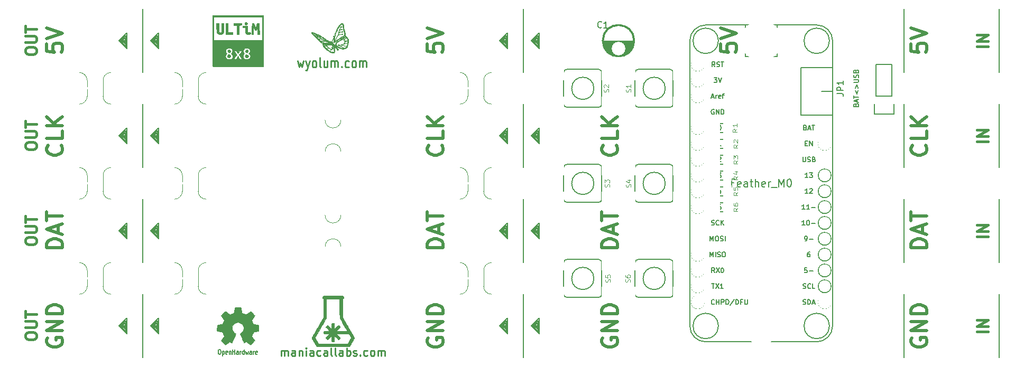
<source format=gto>
%TF.GenerationSoftware,KiCad,Pcbnew,4.0.6-e0-6349~53~ubuntu16.04.1*%
%TF.CreationDate,2017-05-06T16:30:15+05:30*%
%TF.ProjectId,ultim_bus,756C74696D5F6275732E6B696361645F,rev?*%
%TF.FileFunction,Legend,Top*%
%FSLAX46Y46*%
G04 Gerber Fmt 4.6, Leading zero omitted, Abs format (unit mm)*
G04 Created by KiCad (PCBNEW 4.0.6-e0-6349~53~ubuntu16.04.1) date Sat May  6 16:30:15 2017*
%MOMM*%
%LPD*%
G01*
G04 APERTURE LIST*
%ADD10C,0.101600*%
%ADD11C,0.200000*%
%ADD12C,0.254000*%
%ADD13C,0.508000*%
%ADD14C,0.127000*%
%ADD15C,0.381000*%
%ADD16C,0.010000*%
%ADD17C,0.002540*%
%ADD18C,0.150000*%
%ADD19C,0.300000*%
%ADD20C,0.114300*%
%ADD21C,0.900000*%
%ADD22C,6.496000*%
%ADD23R,6.496000X6.496000*%
%ADD24C,6.000000*%
%ADD25O,2.432000X2.127200*%
%ADD26R,1.924000X1.924000*%
%ADD27R,1.924000X2.432000*%
%ADD28R,2.178000X1.924000*%
%ADD29R,1.400000X1.850000*%
%ADD30C,2.178000*%
%ADD31R,2.178000X2.178000*%
%ADD32C,1.924000*%
%ADD33C,3.448000*%
G04 APERTURE END LIST*
D10*
D11*
X193040000Y-71120000D02*
X193040000Y-81280000D01*
X193040000Y-25400000D02*
X193040000Y-35560000D01*
X193040000Y-40640000D02*
X193040000Y-50800000D01*
X193040000Y-66040000D02*
X193040000Y-55880000D01*
D12*
X78074762Y-80965524D02*
X78074762Y-80118857D01*
X78074762Y-80239810D02*
X78135238Y-80179333D01*
X78256191Y-80118857D01*
X78437619Y-80118857D01*
X78558571Y-80179333D01*
X78619048Y-80300286D01*
X78619048Y-80965524D01*
X78619048Y-80300286D02*
X78679524Y-80179333D01*
X78800476Y-80118857D01*
X78981905Y-80118857D01*
X79102857Y-80179333D01*
X79163333Y-80300286D01*
X79163333Y-80965524D01*
X80312381Y-80965524D02*
X80312381Y-80300286D01*
X80251904Y-80179333D01*
X80130952Y-80118857D01*
X79889047Y-80118857D01*
X79768095Y-80179333D01*
X80312381Y-80905048D02*
X80191428Y-80965524D01*
X79889047Y-80965524D01*
X79768095Y-80905048D01*
X79707619Y-80784095D01*
X79707619Y-80663143D01*
X79768095Y-80542190D01*
X79889047Y-80481714D01*
X80191428Y-80481714D01*
X80312381Y-80421238D01*
X80917143Y-80118857D02*
X80917143Y-80965524D01*
X80917143Y-80239810D02*
X80977619Y-80179333D01*
X81098572Y-80118857D01*
X81280000Y-80118857D01*
X81400952Y-80179333D01*
X81461429Y-80300286D01*
X81461429Y-80965524D01*
X82066191Y-80965524D02*
X82066191Y-80118857D01*
X82066191Y-79695524D02*
X82005715Y-79756000D01*
X82066191Y-79816476D01*
X82126667Y-79756000D01*
X82066191Y-79695524D01*
X82066191Y-79816476D01*
X83215239Y-80965524D02*
X83215239Y-80300286D01*
X83154762Y-80179333D01*
X83033810Y-80118857D01*
X82791905Y-80118857D01*
X82670953Y-80179333D01*
X83215239Y-80905048D02*
X83094286Y-80965524D01*
X82791905Y-80965524D01*
X82670953Y-80905048D01*
X82610477Y-80784095D01*
X82610477Y-80663143D01*
X82670953Y-80542190D01*
X82791905Y-80481714D01*
X83094286Y-80481714D01*
X83215239Y-80421238D01*
X84364287Y-80905048D02*
X84243334Y-80965524D01*
X84001430Y-80965524D01*
X83880477Y-80905048D01*
X83820001Y-80844571D01*
X83759525Y-80723619D01*
X83759525Y-80360762D01*
X83820001Y-80239810D01*
X83880477Y-80179333D01*
X84001430Y-80118857D01*
X84243334Y-80118857D01*
X84364287Y-80179333D01*
X85452858Y-80965524D02*
X85452858Y-80300286D01*
X85392381Y-80179333D01*
X85271429Y-80118857D01*
X85029524Y-80118857D01*
X84908572Y-80179333D01*
X85452858Y-80905048D02*
X85331905Y-80965524D01*
X85029524Y-80965524D01*
X84908572Y-80905048D01*
X84848096Y-80784095D01*
X84848096Y-80663143D01*
X84908572Y-80542190D01*
X85029524Y-80481714D01*
X85331905Y-80481714D01*
X85452858Y-80421238D01*
X86239049Y-80965524D02*
X86118096Y-80905048D01*
X86057620Y-80784095D01*
X86057620Y-79695524D01*
X86904287Y-80965524D02*
X86783334Y-80905048D01*
X86722858Y-80784095D01*
X86722858Y-79695524D01*
X87932382Y-80965524D02*
X87932382Y-80300286D01*
X87871905Y-80179333D01*
X87750953Y-80118857D01*
X87509048Y-80118857D01*
X87388096Y-80179333D01*
X87932382Y-80905048D02*
X87811429Y-80965524D01*
X87509048Y-80965524D01*
X87388096Y-80905048D01*
X87327620Y-80784095D01*
X87327620Y-80663143D01*
X87388096Y-80542190D01*
X87509048Y-80481714D01*
X87811429Y-80481714D01*
X87932382Y-80421238D01*
X88537144Y-80965524D02*
X88537144Y-79695524D01*
X88537144Y-80179333D02*
X88658096Y-80118857D01*
X88900001Y-80118857D01*
X89020953Y-80179333D01*
X89081430Y-80239810D01*
X89141906Y-80360762D01*
X89141906Y-80723619D01*
X89081430Y-80844571D01*
X89020953Y-80905048D01*
X88900001Y-80965524D01*
X88658096Y-80965524D01*
X88537144Y-80905048D01*
X89625716Y-80905048D02*
X89746668Y-80965524D01*
X89988573Y-80965524D01*
X90109525Y-80905048D01*
X90170001Y-80784095D01*
X90170001Y-80723619D01*
X90109525Y-80602667D01*
X89988573Y-80542190D01*
X89807144Y-80542190D01*
X89686192Y-80481714D01*
X89625716Y-80360762D01*
X89625716Y-80300286D01*
X89686192Y-80179333D01*
X89807144Y-80118857D01*
X89988573Y-80118857D01*
X90109525Y-80179333D01*
X90714287Y-80844571D02*
X90774763Y-80905048D01*
X90714287Y-80965524D01*
X90653811Y-80905048D01*
X90714287Y-80844571D01*
X90714287Y-80965524D01*
X91863335Y-80905048D02*
X91742382Y-80965524D01*
X91500478Y-80965524D01*
X91379525Y-80905048D01*
X91319049Y-80844571D01*
X91258573Y-80723619D01*
X91258573Y-80360762D01*
X91319049Y-80239810D01*
X91379525Y-80179333D01*
X91500478Y-80118857D01*
X91742382Y-80118857D01*
X91863335Y-80179333D01*
X92589049Y-80965524D02*
X92468096Y-80905048D01*
X92407620Y-80844571D01*
X92347144Y-80723619D01*
X92347144Y-80360762D01*
X92407620Y-80239810D01*
X92468096Y-80179333D01*
X92589049Y-80118857D01*
X92770477Y-80118857D01*
X92891429Y-80179333D01*
X92951906Y-80239810D01*
X93012382Y-80360762D01*
X93012382Y-80723619D01*
X92951906Y-80844571D01*
X92891429Y-80905048D01*
X92770477Y-80965524D01*
X92589049Y-80965524D01*
X93556668Y-80965524D02*
X93556668Y-80118857D01*
X93556668Y-80239810D02*
X93617144Y-80179333D01*
X93738097Y-80118857D01*
X93919525Y-80118857D01*
X94040477Y-80179333D01*
X94100954Y-80300286D01*
X94100954Y-80965524D01*
X94100954Y-80300286D02*
X94161430Y-80179333D01*
X94282382Y-80118857D01*
X94463811Y-80118857D01*
X94584763Y-80179333D01*
X94645239Y-80300286D01*
X94645239Y-80965524D01*
X80669191Y-33709429D02*
X80911095Y-34725429D01*
X81153000Y-33999714D01*
X81394905Y-34725429D01*
X81636810Y-33709429D01*
X81999667Y-33709429D02*
X82302048Y-34725429D01*
X82604428Y-33709429D02*
X82302048Y-34725429D01*
X82181095Y-35088286D01*
X82120619Y-35160857D01*
X81999667Y-35233429D01*
X83269667Y-34725429D02*
X83148714Y-34652857D01*
X83088238Y-34580286D01*
X83027762Y-34435143D01*
X83027762Y-33999714D01*
X83088238Y-33854571D01*
X83148714Y-33782000D01*
X83269667Y-33709429D01*
X83451095Y-33709429D01*
X83572047Y-33782000D01*
X83632524Y-33854571D01*
X83693000Y-33999714D01*
X83693000Y-34435143D01*
X83632524Y-34580286D01*
X83572047Y-34652857D01*
X83451095Y-34725429D01*
X83269667Y-34725429D01*
X84418715Y-34725429D02*
X84297762Y-34652857D01*
X84237286Y-34507714D01*
X84237286Y-33201429D01*
X85446810Y-33709429D02*
X85446810Y-34725429D01*
X84902524Y-33709429D02*
X84902524Y-34507714D01*
X84963000Y-34652857D01*
X85083953Y-34725429D01*
X85265381Y-34725429D01*
X85386333Y-34652857D01*
X85446810Y-34580286D01*
X86051572Y-34725429D02*
X86051572Y-33709429D01*
X86051572Y-33854571D02*
X86112048Y-33782000D01*
X86233001Y-33709429D01*
X86414429Y-33709429D01*
X86535381Y-33782000D01*
X86595858Y-33927143D01*
X86595858Y-34725429D01*
X86595858Y-33927143D02*
X86656334Y-33782000D01*
X86777286Y-33709429D01*
X86958715Y-33709429D01*
X87079667Y-33782000D01*
X87140143Y-33927143D01*
X87140143Y-34725429D01*
X87744905Y-34580286D02*
X87805381Y-34652857D01*
X87744905Y-34725429D01*
X87684429Y-34652857D01*
X87744905Y-34580286D01*
X87744905Y-34725429D01*
X88893953Y-34652857D02*
X88773000Y-34725429D01*
X88531096Y-34725429D01*
X88410143Y-34652857D01*
X88349667Y-34580286D01*
X88289191Y-34435143D01*
X88289191Y-33999714D01*
X88349667Y-33854571D01*
X88410143Y-33782000D01*
X88531096Y-33709429D01*
X88773000Y-33709429D01*
X88893953Y-33782000D01*
X89619667Y-34725429D02*
X89498714Y-34652857D01*
X89438238Y-34580286D01*
X89377762Y-34435143D01*
X89377762Y-33999714D01*
X89438238Y-33854571D01*
X89498714Y-33782000D01*
X89619667Y-33709429D01*
X89801095Y-33709429D01*
X89922047Y-33782000D01*
X89982524Y-33854571D01*
X90043000Y-33999714D01*
X90043000Y-34435143D01*
X89982524Y-34580286D01*
X89922047Y-34652857D01*
X89801095Y-34725429D01*
X89619667Y-34725429D01*
X90587286Y-34725429D02*
X90587286Y-33709429D01*
X90587286Y-33854571D02*
X90647762Y-33782000D01*
X90768715Y-33709429D01*
X90950143Y-33709429D01*
X91071095Y-33782000D01*
X91131572Y-33927143D01*
X91131572Y-34725429D01*
X91131572Y-33927143D02*
X91192048Y-33782000D01*
X91313000Y-33709429D01*
X91494429Y-33709429D01*
X91615381Y-33782000D01*
X91675857Y-33927143D01*
X91675857Y-34725429D01*
D13*
X131959048Y-63681428D02*
X129419048Y-63681428D01*
X129419048Y-63076666D01*
X129540000Y-62713809D01*
X129781905Y-62471904D01*
X130023810Y-62350952D01*
X130507619Y-62230000D01*
X130870476Y-62230000D01*
X131354286Y-62350952D01*
X131596190Y-62471904D01*
X131838095Y-62713809D01*
X131959048Y-63076666D01*
X131959048Y-63681428D01*
X131233333Y-61262380D02*
X131233333Y-60052857D01*
X131959048Y-61504285D02*
X129419048Y-60657619D01*
X131959048Y-59810952D01*
X129419048Y-59327142D02*
X129419048Y-57875714D01*
X131959048Y-58601428D02*
X129419048Y-58601428D01*
X129540000Y-78135238D02*
X129419048Y-78377143D01*
X129419048Y-78740000D01*
X129540000Y-79102857D01*
X129781905Y-79344762D01*
X130023810Y-79465714D01*
X130507619Y-79586666D01*
X130870476Y-79586666D01*
X131354286Y-79465714D01*
X131596190Y-79344762D01*
X131838095Y-79102857D01*
X131959048Y-78740000D01*
X131959048Y-78498095D01*
X131838095Y-78135238D01*
X131717143Y-78014286D01*
X130870476Y-78014286D01*
X130870476Y-78498095D01*
X131959048Y-76925714D02*
X129419048Y-76925714D01*
X131959048Y-75474286D01*
X129419048Y-75474286D01*
X131959048Y-74264762D02*
X129419048Y-74264762D01*
X129419048Y-73660000D01*
X129540000Y-73297143D01*
X129781905Y-73055238D01*
X130023810Y-72934286D01*
X130507619Y-72813334D01*
X130870476Y-72813334D01*
X131354286Y-72934286D01*
X131596190Y-73055238D01*
X131838095Y-73297143D01*
X131959048Y-73660000D01*
X131959048Y-74264762D01*
X148469048Y-30963809D02*
X148469048Y-32173333D01*
X149678571Y-32294285D01*
X149557619Y-32173333D01*
X149436667Y-31931428D01*
X149436667Y-31326666D01*
X149557619Y-31084762D01*
X149678571Y-30963809D01*
X149920476Y-30842857D01*
X150525238Y-30842857D01*
X150767143Y-30963809D01*
X150888095Y-31084762D01*
X151009048Y-31326666D01*
X151009048Y-31931428D01*
X150888095Y-32173333D01*
X150767143Y-32294285D01*
X148469048Y-30117142D02*
X151009048Y-29270476D01*
X148469048Y-28423809D01*
X131717143Y-47231905D02*
X131838095Y-47352857D01*
X131959048Y-47715714D01*
X131959048Y-47957619D01*
X131838095Y-48320476D01*
X131596190Y-48562381D01*
X131354286Y-48683333D01*
X130870476Y-48804285D01*
X130507619Y-48804285D01*
X130023810Y-48683333D01*
X129781905Y-48562381D01*
X129540000Y-48320476D01*
X129419048Y-47957619D01*
X129419048Y-47715714D01*
X129540000Y-47352857D01*
X129660952Y-47231905D01*
X131959048Y-44933809D02*
X131959048Y-46143333D01*
X129419048Y-46143333D01*
X131959048Y-44087143D02*
X129419048Y-44087143D01*
X131959048Y-42635715D02*
X130507619Y-43724286D01*
X129419048Y-42635715D02*
X130870476Y-44087143D01*
X101600000Y-78135238D02*
X101479048Y-78377143D01*
X101479048Y-78740000D01*
X101600000Y-79102857D01*
X101841905Y-79344762D01*
X102083810Y-79465714D01*
X102567619Y-79586666D01*
X102930476Y-79586666D01*
X103414286Y-79465714D01*
X103656190Y-79344762D01*
X103898095Y-79102857D01*
X104019048Y-78740000D01*
X104019048Y-78498095D01*
X103898095Y-78135238D01*
X103777143Y-78014286D01*
X102930476Y-78014286D01*
X102930476Y-78498095D01*
X104019048Y-76925714D02*
X101479048Y-76925714D01*
X104019048Y-75474286D01*
X101479048Y-75474286D01*
X104019048Y-74264762D02*
X101479048Y-74264762D01*
X101479048Y-73660000D01*
X101600000Y-73297143D01*
X101841905Y-73055238D01*
X102083810Y-72934286D01*
X102567619Y-72813334D01*
X102930476Y-72813334D01*
X103414286Y-72934286D01*
X103656190Y-73055238D01*
X103898095Y-73297143D01*
X104019048Y-73660000D01*
X104019048Y-74264762D01*
X104019048Y-63681428D02*
X101479048Y-63681428D01*
X101479048Y-63076666D01*
X101600000Y-62713809D01*
X101841905Y-62471904D01*
X102083810Y-62350952D01*
X102567619Y-62230000D01*
X102930476Y-62230000D01*
X103414286Y-62350952D01*
X103656190Y-62471904D01*
X103898095Y-62713809D01*
X104019048Y-63076666D01*
X104019048Y-63681428D01*
X103293333Y-61262380D02*
X103293333Y-60052857D01*
X104019048Y-61504285D02*
X101479048Y-60657619D01*
X104019048Y-59810952D01*
X101479048Y-59327142D02*
X101479048Y-57875714D01*
X104019048Y-58601428D02*
X101479048Y-58601428D01*
X101479048Y-30963809D02*
X101479048Y-32173333D01*
X102688571Y-32294285D01*
X102567619Y-32173333D01*
X102446667Y-31931428D01*
X102446667Y-31326666D01*
X102567619Y-31084762D01*
X102688571Y-30963809D01*
X102930476Y-30842857D01*
X103535238Y-30842857D01*
X103777143Y-30963809D01*
X103898095Y-31084762D01*
X104019048Y-31326666D01*
X104019048Y-31931428D01*
X103898095Y-32173333D01*
X103777143Y-32294285D01*
X101479048Y-30117142D02*
X104019048Y-29270476D01*
X101479048Y-28423809D01*
X103777143Y-47231905D02*
X103898095Y-47352857D01*
X104019048Y-47715714D01*
X104019048Y-47957619D01*
X103898095Y-48320476D01*
X103656190Y-48562381D01*
X103414286Y-48683333D01*
X102930476Y-48804285D01*
X102567619Y-48804285D01*
X102083810Y-48683333D01*
X101841905Y-48562381D01*
X101600000Y-48320476D01*
X101479048Y-47957619D01*
X101479048Y-47715714D01*
X101600000Y-47352857D01*
X101720952Y-47231905D01*
X104019048Y-44933809D02*
X104019048Y-46143333D01*
X101479048Y-46143333D01*
X104019048Y-44087143D02*
X101479048Y-44087143D01*
X104019048Y-42635715D02*
X102567619Y-43724286D01*
X101479048Y-42635715D02*
X102930476Y-44087143D01*
X40640000Y-78135238D02*
X40519048Y-78377143D01*
X40519048Y-78740000D01*
X40640000Y-79102857D01*
X40881905Y-79344762D01*
X41123810Y-79465714D01*
X41607619Y-79586666D01*
X41970476Y-79586666D01*
X42454286Y-79465714D01*
X42696190Y-79344762D01*
X42938095Y-79102857D01*
X43059048Y-78740000D01*
X43059048Y-78498095D01*
X42938095Y-78135238D01*
X42817143Y-78014286D01*
X41970476Y-78014286D01*
X41970476Y-78498095D01*
X43059048Y-76925714D02*
X40519048Y-76925714D01*
X43059048Y-75474286D01*
X40519048Y-75474286D01*
X43059048Y-74264762D02*
X40519048Y-74264762D01*
X40519048Y-73660000D01*
X40640000Y-73297143D01*
X40881905Y-73055238D01*
X41123810Y-72934286D01*
X41607619Y-72813334D01*
X41970476Y-72813334D01*
X42454286Y-72934286D01*
X42696190Y-73055238D01*
X42938095Y-73297143D01*
X43059048Y-73660000D01*
X43059048Y-74264762D01*
X43059048Y-63681428D02*
X40519048Y-63681428D01*
X40519048Y-63076666D01*
X40640000Y-62713809D01*
X40881905Y-62471904D01*
X41123810Y-62350952D01*
X41607619Y-62230000D01*
X41970476Y-62230000D01*
X42454286Y-62350952D01*
X42696190Y-62471904D01*
X42938095Y-62713809D01*
X43059048Y-63076666D01*
X43059048Y-63681428D01*
X42333333Y-61262380D02*
X42333333Y-60052857D01*
X43059048Y-61504285D02*
X40519048Y-60657619D01*
X43059048Y-59810952D01*
X40519048Y-59327142D02*
X40519048Y-57875714D01*
X43059048Y-58601428D02*
X40519048Y-58601428D01*
X40519048Y-30963809D02*
X40519048Y-32173333D01*
X41728571Y-32294285D01*
X41607619Y-32173333D01*
X41486667Y-31931428D01*
X41486667Y-31326666D01*
X41607619Y-31084762D01*
X41728571Y-30963809D01*
X41970476Y-30842857D01*
X42575238Y-30842857D01*
X42817143Y-30963809D01*
X42938095Y-31084762D01*
X43059048Y-31326666D01*
X43059048Y-31931428D01*
X42938095Y-32173333D01*
X42817143Y-32294285D01*
X40519048Y-30117142D02*
X43059048Y-29270476D01*
X40519048Y-28423809D01*
X42817143Y-47231905D02*
X42938095Y-47352857D01*
X43059048Y-47715714D01*
X43059048Y-47957619D01*
X42938095Y-48320476D01*
X42696190Y-48562381D01*
X42454286Y-48683333D01*
X41970476Y-48804285D01*
X41607619Y-48804285D01*
X41123810Y-48683333D01*
X40881905Y-48562381D01*
X40640000Y-48320476D01*
X40519048Y-47957619D01*
X40519048Y-47715714D01*
X40640000Y-47352857D01*
X40760952Y-47231905D01*
X43059048Y-44933809D02*
X43059048Y-46143333D01*
X40519048Y-46143333D01*
X43059048Y-44087143D02*
X40519048Y-44087143D01*
X43059048Y-42635715D02*
X41607619Y-43724286D01*
X40519048Y-42635715D02*
X41970476Y-44087143D01*
D14*
X170125571Y-40748857D02*
X170161857Y-40640000D01*
X170198143Y-40603715D01*
X170270714Y-40567429D01*
X170379571Y-40567429D01*
X170452143Y-40603715D01*
X170488429Y-40640000D01*
X170524714Y-40712572D01*
X170524714Y-41002857D01*
X169762714Y-41002857D01*
X169762714Y-40748857D01*
X169799000Y-40676286D01*
X169835286Y-40640000D01*
X169907857Y-40603715D01*
X169980429Y-40603715D01*
X170053000Y-40640000D01*
X170089286Y-40676286D01*
X170125571Y-40748857D01*
X170125571Y-41002857D01*
X170307000Y-40277143D02*
X170307000Y-39914286D01*
X170524714Y-40349715D02*
X169762714Y-40095715D01*
X170524714Y-39841715D01*
X169762714Y-39696572D02*
X169762714Y-39261143D01*
X170524714Y-39478857D02*
X169762714Y-39478857D01*
X170016714Y-38426572D02*
X170234429Y-39007143D01*
X170452143Y-38426572D01*
X170016714Y-38063714D02*
X170234429Y-37483143D01*
X170452143Y-38063714D01*
X169762714Y-37120285D02*
X170379571Y-37120285D01*
X170452143Y-37084000D01*
X170488429Y-37047714D01*
X170524714Y-36975143D01*
X170524714Y-36830000D01*
X170488429Y-36757428D01*
X170452143Y-36721143D01*
X170379571Y-36684857D01*
X169762714Y-36684857D01*
X170488429Y-36358285D02*
X170524714Y-36249428D01*
X170524714Y-36067999D01*
X170488429Y-35995428D01*
X170452143Y-35959142D01*
X170379571Y-35922857D01*
X170307000Y-35922857D01*
X170234429Y-35959142D01*
X170198143Y-35995428D01*
X170161857Y-36067999D01*
X170125571Y-36213142D01*
X170089286Y-36285714D01*
X170053000Y-36321999D01*
X169980429Y-36358285D01*
X169907857Y-36358285D01*
X169835286Y-36321999D01*
X169799000Y-36285714D01*
X169762714Y-36213142D01*
X169762714Y-36031714D01*
X169799000Y-35922857D01*
X170125571Y-35342285D02*
X170161857Y-35233428D01*
X170198143Y-35197143D01*
X170270714Y-35160857D01*
X170379571Y-35160857D01*
X170452143Y-35197143D01*
X170488429Y-35233428D01*
X170524714Y-35306000D01*
X170524714Y-35596285D01*
X169762714Y-35596285D01*
X169762714Y-35342285D01*
X169799000Y-35269714D01*
X169835286Y-35233428D01*
X169907857Y-35197143D01*
X169980429Y-35197143D01*
X170053000Y-35233428D01*
X170089286Y-35269714D01*
X170125571Y-35342285D01*
X170125571Y-35596285D01*
D11*
X53340000Y-77470000D02*
X52070000Y-76200000D01*
X52324000Y-76200000D02*
X53213000Y-75311000D01*
X53213000Y-77089000D02*
X52324000Y-76200000D01*
X53213000Y-75311000D02*
X53213000Y-77089000D01*
X53340000Y-74930000D02*
X53340000Y-77470000D01*
X52070000Y-76200000D02*
X53340000Y-74930000D01*
X52959000Y-76327000D02*
X52832000Y-76200000D01*
X52832000Y-76200000D02*
X52959000Y-76073000D01*
X53086000Y-75692000D02*
X53086000Y-76708000D01*
X52578000Y-76200000D02*
X53086000Y-75692000D01*
X53086000Y-76708000D02*
X52578000Y-76200000D01*
X52959000Y-76073000D02*
X52959000Y-76327000D01*
X58166000Y-75692000D02*
X58166000Y-76708000D01*
X58166000Y-76708000D02*
X57658000Y-76200000D01*
X57658000Y-76200000D02*
X58166000Y-75692000D01*
X57912000Y-76200000D02*
X58039000Y-76073000D01*
X58039000Y-76327000D02*
X57912000Y-76200000D01*
X58039000Y-76073000D02*
X58039000Y-76327000D01*
X58293000Y-77089000D02*
X57404000Y-76200000D01*
X58420000Y-77470000D02*
X57150000Y-76200000D01*
X57404000Y-76200000D02*
X58293000Y-75311000D01*
X58293000Y-75311000D02*
X58293000Y-77089000D01*
X58420000Y-74930000D02*
X58420000Y-77470000D01*
X57150000Y-76200000D02*
X58420000Y-74930000D01*
X58039000Y-61087000D02*
X57912000Y-60960000D01*
X57912000Y-60960000D02*
X58039000Y-60833000D01*
X58039000Y-60833000D02*
X58039000Y-61087000D01*
X57404000Y-60960000D02*
X58293000Y-60071000D01*
X57658000Y-60960000D02*
X58166000Y-60452000D01*
X57150000Y-60960000D02*
X58420000Y-59690000D01*
X58166000Y-61468000D02*
X57658000Y-60960000D01*
X58420000Y-62230000D02*
X57150000Y-60960000D01*
X58293000Y-61849000D02*
X57404000Y-60960000D01*
X58420000Y-59690000D02*
X58420000Y-62230000D01*
X58166000Y-60452000D02*
X58166000Y-61468000D01*
X58293000Y-60071000D02*
X58293000Y-61849000D01*
X52959000Y-61087000D02*
X52832000Y-60960000D01*
X52959000Y-60833000D02*
X52959000Y-61087000D01*
X53086000Y-61468000D02*
X52578000Y-60960000D01*
X53086000Y-60452000D02*
X53086000Y-61468000D01*
X52578000Y-60960000D02*
X53086000Y-60452000D01*
X52832000Y-60960000D02*
X52959000Y-60833000D01*
X53340000Y-62230000D02*
X52070000Y-60960000D01*
X52070000Y-60960000D02*
X53340000Y-59690000D01*
X53213000Y-60071000D02*
X53213000Y-61849000D01*
X52324000Y-60960000D02*
X53213000Y-60071000D01*
X53340000Y-59690000D02*
X53340000Y-62230000D01*
X53213000Y-61849000D02*
X52324000Y-60960000D01*
X52578000Y-45720000D02*
X53086000Y-45212000D01*
X53086000Y-45212000D02*
X53086000Y-46228000D01*
X53213000Y-44831000D02*
X53213000Y-46609000D01*
X53340000Y-46990000D02*
X52070000Y-45720000D01*
X52324000Y-45720000D02*
X53213000Y-44831000D01*
X52070000Y-45720000D02*
X53340000Y-44450000D01*
X53340000Y-44450000D02*
X53340000Y-46990000D01*
X53086000Y-46228000D02*
X52578000Y-45720000D01*
X52959000Y-45593000D02*
X52959000Y-45847000D01*
X52832000Y-45720000D02*
X52959000Y-45593000D01*
X53213000Y-46609000D02*
X52324000Y-45720000D01*
X52959000Y-45847000D02*
X52832000Y-45720000D01*
X58166000Y-46228000D02*
X57658000Y-45720000D01*
X58039000Y-45847000D02*
X57912000Y-45720000D01*
X57912000Y-45720000D02*
X58039000Y-45593000D01*
X58039000Y-45593000D02*
X58039000Y-45847000D01*
X57658000Y-45720000D02*
X58166000Y-45212000D01*
X58166000Y-45212000D02*
X58166000Y-46228000D01*
X57404000Y-45720000D02*
X58293000Y-44831000D01*
X58293000Y-46609000D02*
X57404000Y-45720000D01*
X58420000Y-46990000D02*
X57150000Y-45720000D01*
X58420000Y-44450000D02*
X58420000Y-46990000D01*
X57150000Y-45720000D02*
X58420000Y-44450000D01*
X58293000Y-44831000D02*
X58293000Y-46609000D01*
X53340000Y-31750000D02*
X52070000Y-30480000D01*
X53213000Y-29591000D02*
X53213000Y-31369000D01*
X52324000Y-30480000D02*
X53213000Y-29591000D01*
X52070000Y-30480000D02*
X53340000Y-29210000D01*
X53340000Y-29210000D02*
X53340000Y-31750000D01*
X53213000Y-31369000D02*
X52324000Y-30480000D01*
X52959000Y-30353000D02*
X52959000Y-30607000D01*
X53086000Y-30988000D02*
X52578000Y-30480000D01*
X52959000Y-30607000D02*
X52832000Y-30480000D01*
X52832000Y-30480000D02*
X52959000Y-30353000D01*
X52578000Y-30480000D02*
X53086000Y-29972000D01*
X53086000Y-29972000D02*
X53086000Y-30988000D01*
X58420000Y-29210000D02*
X58420000Y-31750000D01*
X57404000Y-30480000D02*
X58293000Y-29591000D01*
X57658000Y-30480000D02*
X58166000Y-29972000D01*
X58420000Y-31750000D02*
X57150000Y-30480000D01*
X58166000Y-29972000D02*
X58166000Y-30988000D01*
X58293000Y-29591000D02*
X58293000Y-31369000D01*
X57150000Y-30480000D02*
X58420000Y-29210000D01*
X57912000Y-30480000D02*
X58039000Y-30353000D01*
X58293000Y-31369000D02*
X57404000Y-30480000D01*
X58039000Y-30353000D02*
X58039000Y-30607000D01*
X58039000Y-30607000D02*
X57912000Y-30480000D01*
X58166000Y-30988000D02*
X57658000Y-30480000D01*
X113538000Y-30480000D02*
X114046000Y-29972000D01*
X114173000Y-31369000D02*
X113284000Y-30480000D01*
X113284000Y-30480000D02*
X114173000Y-29591000D01*
X114046000Y-29972000D02*
X114046000Y-30988000D01*
X114173000Y-29591000D02*
X114173000Y-31369000D01*
X114046000Y-30988000D02*
X113538000Y-30480000D01*
X113919000Y-30353000D02*
X113919000Y-30607000D01*
X113919000Y-30607000D02*
X113792000Y-30480000D01*
X113792000Y-30480000D02*
X113919000Y-30353000D01*
X114300000Y-31750000D02*
X113030000Y-30480000D01*
X113030000Y-30480000D02*
X114300000Y-29210000D01*
X114300000Y-29210000D02*
X114300000Y-31750000D01*
X114046000Y-45212000D02*
X114046000Y-46228000D01*
X113792000Y-45720000D02*
X113919000Y-45593000D01*
X113538000Y-45720000D02*
X114046000Y-45212000D01*
X114173000Y-44831000D02*
X114173000Y-46609000D01*
X114300000Y-44450000D02*
X114300000Y-46990000D01*
X113030000Y-45720000D02*
X114300000Y-44450000D01*
X113284000Y-45720000D02*
X114173000Y-44831000D01*
X114046000Y-46228000D02*
X113538000Y-45720000D01*
X113919000Y-45593000D02*
X113919000Y-45847000D01*
X113919000Y-45847000D02*
X113792000Y-45720000D01*
X114300000Y-46990000D02*
X113030000Y-45720000D01*
X114173000Y-46609000D02*
X113284000Y-45720000D01*
X113284000Y-60960000D02*
X114173000Y-60071000D01*
X113538000Y-60960000D02*
X114046000Y-60452000D01*
X113030000Y-60960000D02*
X114300000Y-59690000D01*
X114300000Y-59690000D02*
X114300000Y-62230000D01*
X114300000Y-62230000D02*
X113030000Y-60960000D01*
X114046000Y-61468000D02*
X113538000Y-60960000D01*
X113919000Y-61087000D02*
X113792000Y-60960000D01*
X113792000Y-60960000D02*
X113919000Y-60833000D01*
X113919000Y-60833000D02*
X113919000Y-61087000D01*
X114173000Y-61849000D02*
X113284000Y-60960000D01*
X114173000Y-60071000D02*
X114173000Y-61849000D01*
X114046000Y-60452000D02*
X114046000Y-61468000D01*
X114300000Y-77470000D02*
X113030000Y-76200000D01*
X113919000Y-76327000D02*
X113792000Y-76200000D01*
X114046000Y-76708000D02*
X113538000Y-76200000D01*
X114173000Y-77089000D02*
X113284000Y-76200000D01*
X113919000Y-76073000D02*
X113919000Y-76327000D01*
X113030000Y-76200000D02*
X114300000Y-74930000D01*
X113284000Y-76200000D02*
X114173000Y-75311000D01*
X113792000Y-76200000D02*
X113919000Y-76073000D01*
X113538000Y-76200000D02*
X114046000Y-75692000D01*
X114046000Y-75692000D02*
X114046000Y-76708000D01*
X114173000Y-75311000D02*
X114173000Y-77089000D01*
X114300000Y-74930000D02*
X114300000Y-77470000D01*
X119126000Y-75692000D02*
X119126000Y-76708000D01*
X118618000Y-76200000D02*
X119126000Y-75692000D01*
X118872000Y-76200000D02*
X118999000Y-76073000D01*
X118999000Y-76327000D02*
X118872000Y-76200000D01*
X119126000Y-76708000D02*
X118618000Y-76200000D01*
X118999000Y-76073000D02*
X118999000Y-76327000D01*
X119380000Y-74930000D02*
X119380000Y-77470000D01*
X118110000Y-76200000D02*
X119380000Y-74930000D01*
X119253000Y-77089000D02*
X118364000Y-76200000D01*
X119380000Y-77470000D02*
X118110000Y-76200000D01*
X118364000Y-76200000D02*
X119253000Y-75311000D01*
X119253000Y-75311000D02*
X119253000Y-77089000D01*
X118364000Y-60960000D02*
X119253000Y-60071000D01*
X118872000Y-60960000D02*
X118999000Y-60833000D01*
X118110000Y-60960000D02*
X119380000Y-59690000D01*
X118618000Y-60960000D02*
X119126000Y-60452000D01*
X118999000Y-61087000D02*
X118872000Y-60960000D01*
X119126000Y-61468000D02*
X118618000Y-60960000D01*
X119380000Y-62230000D02*
X118110000Y-60960000D01*
X119253000Y-61849000D02*
X118364000Y-60960000D01*
X118999000Y-60833000D02*
X118999000Y-61087000D01*
X119253000Y-60071000D02*
X119253000Y-61849000D01*
X119126000Y-60452000D02*
X119126000Y-61468000D01*
X119380000Y-59690000D02*
X119380000Y-62230000D01*
X118618000Y-45720000D02*
X119126000Y-45212000D01*
X118364000Y-45720000D02*
X119253000Y-44831000D01*
X119380000Y-46990000D02*
X118110000Y-45720000D01*
X119126000Y-45212000D02*
X119126000Y-46228000D01*
X119253000Y-46609000D02*
X118364000Y-45720000D01*
X118872000Y-45720000D02*
X118999000Y-45593000D01*
X118999000Y-45847000D02*
X118872000Y-45720000D01*
X118999000Y-45593000D02*
X118999000Y-45847000D01*
X119126000Y-46228000D02*
X118618000Y-45720000D01*
X119253000Y-44831000D02*
X119253000Y-46609000D01*
X119380000Y-44450000D02*
X119380000Y-46990000D01*
X118110000Y-45720000D02*
X119380000Y-44450000D01*
X118999000Y-30607000D02*
X118872000Y-30480000D01*
X118999000Y-30353000D02*
X118999000Y-30607000D01*
X118872000Y-30480000D02*
X118999000Y-30353000D01*
X119126000Y-30988000D02*
X118618000Y-30480000D01*
X119126000Y-29972000D02*
X119126000Y-30988000D01*
X118618000Y-30480000D02*
X119126000Y-29972000D01*
X119253000Y-31369000D02*
X118364000Y-30480000D01*
X119253000Y-29591000D02*
X119253000Y-31369000D01*
X118364000Y-30480000D02*
X119253000Y-29591000D01*
X119380000Y-29210000D02*
X119380000Y-31750000D01*
X119380000Y-31750000D02*
X118110000Y-30480000D01*
X118110000Y-30480000D02*
X119380000Y-29210000D01*
D15*
X37126333Y-77978000D02*
X37126333Y-77639333D01*
X37211000Y-77470000D01*
X37380333Y-77300667D01*
X37719000Y-77216000D01*
X38311667Y-77216000D01*
X38650333Y-77300667D01*
X38819667Y-77470000D01*
X38904333Y-77639333D01*
X38904333Y-77978000D01*
X38819667Y-78147333D01*
X38650333Y-78316667D01*
X38311667Y-78401333D01*
X37719000Y-78401333D01*
X37380333Y-78316667D01*
X37211000Y-78147333D01*
X37126333Y-77978000D01*
X37126333Y-76454000D02*
X38565667Y-76454000D01*
X38735000Y-76369333D01*
X38819667Y-76284666D01*
X38904333Y-76115333D01*
X38904333Y-75776666D01*
X38819667Y-75607333D01*
X38735000Y-75522666D01*
X38565667Y-75438000D01*
X37126333Y-75438000D01*
X37126333Y-74845333D02*
X37126333Y-73829333D01*
X38904333Y-74337333D02*
X37126333Y-74337333D01*
X37126333Y-62738000D02*
X37126333Y-62399333D01*
X37211000Y-62230000D01*
X37380333Y-62060667D01*
X37719000Y-61976000D01*
X38311667Y-61976000D01*
X38650333Y-62060667D01*
X38819667Y-62230000D01*
X38904333Y-62399333D01*
X38904333Y-62738000D01*
X38819667Y-62907333D01*
X38650333Y-63076667D01*
X38311667Y-63161333D01*
X37719000Y-63161333D01*
X37380333Y-63076667D01*
X37211000Y-62907333D01*
X37126333Y-62738000D01*
X37126333Y-61214000D02*
X38565667Y-61214000D01*
X38735000Y-61129333D01*
X38819667Y-61044666D01*
X38904333Y-60875333D01*
X38904333Y-60536666D01*
X38819667Y-60367333D01*
X38735000Y-60282666D01*
X38565667Y-60198000D01*
X37126333Y-60198000D01*
X37126333Y-59605333D02*
X37126333Y-58589333D01*
X38904333Y-59097333D02*
X37126333Y-59097333D01*
X37126333Y-47498000D02*
X37126333Y-47159333D01*
X37211000Y-46990000D01*
X37380333Y-46820667D01*
X37719000Y-46736000D01*
X38311667Y-46736000D01*
X38650333Y-46820667D01*
X38819667Y-46990000D01*
X38904333Y-47159333D01*
X38904333Y-47498000D01*
X38819667Y-47667333D01*
X38650333Y-47836667D01*
X38311667Y-47921333D01*
X37719000Y-47921333D01*
X37380333Y-47836667D01*
X37211000Y-47667333D01*
X37126333Y-47498000D01*
X37126333Y-45974000D02*
X38565667Y-45974000D01*
X38735000Y-45889333D01*
X38819667Y-45804666D01*
X38904333Y-45635333D01*
X38904333Y-45296666D01*
X38819667Y-45127333D01*
X38735000Y-45042666D01*
X38565667Y-44958000D01*
X37126333Y-44958000D01*
X37126333Y-44365333D02*
X37126333Y-43349333D01*
X38904333Y-43857333D02*
X37126333Y-43857333D01*
X191304333Y-77131334D02*
X189526333Y-77131334D01*
X191304333Y-76284667D02*
X189526333Y-76284667D01*
X191304333Y-75268667D01*
X189526333Y-75268667D01*
X191304333Y-61891334D02*
X189526333Y-61891334D01*
X191304333Y-61044667D02*
X189526333Y-61044667D01*
X191304333Y-60028667D01*
X189526333Y-60028667D01*
X191304333Y-46651334D02*
X189526333Y-46651334D01*
X191304333Y-45804667D02*
X189526333Y-45804667D01*
X191304333Y-44788667D01*
X189526333Y-44788667D01*
X37126333Y-32258000D02*
X37126333Y-31919333D01*
X37211000Y-31750000D01*
X37380333Y-31580667D01*
X37719000Y-31496000D01*
X38311667Y-31496000D01*
X38650333Y-31580667D01*
X38819667Y-31750000D01*
X38904333Y-31919333D01*
X38904333Y-32258000D01*
X38819667Y-32427333D01*
X38650333Y-32596667D01*
X38311667Y-32681333D01*
X37719000Y-32681333D01*
X37380333Y-32596667D01*
X37211000Y-32427333D01*
X37126333Y-32258000D01*
X37126333Y-30734000D02*
X38565667Y-30734000D01*
X38735000Y-30649333D01*
X38819667Y-30564666D01*
X38904333Y-30395333D01*
X38904333Y-30056666D01*
X38819667Y-29887333D01*
X38735000Y-29802666D01*
X38565667Y-29718000D01*
X37126333Y-29718000D01*
X37126333Y-29125333D02*
X37126333Y-28109333D01*
X38904333Y-28617333D02*
X37126333Y-28617333D01*
X191304333Y-31411334D02*
X189526333Y-31411334D01*
X191304333Y-30564667D02*
X189526333Y-30564667D01*
X191304333Y-29548667D01*
X189526333Y-29548667D01*
D13*
X181489048Y-63681428D02*
X178949048Y-63681428D01*
X178949048Y-63076666D01*
X179070000Y-62713809D01*
X179311905Y-62471904D01*
X179553810Y-62350952D01*
X180037619Y-62230000D01*
X180400476Y-62230000D01*
X180884286Y-62350952D01*
X181126190Y-62471904D01*
X181368095Y-62713809D01*
X181489048Y-63076666D01*
X181489048Y-63681428D01*
X180763333Y-61262380D02*
X180763333Y-60052857D01*
X181489048Y-61504285D02*
X178949048Y-60657619D01*
X181489048Y-59810952D01*
X178949048Y-59327142D02*
X178949048Y-57875714D01*
X181489048Y-58601428D02*
X178949048Y-58601428D01*
X181247143Y-47231905D02*
X181368095Y-47352857D01*
X181489048Y-47715714D01*
X181489048Y-47957619D01*
X181368095Y-48320476D01*
X181126190Y-48562381D01*
X180884286Y-48683333D01*
X180400476Y-48804285D01*
X180037619Y-48804285D01*
X179553810Y-48683333D01*
X179311905Y-48562381D01*
X179070000Y-48320476D01*
X178949048Y-47957619D01*
X178949048Y-47715714D01*
X179070000Y-47352857D01*
X179190952Y-47231905D01*
X181489048Y-44933809D02*
X181489048Y-46143333D01*
X178949048Y-46143333D01*
X181489048Y-44087143D02*
X178949048Y-44087143D01*
X181489048Y-42635715D02*
X180037619Y-43724286D01*
X178949048Y-42635715D02*
X180400476Y-44087143D01*
D11*
X177800000Y-55880000D02*
X177800000Y-66040000D01*
X177800000Y-25400000D02*
X177800000Y-35560000D01*
X177800000Y-40640000D02*
X177800000Y-50800000D01*
X177800000Y-71120000D02*
X177800000Y-81280000D01*
X116840000Y-55880000D02*
X116840000Y-66040000D01*
X116840000Y-25400000D02*
X116840000Y-35560000D01*
X116840000Y-40640000D02*
X116840000Y-50800000D01*
X116840000Y-71120000D02*
X116840000Y-81280000D01*
X55880000Y-25400000D02*
X55880000Y-35560000D01*
X55880000Y-55880000D02*
X55880000Y-66040000D01*
X55880000Y-40640000D02*
X55880000Y-50800000D01*
X55880000Y-71120000D02*
X55880000Y-81280000D01*
D13*
X178949048Y-30963809D02*
X178949048Y-32173333D01*
X180158571Y-32294285D01*
X180037619Y-32173333D01*
X179916667Y-31931428D01*
X179916667Y-31326666D01*
X180037619Y-31084762D01*
X180158571Y-30963809D01*
X180400476Y-30842857D01*
X181005238Y-30842857D01*
X181247143Y-30963809D01*
X181368095Y-31084762D01*
X181489048Y-31326666D01*
X181489048Y-31931428D01*
X181368095Y-32173333D01*
X181247143Y-32294285D01*
X178949048Y-30117142D02*
X181489048Y-29270476D01*
X178949048Y-28423809D01*
X179070000Y-78135238D02*
X178949048Y-78377143D01*
X178949048Y-78740000D01*
X179070000Y-79102857D01*
X179311905Y-79344762D01*
X179553810Y-79465714D01*
X180037619Y-79586666D01*
X180400476Y-79586666D01*
X180884286Y-79465714D01*
X181126190Y-79344762D01*
X181368095Y-79102857D01*
X181489048Y-78740000D01*
X181489048Y-78498095D01*
X181368095Y-78135238D01*
X181247143Y-78014286D01*
X180400476Y-78014286D01*
X180400476Y-78498095D01*
X181489048Y-76925714D02*
X178949048Y-76925714D01*
X181489048Y-75474286D01*
X178949048Y-75474286D01*
X181489048Y-74264762D02*
X178949048Y-74264762D01*
X178949048Y-73660000D01*
X179070000Y-73297143D01*
X179311905Y-73055238D01*
X179553810Y-72934286D01*
X180037619Y-72813334D01*
X180400476Y-72813334D01*
X180884286Y-72934286D01*
X181126190Y-73055238D01*
X181368095Y-73297143D01*
X181489048Y-73660000D01*
X181489048Y-74264762D01*
D10*
X85090000Y-58420000D02*
G75*
G03X87630000Y-58420000I1270000J0D01*
G01*
X85090000Y-63500000D02*
G75*
G02X87630000Y-63500000I1270000J0D01*
G01*
D16*
G36*
X86640132Y-71373141D02*
X86829330Y-71373704D01*
X87011803Y-71374553D01*
X87184802Y-71375693D01*
X87345580Y-71377121D01*
X87491388Y-71378837D01*
X87619478Y-71380843D01*
X87727101Y-71383137D01*
X87811511Y-71385719D01*
X87869958Y-71388591D01*
X87899694Y-71391751D01*
X87901045Y-71392101D01*
X87974650Y-71427801D01*
X88028272Y-71480954D01*
X88061256Y-71545582D01*
X88072948Y-71615706D01*
X88062692Y-71685346D01*
X88029833Y-71748525D01*
X87973717Y-71799264D01*
X87947218Y-71813553D01*
X87884819Y-71842312D01*
X87884409Y-73324141D01*
X87884000Y-74805969D01*
X88311194Y-75546641D01*
X88401737Y-75703615D01*
X88504897Y-75882444D01*
X88617416Y-76077483D01*
X88736038Y-76283090D01*
X88857507Y-76493620D01*
X88978568Y-76703429D01*
X89095963Y-76906874D01*
X89206437Y-77098312D01*
X89255756Y-77183770D01*
X89344967Y-77338722D01*
X89429309Y-77485946D01*
X89507458Y-77623082D01*
X89578089Y-77747771D01*
X89639877Y-77857652D01*
X89691497Y-77950365D01*
X89731624Y-78023552D01*
X89758934Y-78074852D01*
X89772102Y-78101905D01*
X89773125Y-78105254D01*
X89765259Y-78125854D01*
X89742954Y-78170330D01*
X89708145Y-78235359D01*
X89662767Y-78317615D01*
X89608756Y-78413774D01*
X89548047Y-78520511D01*
X89482577Y-78634503D01*
X89414279Y-78752423D01*
X89345091Y-78870948D01*
X89276948Y-78986754D01*
X89211784Y-79096515D01*
X89151537Y-79196906D01*
X89098141Y-79284605D01*
X89053532Y-79356285D01*
X89019645Y-79408622D01*
X88998416Y-79438292D01*
X88994599Y-79442468D01*
X88947124Y-79486125D01*
X83772875Y-79486125D01*
X83725400Y-79442468D01*
X83708606Y-79420746D01*
X83678539Y-79375288D01*
X83637134Y-79309420D01*
X83586325Y-79226466D01*
X83528050Y-79129753D01*
X83464242Y-79022605D01*
X83396838Y-78908346D01*
X83327772Y-78790303D01*
X83258981Y-78671800D01*
X83192400Y-78556163D01*
X83129963Y-78446717D01*
X83073608Y-78346786D01*
X83025267Y-78259695D01*
X82986879Y-78188771D01*
X82960377Y-78137338D01*
X82947697Y-78108720D01*
X82946874Y-78104933D01*
X82953139Y-78089738D01*
X83451817Y-78089738D01*
X83726508Y-78565681D01*
X84001198Y-79041625D01*
X88718654Y-79041625D01*
X88993694Y-78564873D01*
X89268735Y-78088121D01*
X89160627Y-77902091D01*
X89112108Y-77818084D01*
X89061391Y-77729405D01*
X89014699Y-77646982D01*
X88980228Y-77585315D01*
X88907937Y-77454567D01*
X86892125Y-77454125D01*
X87187748Y-77751781D01*
X87267725Y-77832852D01*
X87340741Y-77907905D01*
X87403638Y-77973609D01*
X87453257Y-78026634D01*
X87486440Y-78063650D01*
X87499732Y-78080697D01*
X87507043Y-78118230D01*
X87494704Y-78153316D01*
X87469692Y-78189070D01*
X87429306Y-78233828D01*
X87380048Y-78281770D01*
X87328420Y-78327074D01*
X87280926Y-78363919D01*
X87244067Y-78386484D01*
X87229480Y-78390750D01*
X87207132Y-78380200D01*
X87165787Y-78348232D01*
X87104908Y-78294363D01*
X87023960Y-78218114D01*
X86922408Y-78119002D01*
X86880810Y-78077741D01*
X86566375Y-77764732D01*
X86566375Y-78199522D01*
X86566186Y-78330308D01*
X86565480Y-78433011D01*
X86564051Y-78511296D01*
X86561691Y-78568830D01*
X86558191Y-78609276D01*
X86553345Y-78636301D01*
X86546944Y-78653570D01*
X86540102Y-78663343D01*
X86523266Y-78676829D01*
X86497807Y-78685459D01*
X86457181Y-78690237D01*
X86394844Y-78692165D01*
X86350754Y-78692375D01*
X86277007Y-78691988D01*
X86228052Y-78689820D01*
X86196932Y-78684360D01*
X86176690Y-78674094D01*
X86160370Y-78657512D01*
X86154053Y-78649627D01*
X86143921Y-78635620D01*
X86136117Y-78619895D01*
X86130392Y-78598501D01*
X86126497Y-78567484D01*
X86124185Y-78522892D01*
X86123207Y-78460771D01*
X86123314Y-78377170D01*
X86124259Y-78268136D01*
X86125120Y-78189238D01*
X86126336Y-78077830D01*
X86127363Y-77977621D01*
X86128164Y-77892754D01*
X86128700Y-77827372D01*
X86128937Y-77785619D01*
X86128846Y-77771611D01*
X86117874Y-77782389D01*
X86087423Y-77812776D01*
X86040394Y-77859863D01*
X85979693Y-77920739D01*
X85908221Y-77992496D01*
X85828882Y-78072225D01*
X85827221Y-78073894D01*
X85745795Y-78154741D01*
X85669946Y-78228133D01*
X85603010Y-78290994D01*
X85548322Y-78340247D01*
X85509218Y-78372816D01*
X85489337Y-78385556D01*
X85468907Y-78386152D01*
X85444469Y-78375567D01*
X85411225Y-78350398D01*
X85364375Y-78307244D01*
X85326618Y-78270190D01*
X85264367Y-78205657D01*
X85224516Y-78157575D01*
X85204581Y-78122681D01*
X85201125Y-78105521D01*
X85206451Y-78087558D01*
X85223771Y-78060344D01*
X85255090Y-78021608D01*
X85302416Y-77969079D01*
X85367757Y-77900484D01*
X85453120Y-77813551D01*
X85506566Y-77759867D01*
X85812007Y-77454125D01*
X85384557Y-77454125D01*
X85245238Y-77454235D01*
X85134412Y-77453593D01*
X85048828Y-77450739D01*
X84985238Y-77444213D01*
X84940392Y-77432556D01*
X84911040Y-77414308D01*
X84893932Y-77388009D01*
X84885820Y-77352200D01*
X84883454Y-77305420D01*
X84883583Y-77246211D01*
X84883625Y-77229107D01*
X84883249Y-77167737D01*
X84884298Y-77118980D01*
X84890033Y-77081390D01*
X84903717Y-77053522D01*
X84928611Y-77033933D01*
X84967977Y-77021178D01*
X85025078Y-77013811D01*
X85103176Y-77010388D01*
X85205532Y-77009465D01*
X85335409Y-77009596D01*
X85379196Y-77009625D01*
X85811267Y-77009625D01*
X85498258Y-76695189D01*
X85408898Y-76604371D01*
X85331404Y-76523517D01*
X85268051Y-76455128D01*
X85221114Y-76401706D01*
X85192868Y-76365753D01*
X85185250Y-76350990D01*
X85196746Y-76324392D01*
X85227271Y-76283976D01*
X85270876Y-76235523D01*
X85321613Y-76184817D01*
X85373534Y-76137641D01*
X85420690Y-76099778D01*
X85457134Y-76077010D01*
X85471177Y-76073000D01*
X85490107Y-76079738D01*
X85521067Y-76101065D01*
X85565936Y-76138648D01*
X85626590Y-76194153D01*
X85704908Y-76269247D01*
X85802767Y-76365597D01*
X85819345Y-76382083D01*
X86129812Y-76691166D01*
X86125134Y-76266775D01*
X86123453Y-76128249D01*
X86122794Y-76018203D01*
X86124651Y-75933374D01*
X86130515Y-75870496D01*
X86141879Y-75826302D01*
X86160236Y-75797528D01*
X86187078Y-75780909D01*
X86223897Y-75773179D01*
X86272186Y-75771073D01*
X86333436Y-75771325D01*
X86351546Y-75771375D01*
X86431777Y-75772496D01*
X86486137Y-75776371D01*
X86520445Y-75783763D01*
X86540519Y-75795438D01*
X86541428Y-75796321D01*
X86548921Y-75807469D01*
X86554780Y-75826540D01*
X86559198Y-75857092D01*
X86562365Y-75902686D01*
X86564473Y-75966878D01*
X86565714Y-76053230D01*
X86566279Y-76165298D01*
X86566375Y-76260142D01*
X86566375Y-76699017D01*
X86880810Y-76386008D01*
X86984977Y-76283240D01*
X87069018Y-76202457D01*
X87134393Y-76142357D01*
X87182558Y-76101639D01*
X87214973Y-76079001D01*
X87231435Y-76073000D01*
X87263640Y-76085050D01*
X87311929Y-76119515D01*
X87371031Y-76172218D01*
X87437277Y-76238807D01*
X87480369Y-76290289D01*
X87502644Y-76330492D01*
X87506437Y-76363242D01*
X87499732Y-76383052D01*
X87484448Y-76402412D01*
X87449823Y-76440842D01*
X87399016Y-76495013D01*
X87335186Y-76561594D01*
X87261491Y-76637256D01*
X87187748Y-76711968D01*
X86892125Y-77009625D01*
X88648589Y-77009625D01*
X88617294Y-76958031D01*
X88582471Y-76899823D01*
X88536078Y-76821049D01*
X88479623Y-76724349D01*
X88414614Y-76612365D01*
X88342559Y-76487736D01*
X88264966Y-76353105D01*
X88183344Y-76211113D01*
X88099201Y-76064400D01*
X88014044Y-75915608D01*
X87929382Y-75767378D01*
X87846723Y-75622351D01*
X87767576Y-75483167D01*
X87693448Y-75352468D01*
X87625847Y-75232896D01*
X87566282Y-75127090D01*
X87516260Y-75037693D01*
X87477291Y-74967345D01*
X87450882Y-74918688D01*
X87438540Y-74894361D01*
X87437896Y-74892659D01*
X87435786Y-74869630D01*
X87433779Y-74817011D01*
X87431895Y-74736962D01*
X87430154Y-74631643D01*
X87428575Y-74503212D01*
X87427179Y-74353830D01*
X87425985Y-74185656D01*
X87425013Y-74000850D01*
X87424282Y-73801573D01*
X87423814Y-73589983D01*
X87423627Y-73368240D01*
X87423625Y-73338636D01*
X87423625Y-71834375D01*
X85296989Y-71834375D01*
X85288437Y-74906187D01*
X84944729Y-75501500D01*
X84855018Y-75656868D01*
X84755473Y-75829244D01*
X84650521Y-76010961D01*
X84544590Y-76194356D01*
X84442106Y-76371764D01*
X84347496Y-76535521D01*
X84279940Y-76652437D01*
X84134356Y-76904399D01*
X84002857Y-77132050D01*
X83885664Y-77335010D01*
X83782995Y-77512897D01*
X83695071Y-77665331D01*
X83622110Y-77791931D01*
X83564332Y-77892316D01*
X83521957Y-77966107D01*
X83495205Y-78012921D01*
X83490081Y-78021962D01*
X83451817Y-78089738D01*
X82953139Y-78089738D01*
X82954593Y-78086214D01*
X82976661Y-78043010D01*
X83011444Y-77978273D01*
X83057311Y-77894953D01*
X83112628Y-77795999D01*
X83175763Y-77684362D01*
X83245083Y-77562993D01*
X83289919Y-77485074D01*
X83376007Y-77335890D01*
X83468884Y-77174959D01*
X83564742Y-77008876D01*
X83659776Y-76844236D01*
X83750179Y-76687633D01*
X83832145Y-76545663D01*
X83898823Y-76430187D01*
X83970062Y-76306821D01*
X84053259Y-76162738D01*
X84144500Y-76004716D01*
X84239870Y-75839537D01*
X84335455Y-75673979D01*
X84427341Y-75514823D01*
X84500341Y-75388372D01*
X84836000Y-74806931D01*
X84835590Y-73324622D01*
X84835180Y-71842312D01*
X84772781Y-71813553D01*
X84707983Y-71768866D01*
X84666683Y-71709549D01*
X84648225Y-71641581D01*
X84651955Y-71570941D01*
X84677218Y-71503606D01*
X84723358Y-71445557D01*
X84789721Y-71402771D01*
X84818954Y-71392101D01*
X84845501Y-71388910D01*
X84901048Y-71386009D01*
X84982847Y-71383396D01*
X85088151Y-71381071D01*
X85214211Y-71379035D01*
X85358279Y-71377288D01*
X85517606Y-71375830D01*
X85689446Y-71374660D01*
X85871049Y-71373780D01*
X86059667Y-71373187D01*
X86252552Y-71372883D01*
X86446957Y-71372868D01*
X86640132Y-71373141D01*
X86640132Y-71373141D01*
G37*
X86640132Y-71373141D02*
X86829330Y-71373704D01*
X87011803Y-71374553D01*
X87184802Y-71375693D01*
X87345580Y-71377121D01*
X87491388Y-71378837D01*
X87619478Y-71380843D01*
X87727101Y-71383137D01*
X87811511Y-71385719D01*
X87869958Y-71388591D01*
X87899694Y-71391751D01*
X87901045Y-71392101D01*
X87974650Y-71427801D01*
X88028272Y-71480954D01*
X88061256Y-71545582D01*
X88072948Y-71615706D01*
X88062692Y-71685346D01*
X88029833Y-71748525D01*
X87973717Y-71799264D01*
X87947218Y-71813553D01*
X87884819Y-71842312D01*
X87884409Y-73324141D01*
X87884000Y-74805969D01*
X88311194Y-75546641D01*
X88401737Y-75703615D01*
X88504897Y-75882444D01*
X88617416Y-76077483D01*
X88736038Y-76283090D01*
X88857507Y-76493620D01*
X88978568Y-76703429D01*
X89095963Y-76906874D01*
X89206437Y-77098312D01*
X89255756Y-77183770D01*
X89344967Y-77338722D01*
X89429309Y-77485946D01*
X89507458Y-77623082D01*
X89578089Y-77747771D01*
X89639877Y-77857652D01*
X89691497Y-77950365D01*
X89731624Y-78023552D01*
X89758934Y-78074852D01*
X89772102Y-78101905D01*
X89773125Y-78105254D01*
X89765259Y-78125854D01*
X89742954Y-78170330D01*
X89708145Y-78235359D01*
X89662767Y-78317615D01*
X89608756Y-78413774D01*
X89548047Y-78520511D01*
X89482577Y-78634503D01*
X89414279Y-78752423D01*
X89345091Y-78870948D01*
X89276948Y-78986754D01*
X89211784Y-79096515D01*
X89151537Y-79196906D01*
X89098141Y-79284605D01*
X89053532Y-79356285D01*
X89019645Y-79408622D01*
X88998416Y-79438292D01*
X88994599Y-79442468D01*
X88947124Y-79486125D01*
X83772875Y-79486125D01*
X83725400Y-79442468D01*
X83708606Y-79420746D01*
X83678539Y-79375288D01*
X83637134Y-79309420D01*
X83586325Y-79226466D01*
X83528050Y-79129753D01*
X83464242Y-79022605D01*
X83396838Y-78908346D01*
X83327772Y-78790303D01*
X83258981Y-78671800D01*
X83192400Y-78556163D01*
X83129963Y-78446717D01*
X83073608Y-78346786D01*
X83025267Y-78259695D01*
X82986879Y-78188771D01*
X82960377Y-78137338D01*
X82947697Y-78108720D01*
X82946874Y-78104933D01*
X82953139Y-78089738D01*
X83451817Y-78089738D01*
X83726508Y-78565681D01*
X84001198Y-79041625D01*
X88718654Y-79041625D01*
X88993694Y-78564873D01*
X89268735Y-78088121D01*
X89160627Y-77902091D01*
X89112108Y-77818084D01*
X89061391Y-77729405D01*
X89014699Y-77646982D01*
X88980228Y-77585315D01*
X88907937Y-77454567D01*
X86892125Y-77454125D01*
X87187748Y-77751781D01*
X87267725Y-77832852D01*
X87340741Y-77907905D01*
X87403638Y-77973609D01*
X87453257Y-78026634D01*
X87486440Y-78063650D01*
X87499732Y-78080697D01*
X87507043Y-78118230D01*
X87494704Y-78153316D01*
X87469692Y-78189070D01*
X87429306Y-78233828D01*
X87380048Y-78281770D01*
X87328420Y-78327074D01*
X87280926Y-78363919D01*
X87244067Y-78386484D01*
X87229480Y-78390750D01*
X87207132Y-78380200D01*
X87165787Y-78348232D01*
X87104908Y-78294363D01*
X87023960Y-78218114D01*
X86922408Y-78119002D01*
X86880810Y-78077741D01*
X86566375Y-77764732D01*
X86566375Y-78199522D01*
X86566186Y-78330308D01*
X86565480Y-78433011D01*
X86564051Y-78511296D01*
X86561691Y-78568830D01*
X86558191Y-78609276D01*
X86553345Y-78636301D01*
X86546944Y-78653570D01*
X86540102Y-78663343D01*
X86523266Y-78676829D01*
X86497807Y-78685459D01*
X86457181Y-78690237D01*
X86394844Y-78692165D01*
X86350754Y-78692375D01*
X86277007Y-78691988D01*
X86228052Y-78689820D01*
X86196932Y-78684360D01*
X86176690Y-78674094D01*
X86160370Y-78657512D01*
X86154053Y-78649627D01*
X86143921Y-78635620D01*
X86136117Y-78619895D01*
X86130392Y-78598501D01*
X86126497Y-78567484D01*
X86124185Y-78522892D01*
X86123207Y-78460771D01*
X86123314Y-78377170D01*
X86124259Y-78268136D01*
X86125120Y-78189238D01*
X86126336Y-78077830D01*
X86127363Y-77977621D01*
X86128164Y-77892754D01*
X86128700Y-77827372D01*
X86128937Y-77785619D01*
X86128846Y-77771611D01*
X86117874Y-77782389D01*
X86087423Y-77812776D01*
X86040394Y-77859863D01*
X85979693Y-77920739D01*
X85908221Y-77992496D01*
X85828882Y-78072225D01*
X85827221Y-78073894D01*
X85745795Y-78154741D01*
X85669946Y-78228133D01*
X85603010Y-78290994D01*
X85548322Y-78340247D01*
X85509218Y-78372816D01*
X85489337Y-78385556D01*
X85468907Y-78386152D01*
X85444469Y-78375567D01*
X85411225Y-78350398D01*
X85364375Y-78307244D01*
X85326618Y-78270190D01*
X85264367Y-78205657D01*
X85224516Y-78157575D01*
X85204581Y-78122681D01*
X85201125Y-78105521D01*
X85206451Y-78087558D01*
X85223771Y-78060344D01*
X85255090Y-78021608D01*
X85302416Y-77969079D01*
X85367757Y-77900484D01*
X85453120Y-77813551D01*
X85506566Y-77759867D01*
X85812007Y-77454125D01*
X85384557Y-77454125D01*
X85245238Y-77454235D01*
X85134412Y-77453593D01*
X85048828Y-77450739D01*
X84985238Y-77444213D01*
X84940392Y-77432556D01*
X84911040Y-77414308D01*
X84893932Y-77388009D01*
X84885820Y-77352200D01*
X84883454Y-77305420D01*
X84883583Y-77246211D01*
X84883625Y-77229107D01*
X84883249Y-77167737D01*
X84884298Y-77118980D01*
X84890033Y-77081390D01*
X84903717Y-77053522D01*
X84928611Y-77033933D01*
X84967977Y-77021178D01*
X85025078Y-77013811D01*
X85103176Y-77010388D01*
X85205532Y-77009465D01*
X85335409Y-77009596D01*
X85379196Y-77009625D01*
X85811267Y-77009625D01*
X85498258Y-76695189D01*
X85408898Y-76604371D01*
X85331404Y-76523517D01*
X85268051Y-76455128D01*
X85221114Y-76401706D01*
X85192868Y-76365753D01*
X85185250Y-76350990D01*
X85196746Y-76324392D01*
X85227271Y-76283976D01*
X85270876Y-76235523D01*
X85321613Y-76184817D01*
X85373534Y-76137641D01*
X85420690Y-76099778D01*
X85457134Y-76077010D01*
X85471177Y-76073000D01*
X85490107Y-76079738D01*
X85521067Y-76101065D01*
X85565936Y-76138648D01*
X85626590Y-76194153D01*
X85704908Y-76269247D01*
X85802767Y-76365597D01*
X85819345Y-76382083D01*
X86129812Y-76691166D01*
X86125134Y-76266775D01*
X86123453Y-76128249D01*
X86122794Y-76018203D01*
X86124651Y-75933374D01*
X86130515Y-75870496D01*
X86141879Y-75826302D01*
X86160236Y-75797528D01*
X86187078Y-75780909D01*
X86223897Y-75773179D01*
X86272186Y-75771073D01*
X86333436Y-75771325D01*
X86351546Y-75771375D01*
X86431777Y-75772496D01*
X86486137Y-75776371D01*
X86520445Y-75783763D01*
X86540519Y-75795438D01*
X86541428Y-75796321D01*
X86548921Y-75807469D01*
X86554780Y-75826540D01*
X86559198Y-75857092D01*
X86562365Y-75902686D01*
X86564473Y-75966878D01*
X86565714Y-76053230D01*
X86566279Y-76165298D01*
X86566375Y-76260142D01*
X86566375Y-76699017D01*
X86880810Y-76386008D01*
X86984977Y-76283240D01*
X87069018Y-76202457D01*
X87134393Y-76142357D01*
X87182558Y-76101639D01*
X87214973Y-76079001D01*
X87231435Y-76073000D01*
X87263640Y-76085050D01*
X87311929Y-76119515D01*
X87371031Y-76172218D01*
X87437277Y-76238807D01*
X87480369Y-76290289D01*
X87502644Y-76330492D01*
X87506437Y-76363242D01*
X87499732Y-76383052D01*
X87484448Y-76402412D01*
X87449823Y-76440842D01*
X87399016Y-76495013D01*
X87335186Y-76561594D01*
X87261491Y-76637256D01*
X87187748Y-76711968D01*
X86892125Y-77009625D01*
X88648589Y-77009625D01*
X88617294Y-76958031D01*
X88582471Y-76899823D01*
X88536078Y-76821049D01*
X88479623Y-76724349D01*
X88414614Y-76612365D01*
X88342559Y-76487736D01*
X88264966Y-76353105D01*
X88183344Y-76211113D01*
X88099201Y-76064400D01*
X88014044Y-75915608D01*
X87929382Y-75767378D01*
X87846723Y-75622351D01*
X87767576Y-75483167D01*
X87693448Y-75352468D01*
X87625847Y-75232896D01*
X87566282Y-75127090D01*
X87516260Y-75037693D01*
X87477291Y-74967345D01*
X87450882Y-74918688D01*
X87438540Y-74894361D01*
X87437896Y-74892659D01*
X87435786Y-74869630D01*
X87433779Y-74817011D01*
X87431895Y-74736962D01*
X87430154Y-74631643D01*
X87428575Y-74503212D01*
X87427179Y-74353830D01*
X87425985Y-74185656D01*
X87425013Y-74000850D01*
X87424282Y-73801573D01*
X87423814Y-73589983D01*
X87423627Y-73368240D01*
X87423625Y-73338636D01*
X87423625Y-71834375D01*
X85296989Y-71834375D01*
X85288437Y-74906187D01*
X84944729Y-75501500D01*
X84855018Y-75656868D01*
X84755473Y-75829244D01*
X84650521Y-76010961D01*
X84544590Y-76194356D01*
X84442106Y-76371764D01*
X84347496Y-76535521D01*
X84279940Y-76652437D01*
X84134356Y-76904399D01*
X84002857Y-77132050D01*
X83885664Y-77335010D01*
X83782995Y-77512897D01*
X83695071Y-77665331D01*
X83622110Y-77791931D01*
X83564332Y-77892316D01*
X83521957Y-77966107D01*
X83495205Y-78012921D01*
X83490081Y-78021962D01*
X83451817Y-78089738D01*
X82953139Y-78089738D01*
X82954593Y-78086214D01*
X82976661Y-78043010D01*
X83011444Y-77978273D01*
X83057311Y-77894953D01*
X83112628Y-77795999D01*
X83175763Y-77684362D01*
X83245083Y-77562993D01*
X83289919Y-77485074D01*
X83376007Y-77335890D01*
X83468884Y-77174959D01*
X83564742Y-77008876D01*
X83659776Y-76844236D01*
X83750179Y-76687633D01*
X83832145Y-76545663D01*
X83898823Y-76430187D01*
X83970062Y-76306821D01*
X84053259Y-76162738D01*
X84144500Y-76004716D01*
X84239870Y-75839537D01*
X84335455Y-75673979D01*
X84427341Y-75514823D01*
X84500341Y-75388372D01*
X84836000Y-74806931D01*
X84835590Y-73324622D01*
X84835180Y-71842312D01*
X84772781Y-71813553D01*
X84707983Y-71768866D01*
X84666683Y-71709549D01*
X84648225Y-71641581D01*
X84651955Y-71570941D01*
X84677218Y-71503606D01*
X84723358Y-71445557D01*
X84789721Y-71402771D01*
X84818954Y-71392101D01*
X84845501Y-71388910D01*
X84901048Y-71386009D01*
X84982847Y-71383396D01*
X85088151Y-71381071D01*
X85214211Y-71379035D01*
X85358279Y-71377288D01*
X85517606Y-71375830D01*
X85689446Y-71374660D01*
X85871049Y-71373780D01*
X86059667Y-71373187D01*
X86252552Y-71372883D01*
X86446957Y-71372868D01*
X86640132Y-71373141D01*
G36*
X71622937Y-26384288D02*
X72077117Y-26384410D01*
X72492287Y-26384628D01*
X72870111Y-26384953D01*
X73212249Y-26385398D01*
X73520364Y-26385975D01*
X73796118Y-26386695D01*
X74041173Y-26387570D01*
X74257191Y-26388613D01*
X74445833Y-26389834D01*
X74608763Y-26391246D01*
X74747642Y-26392861D01*
X74864132Y-26394691D01*
X74959895Y-26396747D01*
X75036593Y-26399042D01*
X75095888Y-26401587D01*
X75139443Y-26404394D01*
X75168918Y-26407476D01*
X75185977Y-26410843D01*
X75191330Y-26413300D01*
X75195550Y-26418998D01*
X75199420Y-26429961D01*
X75202953Y-26447950D01*
X75206165Y-26474728D01*
X75209071Y-26512056D01*
X75211686Y-26561696D01*
X75214026Y-26625409D01*
X75216105Y-26704957D01*
X75217939Y-26802101D01*
X75219543Y-26918605D01*
X75220931Y-27056228D01*
X75222120Y-27216733D01*
X75223123Y-27401881D01*
X75223957Y-27613434D01*
X75224636Y-27853154D01*
X75225176Y-28122803D01*
X75225591Y-28424141D01*
X75225898Y-28758932D01*
X75226110Y-29128936D01*
X75226243Y-29535915D01*
X75226312Y-29981630D01*
X75226333Y-30467845D01*
X75226333Y-30488942D01*
X75226275Y-30999639D01*
X75226096Y-31469403D01*
X75225787Y-31899633D01*
X75225338Y-32291729D01*
X75224742Y-32647091D01*
X75223989Y-32967118D01*
X75223072Y-33253211D01*
X75221980Y-33506769D01*
X75220706Y-33729192D01*
X75219241Y-33921879D01*
X75217575Y-34086231D01*
X75215701Y-34223646D01*
X75213609Y-34335526D01*
X75211291Y-34423269D01*
X75208738Y-34488275D01*
X75205941Y-34531945D01*
X75202892Y-34555677D01*
X75200933Y-34560933D01*
X75188515Y-34564138D01*
X75157001Y-34567086D01*
X75104992Y-34569784D01*
X75031088Y-34572243D01*
X74933889Y-34574470D01*
X74811996Y-34576474D01*
X74664008Y-34578264D01*
X74488527Y-34579848D01*
X74284151Y-34581237D01*
X74049482Y-34582437D01*
X73783120Y-34583458D01*
X73483665Y-34584309D01*
X73149717Y-34584998D01*
X72779876Y-34585534D01*
X72372743Y-34585926D01*
X71926918Y-34586183D01*
X71441001Y-34586312D01*
X71128942Y-34586333D01*
X70641007Y-34586314D01*
X70193644Y-34586247D01*
X69785091Y-34586117D01*
X69413587Y-34585908D01*
X69077369Y-34585606D01*
X68774676Y-34585196D01*
X68503746Y-34584661D01*
X68262818Y-34583988D01*
X68050130Y-34583161D01*
X67863920Y-34582165D01*
X67702427Y-34580984D01*
X67563888Y-34579604D01*
X67446543Y-34578010D01*
X67348629Y-34576186D01*
X67268385Y-34574117D01*
X67204050Y-34571789D01*
X67153861Y-34569185D01*
X67116057Y-34566292D01*
X67088875Y-34563092D01*
X67070556Y-34559573D01*
X67059336Y-34555718D01*
X67053455Y-34551512D01*
X67053300Y-34551330D01*
X67049732Y-34541759D01*
X67046457Y-34520900D01*
X67043465Y-34487091D01*
X67040743Y-34438671D01*
X67038280Y-34373977D01*
X67036063Y-34291347D01*
X67034080Y-34189119D01*
X67032321Y-34065632D01*
X67030772Y-33919223D01*
X67029422Y-33748230D01*
X67028259Y-33550991D01*
X67027272Y-33325844D01*
X67026448Y-33071127D01*
X67026342Y-33025945D01*
X69112077Y-33025945D01*
X69145591Y-33150037D01*
X69213829Y-33258905D01*
X69314364Y-33346752D01*
X69430323Y-33403008D01*
X69553283Y-33431182D01*
X69695457Y-33441641D01*
X69837452Y-33434043D01*
X69946700Y-33412191D01*
X70004964Y-33386426D01*
X70491672Y-33386426D01*
X70510216Y-33395291D01*
X70554921Y-33398552D01*
X70633027Y-33397352D01*
X70655301Y-33396606D01*
X70830821Y-33390417D01*
X70927785Y-33229112D01*
X70977463Y-33148156D01*
X71024499Y-33074390D01*
X71060764Y-33020483D01*
X71068619Y-33009689D01*
X71112487Y-32951570D01*
X71186218Y-33054577D01*
X71239238Y-33132073D01*
X71297440Y-33222196D01*
X71332503Y-33279292D01*
X71405057Y-33401000D01*
X71580028Y-33401000D01*
X71660091Y-33399229D01*
X71720888Y-33394512D01*
X71752570Y-33387743D01*
X71754959Y-33385125D01*
X71743875Y-33357274D01*
X71713885Y-33302101D01*
X71669795Y-33227352D01*
X71616413Y-33140776D01*
X71558546Y-33050117D01*
X71500999Y-32963124D01*
X71499017Y-32960265D01*
X71938873Y-32960265D01*
X71951564Y-33090657D01*
X71998699Y-33211465D01*
X72048594Y-33281544D01*
X72095284Y-33319959D01*
X72166508Y-33362896D01*
X72246574Y-33401677D01*
X72305333Y-33423540D01*
X72367721Y-33434330D01*
X72456878Y-33439926D01*
X72557567Y-33440399D01*
X72654552Y-33435819D01*
X72732595Y-33426256D01*
X72753586Y-33421478D01*
X72886024Y-33365879D01*
X72992584Y-33283338D01*
X73070278Y-33179935D01*
X73116113Y-33061753D01*
X73127098Y-32934874D01*
X73100243Y-32805379D01*
X73079995Y-32757770D01*
X73045011Y-32694492D01*
X73003894Y-32641516D01*
X72946778Y-32588250D01*
X72863794Y-32524098D01*
X72859194Y-32520713D01*
X72868936Y-32504385D01*
X72901423Y-32467454D01*
X72937736Y-32429931D01*
X73021268Y-32320220D01*
X73069230Y-32199072D01*
X73082462Y-32073669D01*
X73061802Y-31951193D01*
X73008091Y-31838827D01*
X72922167Y-31743754D01*
X72851959Y-31696018D01*
X72794239Y-31666196D01*
X72743499Y-31647707D01*
X72686375Y-31637890D01*
X72609506Y-31634089D01*
X72538167Y-31633583D01*
X72413728Y-31637766D01*
X72318913Y-31652976D01*
X72241599Y-31683199D01*
X72169666Y-31732426D01*
X72128818Y-31768291D01*
X72045793Y-31871506D01*
X71995196Y-31991307D01*
X71977469Y-32118908D01*
X71993052Y-32245522D01*
X72042386Y-32362363D01*
X72095540Y-32431857D01*
X72178045Y-32518587D01*
X72101229Y-32593190D01*
X72014329Y-32703370D01*
X71960003Y-32828449D01*
X71938873Y-32960265D01*
X71499017Y-32960265D01*
X71448580Y-32887543D01*
X71432620Y-32865607D01*
X71326274Y-32721797D01*
X71530053Y-32415936D01*
X71596433Y-32315717D01*
X71653767Y-32228035D01*
X71698254Y-32158796D01*
X71726094Y-32113904D01*
X71733833Y-32099370D01*
X71714338Y-32094401D01*
X71662527Y-32090658D01*
X71588417Y-32088775D01*
X71564395Y-32088667D01*
X71394957Y-32088667D01*
X71265995Y-32289750D01*
X71214129Y-32369735D01*
X71170959Y-32434636D01*
X71141308Y-32477317D01*
X71130173Y-32490833D01*
X71116004Y-32474638D01*
X71082588Y-32430595D01*
X71034988Y-32365514D01*
X70980772Y-32289750D01*
X70838231Y-32088667D01*
X70660871Y-32088667D01*
X70595410Y-32087910D01*
X70547607Y-32088606D01*
X70518301Y-32095206D01*
X70508331Y-32112158D01*
X70518539Y-32143912D01*
X70549764Y-32194919D01*
X70602846Y-32269629D01*
X70678624Y-32372490D01*
X70726789Y-32437917D01*
X70794959Y-32531559D01*
X70853348Y-32613161D01*
X70897730Y-32676704D01*
X70923877Y-32716166D01*
X70929091Y-32726048D01*
X70917168Y-32748677D01*
X70886303Y-32792015D01*
X70863480Y-32821298D01*
X70824406Y-32872836D01*
X70772377Y-32945354D01*
X70712813Y-33030832D01*
X70651132Y-33121254D01*
X70592753Y-33208604D01*
X70543096Y-33284862D01*
X70507579Y-33342014D01*
X70492055Y-33370813D01*
X70491672Y-33386426D01*
X70004964Y-33386426D01*
X70080910Y-33352842D01*
X70184450Y-33265591D01*
X70255031Y-33153471D01*
X70290363Y-33019513D01*
X70294152Y-32952051D01*
X70278169Y-32817607D01*
X70228590Y-32705758D01*
X70141806Y-32609217D01*
X70112734Y-32585749D01*
X70026460Y-32519946D01*
X70114056Y-32423193D01*
X70192830Y-32310156D01*
X70238704Y-32186641D01*
X70251874Y-32060298D01*
X70232534Y-31938776D01*
X70180878Y-31829725D01*
X70097102Y-31740793D01*
X70096675Y-31740467D01*
X69974561Y-31672293D01*
X69832978Y-31633714D01*
X69682721Y-31624729D01*
X69534588Y-31645339D01*
X69399374Y-31695544D01*
X69328184Y-31740447D01*
X69251544Y-31822114D01*
X69192727Y-31930512D01*
X69158153Y-32051606D01*
X69151707Y-32126388D01*
X69165780Y-32255689D01*
X69211255Y-32362640D01*
X69283743Y-32449320D01*
X69356827Y-32518859D01*
X69282560Y-32584067D01*
X69228997Y-32643317D01*
X69177943Y-32719124D01*
X69158936Y-32755262D01*
X69115716Y-32892422D01*
X69112077Y-33025945D01*
X67026342Y-33025945D01*
X67025775Y-32785178D01*
X67025242Y-32466336D01*
X67024836Y-32112937D01*
X67024547Y-31723320D01*
X67024361Y-31295823D01*
X67024267Y-30828784D01*
X67024250Y-30488086D01*
X67024263Y-30002456D01*
X67024313Y-29557376D01*
X67024417Y-29151065D01*
X67024592Y-28781739D01*
X67024853Y-28447615D01*
X67025218Y-28146912D01*
X67025702Y-27877847D01*
X67026324Y-27638636D01*
X67027098Y-27427497D01*
X67028043Y-27242648D01*
X67029173Y-27082306D01*
X67030507Y-26944688D01*
X67032060Y-26828012D01*
X67033849Y-26730494D01*
X67035891Y-26650353D01*
X67037461Y-26606500D01*
X67246500Y-26606500D01*
X67246500Y-30374167D01*
X75014667Y-30374167D01*
X75014667Y-26606500D01*
X67246500Y-26606500D01*
X67037461Y-26606500D01*
X67038202Y-26585806D01*
X67040798Y-26535070D01*
X67043697Y-26496362D01*
X67046915Y-26467900D01*
X67050469Y-26447902D01*
X67054374Y-26434583D01*
X67058648Y-26426163D01*
X67062047Y-26422047D01*
X67067997Y-26417491D01*
X67077530Y-26413315D01*
X67092427Y-26409504D01*
X67114473Y-26406040D01*
X67145450Y-26402907D01*
X67187139Y-26400089D01*
X67241325Y-26397569D01*
X67309789Y-26395330D01*
X67394314Y-26393356D01*
X67496683Y-26391631D01*
X67618679Y-26390137D01*
X67762084Y-26388858D01*
X67928681Y-26387778D01*
X68120252Y-26386879D01*
X68338580Y-26386147D01*
X68585447Y-26385563D01*
X68862637Y-26385111D01*
X69171932Y-26384775D01*
X69515115Y-26384538D01*
X69893968Y-26384384D01*
X70310274Y-26384295D01*
X70765815Y-26384257D01*
X71128086Y-26384250D01*
X71622937Y-26384288D01*
X71622937Y-26384288D01*
G37*
X71622937Y-26384288D02*
X72077117Y-26384410D01*
X72492287Y-26384628D01*
X72870111Y-26384953D01*
X73212249Y-26385398D01*
X73520364Y-26385975D01*
X73796118Y-26386695D01*
X74041173Y-26387570D01*
X74257191Y-26388613D01*
X74445833Y-26389834D01*
X74608763Y-26391246D01*
X74747642Y-26392861D01*
X74864132Y-26394691D01*
X74959895Y-26396747D01*
X75036593Y-26399042D01*
X75095888Y-26401587D01*
X75139443Y-26404394D01*
X75168918Y-26407476D01*
X75185977Y-26410843D01*
X75191330Y-26413300D01*
X75195550Y-26418998D01*
X75199420Y-26429961D01*
X75202953Y-26447950D01*
X75206165Y-26474728D01*
X75209071Y-26512056D01*
X75211686Y-26561696D01*
X75214026Y-26625409D01*
X75216105Y-26704957D01*
X75217939Y-26802101D01*
X75219543Y-26918605D01*
X75220931Y-27056228D01*
X75222120Y-27216733D01*
X75223123Y-27401881D01*
X75223957Y-27613434D01*
X75224636Y-27853154D01*
X75225176Y-28122803D01*
X75225591Y-28424141D01*
X75225898Y-28758932D01*
X75226110Y-29128936D01*
X75226243Y-29535915D01*
X75226312Y-29981630D01*
X75226333Y-30467845D01*
X75226333Y-30488942D01*
X75226275Y-30999639D01*
X75226096Y-31469403D01*
X75225787Y-31899633D01*
X75225338Y-32291729D01*
X75224742Y-32647091D01*
X75223989Y-32967118D01*
X75223072Y-33253211D01*
X75221980Y-33506769D01*
X75220706Y-33729192D01*
X75219241Y-33921879D01*
X75217575Y-34086231D01*
X75215701Y-34223646D01*
X75213609Y-34335526D01*
X75211291Y-34423269D01*
X75208738Y-34488275D01*
X75205941Y-34531945D01*
X75202892Y-34555677D01*
X75200933Y-34560933D01*
X75188515Y-34564138D01*
X75157001Y-34567086D01*
X75104992Y-34569784D01*
X75031088Y-34572243D01*
X74933889Y-34574470D01*
X74811996Y-34576474D01*
X74664008Y-34578264D01*
X74488527Y-34579848D01*
X74284151Y-34581237D01*
X74049482Y-34582437D01*
X73783120Y-34583458D01*
X73483665Y-34584309D01*
X73149717Y-34584998D01*
X72779876Y-34585534D01*
X72372743Y-34585926D01*
X71926918Y-34586183D01*
X71441001Y-34586312D01*
X71128942Y-34586333D01*
X70641007Y-34586314D01*
X70193644Y-34586247D01*
X69785091Y-34586117D01*
X69413587Y-34585908D01*
X69077369Y-34585606D01*
X68774676Y-34585196D01*
X68503746Y-34584661D01*
X68262818Y-34583988D01*
X68050130Y-34583161D01*
X67863920Y-34582165D01*
X67702427Y-34580984D01*
X67563888Y-34579604D01*
X67446543Y-34578010D01*
X67348629Y-34576186D01*
X67268385Y-34574117D01*
X67204050Y-34571789D01*
X67153861Y-34569185D01*
X67116057Y-34566292D01*
X67088875Y-34563092D01*
X67070556Y-34559573D01*
X67059336Y-34555718D01*
X67053455Y-34551512D01*
X67053300Y-34551330D01*
X67049732Y-34541759D01*
X67046457Y-34520900D01*
X67043465Y-34487091D01*
X67040743Y-34438671D01*
X67038280Y-34373977D01*
X67036063Y-34291347D01*
X67034080Y-34189119D01*
X67032321Y-34065632D01*
X67030772Y-33919223D01*
X67029422Y-33748230D01*
X67028259Y-33550991D01*
X67027272Y-33325844D01*
X67026448Y-33071127D01*
X67026342Y-33025945D01*
X69112077Y-33025945D01*
X69145591Y-33150037D01*
X69213829Y-33258905D01*
X69314364Y-33346752D01*
X69430323Y-33403008D01*
X69553283Y-33431182D01*
X69695457Y-33441641D01*
X69837452Y-33434043D01*
X69946700Y-33412191D01*
X70004964Y-33386426D01*
X70491672Y-33386426D01*
X70510216Y-33395291D01*
X70554921Y-33398552D01*
X70633027Y-33397352D01*
X70655301Y-33396606D01*
X70830821Y-33390417D01*
X70927785Y-33229112D01*
X70977463Y-33148156D01*
X71024499Y-33074390D01*
X71060764Y-33020483D01*
X71068619Y-33009689D01*
X71112487Y-32951570D01*
X71186218Y-33054577D01*
X71239238Y-33132073D01*
X71297440Y-33222196D01*
X71332503Y-33279292D01*
X71405057Y-33401000D01*
X71580028Y-33401000D01*
X71660091Y-33399229D01*
X71720888Y-33394512D01*
X71752570Y-33387743D01*
X71754959Y-33385125D01*
X71743875Y-33357274D01*
X71713885Y-33302101D01*
X71669795Y-33227352D01*
X71616413Y-33140776D01*
X71558546Y-33050117D01*
X71500999Y-32963124D01*
X71499017Y-32960265D01*
X71938873Y-32960265D01*
X71951564Y-33090657D01*
X71998699Y-33211465D01*
X72048594Y-33281544D01*
X72095284Y-33319959D01*
X72166508Y-33362896D01*
X72246574Y-33401677D01*
X72305333Y-33423540D01*
X72367721Y-33434330D01*
X72456878Y-33439926D01*
X72557567Y-33440399D01*
X72654552Y-33435819D01*
X72732595Y-33426256D01*
X72753586Y-33421478D01*
X72886024Y-33365879D01*
X72992584Y-33283338D01*
X73070278Y-33179935D01*
X73116113Y-33061753D01*
X73127098Y-32934874D01*
X73100243Y-32805379D01*
X73079995Y-32757770D01*
X73045011Y-32694492D01*
X73003894Y-32641516D01*
X72946778Y-32588250D01*
X72863794Y-32524098D01*
X72859194Y-32520713D01*
X72868936Y-32504385D01*
X72901423Y-32467454D01*
X72937736Y-32429931D01*
X73021268Y-32320220D01*
X73069230Y-32199072D01*
X73082462Y-32073669D01*
X73061802Y-31951193D01*
X73008091Y-31838827D01*
X72922167Y-31743754D01*
X72851959Y-31696018D01*
X72794239Y-31666196D01*
X72743499Y-31647707D01*
X72686375Y-31637890D01*
X72609506Y-31634089D01*
X72538167Y-31633583D01*
X72413728Y-31637766D01*
X72318913Y-31652976D01*
X72241599Y-31683199D01*
X72169666Y-31732426D01*
X72128818Y-31768291D01*
X72045793Y-31871506D01*
X71995196Y-31991307D01*
X71977469Y-32118908D01*
X71993052Y-32245522D01*
X72042386Y-32362363D01*
X72095540Y-32431857D01*
X72178045Y-32518587D01*
X72101229Y-32593190D01*
X72014329Y-32703370D01*
X71960003Y-32828449D01*
X71938873Y-32960265D01*
X71499017Y-32960265D01*
X71448580Y-32887543D01*
X71432620Y-32865607D01*
X71326274Y-32721797D01*
X71530053Y-32415936D01*
X71596433Y-32315717D01*
X71653767Y-32228035D01*
X71698254Y-32158796D01*
X71726094Y-32113904D01*
X71733833Y-32099370D01*
X71714338Y-32094401D01*
X71662527Y-32090658D01*
X71588417Y-32088775D01*
X71564395Y-32088667D01*
X71394957Y-32088667D01*
X71265995Y-32289750D01*
X71214129Y-32369735D01*
X71170959Y-32434636D01*
X71141308Y-32477317D01*
X71130173Y-32490833D01*
X71116004Y-32474638D01*
X71082588Y-32430595D01*
X71034988Y-32365514D01*
X70980772Y-32289750D01*
X70838231Y-32088667D01*
X70660871Y-32088667D01*
X70595410Y-32087910D01*
X70547607Y-32088606D01*
X70518301Y-32095206D01*
X70508331Y-32112158D01*
X70518539Y-32143912D01*
X70549764Y-32194919D01*
X70602846Y-32269629D01*
X70678624Y-32372490D01*
X70726789Y-32437917D01*
X70794959Y-32531559D01*
X70853348Y-32613161D01*
X70897730Y-32676704D01*
X70923877Y-32716166D01*
X70929091Y-32726048D01*
X70917168Y-32748677D01*
X70886303Y-32792015D01*
X70863480Y-32821298D01*
X70824406Y-32872836D01*
X70772377Y-32945354D01*
X70712813Y-33030832D01*
X70651132Y-33121254D01*
X70592753Y-33208604D01*
X70543096Y-33284862D01*
X70507579Y-33342014D01*
X70492055Y-33370813D01*
X70491672Y-33386426D01*
X70004964Y-33386426D01*
X70080910Y-33352842D01*
X70184450Y-33265591D01*
X70255031Y-33153471D01*
X70290363Y-33019513D01*
X70294152Y-32952051D01*
X70278169Y-32817607D01*
X70228590Y-32705758D01*
X70141806Y-32609217D01*
X70112734Y-32585749D01*
X70026460Y-32519946D01*
X70114056Y-32423193D01*
X70192830Y-32310156D01*
X70238704Y-32186641D01*
X70251874Y-32060298D01*
X70232534Y-31938776D01*
X70180878Y-31829725D01*
X70097102Y-31740793D01*
X70096675Y-31740467D01*
X69974561Y-31672293D01*
X69832978Y-31633714D01*
X69682721Y-31624729D01*
X69534588Y-31645339D01*
X69399374Y-31695544D01*
X69328184Y-31740447D01*
X69251544Y-31822114D01*
X69192727Y-31930512D01*
X69158153Y-32051606D01*
X69151707Y-32126388D01*
X69165780Y-32255689D01*
X69211255Y-32362640D01*
X69283743Y-32449320D01*
X69356827Y-32518859D01*
X69282560Y-32584067D01*
X69228997Y-32643317D01*
X69177943Y-32719124D01*
X69158936Y-32755262D01*
X69115716Y-32892422D01*
X69112077Y-33025945D01*
X67026342Y-33025945D01*
X67025775Y-32785178D01*
X67025242Y-32466336D01*
X67024836Y-32112937D01*
X67024547Y-31723320D01*
X67024361Y-31295823D01*
X67024267Y-30828784D01*
X67024250Y-30488086D01*
X67024263Y-30002456D01*
X67024313Y-29557376D01*
X67024417Y-29151065D01*
X67024592Y-28781739D01*
X67024853Y-28447615D01*
X67025218Y-28146912D01*
X67025702Y-27877847D01*
X67026324Y-27638636D01*
X67027098Y-27427497D01*
X67028043Y-27242648D01*
X67029173Y-27082306D01*
X67030507Y-26944688D01*
X67032060Y-26828012D01*
X67033849Y-26730494D01*
X67035891Y-26650353D01*
X67037461Y-26606500D01*
X67246500Y-26606500D01*
X67246500Y-30374167D01*
X75014667Y-30374167D01*
X75014667Y-26606500D01*
X67246500Y-26606500D01*
X67037461Y-26606500D01*
X67038202Y-26585806D01*
X67040798Y-26535070D01*
X67043697Y-26496362D01*
X67046915Y-26467900D01*
X67050469Y-26447902D01*
X67054374Y-26434583D01*
X67058648Y-26426163D01*
X67062047Y-26422047D01*
X67067997Y-26417491D01*
X67077530Y-26413315D01*
X67092427Y-26409504D01*
X67114473Y-26406040D01*
X67145450Y-26402907D01*
X67187139Y-26400089D01*
X67241325Y-26397569D01*
X67309789Y-26395330D01*
X67394314Y-26393356D01*
X67496683Y-26391631D01*
X67618679Y-26390137D01*
X67762084Y-26388858D01*
X67928681Y-26387778D01*
X68120252Y-26386879D01*
X68338580Y-26386147D01*
X68585447Y-26385563D01*
X68862637Y-26385111D01*
X69171932Y-26384775D01*
X69515115Y-26384538D01*
X69893968Y-26384384D01*
X70310274Y-26384295D01*
X70765815Y-26384257D01*
X71128086Y-26384250D01*
X71622937Y-26384288D01*
G36*
X69711215Y-32680845D02*
X69833398Y-32742558D01*
X69919617Y-32813001D01*
X69967516Y-32889843D01*
X69977000Y-32944086D01*
X69957513Y-33027849D01*
X69901105Y-33094359D01*
X69810852Y-33140225D01*
X69794495Y-33145140D01*
X69732478Y-33160873D01*
X69689084Y-33164449D01*
X69642405Y-33155931D01*
X69605921Y-33145685D01*
X69523213Y-33104990D01*
X69461017Y-33042249D01*
X69434730Y-32985746D01*
X69433150Y-32909068D01*
X69457535Y-32819778D01*
X69502587Y-32733809D01*
X69530496Y-32697842D01*
X69589736Y-32631541D01*
X69711215Y-32680845D01*
X69711215Y-32680845D01*
G37*
X69711215Y-32680845D02*
X69833398Y-32742558D01*
X69919617Y-32813001D01*
X69967516Y-32889843D01*
X69977000Y-32944086D01*
X69957513Y-33027849D01*
X69901105Y-33094359D01*
X69810852Y-33140225D01*
X69794495Y-33145140D01*
X69732478Y-33160873D01*
X69689084Y-33164449D01*
X69642405Y-33155931D01*
X69605921Y-33145685D01*
X69523213Y-33104990D01*
X69461017Y-33042249D01*
X69434730Y-32985746D01*
X69433150Y-32909068D01*
X69457535Y-32819778D01*
X69502587Y-32733809D01*
X69530496Y-32697842D01*
X69589736Y-32631541D01*
X69711215Y-32680845D01*
G36*
X69778044Y-31924110D02*
X69828002Y-31943388D01*
X69872795Y-31981205D01*
X69919672Y-32045299D01*
X69932822Y-32115838D01*
X69913387Y-32202568D01*
X69902109Y-32231447D01*
X69855855Y-32321125D01*
X69805473Y-32370404D01*
X69745008Y-32381176D01*
X69668505Y-32355336D01*
X69612998Y-32323406D01*
X69531748Y-32253952D01*
X69485791Y-32176500D01*
X69473475Y-32098212D01*
X69493146Y-32026247D01*
X69543149Y-31967766D01*
X69621832Y-31929931D01*
X69706316Y-31919333D01*
X69778044Y-31924110D01*
X69778044Y-31924110D01*
G37*
X69778044Y-31924110D02*
X69828002Y-31943388D01*
X69872795Y-31981205D01*
X69919672Y-32045299D01*
X69932822Y-32115838D01*
X69913387Y-32202568D01*
X69902109Y-32231447D01*
X69855855Y-32321125D01*
X69805473Y-32370404D01*
X69745008Y-32381176D01*
X69668505Y-32355336D01*
X69612998Y-32323406D01*
X69531748Y-32253952D01*
X69485791Y-32176500D01*
X69473475Y-32098212D01*
X69493146Y-32026247D01*
X69543149Y-31967766D01*
X69621832Y-31929931D01*
X69706316Y-31919333D01*
X69778044Y-31924110D01*
G36*
X72452489Y-32651909D02*
X72514807Y-32673598D01*
X72591758Y-32709385D01*
X72599788Y-32713564D01*
X72710406Y-32784073D01*
X72779206Y-32857198D01*
X72806060Y-32932616D01*
X72790840Y-33010004D01*
X72743680Y-33078240D01*
X72691934Y-33115974D01*
X72619875Y-33148234D01*
X72549375Y-33166023D01*
X72527583Y-33167119D01*
X72495700Y-33159994D01*
X72441655Y-33143164D01*
X72421750Y-33136283D01*
X72333897Y-33091149D01*
X72282460Y-33028334D01*
X72263335Y-32942418D01*
X72263000Y-32926642D01*
X72274913Y-32853906D01*
X72305719Y-32776075D01*
X72348018Y-32706649D01*
X72394412Y-32659128D01*
X72415634Y-32648165D01*
X72452489Y-32651909D01*
X72452489Y-32651909D01*
G37*
X72452489Y-32651909D02*
X72514807Y-32673598D01*
X72591758Y-32709385D01*
X72599788Y-32713564D01*
X72710406Y-32784073D01*
X72779206Y-32857198D01*
X72806060Y-32932616D01*
X72790840Y-33010004D01*
X72743680Y-33078240D01*
X72691934Y-33115974D01*
X72619875Y-33148234D01*
X72549375Y-33166023D01*
X72527583Y-33167119D01*
X72495700Y-33159994D01*
X72441655Y-33143164D01*
X72421750Y-33136283D01*
X72333897Y-33091149D01*
X72282460Y-33028334D01*
X72263335Y-32942418D01*
X72263000Y-32926642D01*
X72274913Y-32853906D01*
X72305719Y-32776075D01*
X72348018Y-32706649D01*
X72394412Y-32659128D01*
X72415634Y-32648165D01*
X72452489Y-32651909D01*
G36*
X72615141Y-31924679D02*
X72665969Y-31944655D01*
X72697879Y-31971288D01*
X72740502Y-32041702D01*
X72751348Y-32128196D01*
X72731915Y-32220676D01*
X72683698Y-32309049D01*
X72640719Y-32356694D01*
X72591083Y-32402472D01*
X72492569Y-32352027D01*
X72391349Y-32286162D01*
X72329836Y-32211410D01*
X72305839Y-32124925D01*
X72305333Y-32108860D01*
X72323856Y-32026430D01*
X72376478Y-31965120D01*
X72458782Y-31928487D01*
X72540753Y-31919333D01*
X72615141Y-31924679D01*
X72615141Y-31924679D01*
G37*
X72615141Y-31924679D02*
X72665969Y-31944655D01*
X72697879Y-31971288D01*
X72740502Y-32041702D01*
X72751348Y-32128196D01*
X72731915Y-32220676D01*
X72683698Y-32309049D01*
X72640719Y-32356694D01*
X72591083Y-32402472D01*
X72492569Y-32352027D01*
X72391349Y-32286162D01*
X72329836Y-32211410D01*
X72305839Y-32124925D01*
X72305333Y-32108860D01*
X72323856Y-32026430D01*
X72376478Y-31965120D01*
X72458782Y-31928487D01*
X72540753Y-31919333D01*
X72615141Y-31924679D01*
G36*
X68050833Y-28307258D02*
X68051671Y-28520214D01*
X68054149Y-28697872D01*
X68058214Y-28838647D01*
X68063815Y-28940950D01*
X68070899Y-29003195D01*
X68074295Y-29016984D01*
X68119462Y-29085618D01*
X68195360Y-29129950D01*
X68295839Y-29146467D01*
X68300928Y-29146500D01*
X68395024Y-29127587D01*
X68467706Y-29073686D01*
X68513440Y-28989048D01*
X68515653Y-28981495D01*
X68521727Y-28938178D01*
X68527051Y-28857773D01*
X68531459Y-28745523D01*
X68534788Y-28606668D01*
X68536872Y-28446450D01*
X68537548Y-28283958D01*
X68537667Y-27664833D01*
X68876333Y-27664833D01*
X68876333Y-28327741D01*
X68875964Y-28523840D01*
X68874719Y-28682480D01*
X68872391Y-28808530D01*
X68868773Y-28906861D01*
X68863658Y-28982341D01*
X68856838Y-29039839D01*
X68848106Y-29084225D01*
X68843417Y-29101491D01*
X68785770Y-29224366D01*
X68695848Y-29324029D01*
X68580359Y-29393773D01*
X68534991Y-29409917D01*
X68428906Y-29430516D01*
X68301331Y-29439329D01*
X68171508Y-29436102D01*
X68058679Y-29420582D01*
X68041467Y-29416413D01*
X67964726Y-29380287D01*
X67883053Y-29316777D01*
X67808179Y-29237411D01*
X67751834Y-29153722D01*
X67734585Y-29114750D01*
X67725501Y-29077438D01*
X67717907Y-29019508D01*
X67711615Y-28937182D01*
X67706437Y-28826680D01*
X67702185Y-28684225D01*
X67698672Y-28506037D01*
X67696419Y-28347458D01*
X67687887Y-27664833D01*
X68050833Y-27664833D01*
X68050833Y-28307258D01*
X68050833Y-28307258D01*
G37*
X68050833Y-28307258D02*
X68051671Y-28520214D01*
X68054149Y-28697872D01*
X68058214Y-28838647D01*
X68063815Y-28940950D01*
X68070899Y-29003195D01*
X68074295Y-29016984D01*
X68119462Y-29085618D01*
X68195360Y-29129950D01*
X68295839Y-29146467D01*
X68300928Y-29146500D01*
X68395024Y-29127587D01*
X68467706Y-29073686D01*
X68513440Y-28989048D01*
X68515653Y-28981495D01*
X68521727Y-28938178D01*
X68527051Y-28857773D01*
X68531459Y-28745523D01*
X68534788Y-28606668D01*
X68536872Y-28446450D01*
X68537548Y-28283958D01*
X68537667Y-27664833D01*
X68876333Y-27664833D01*
X68876333Y-28327741D01*
X68875964Y-28523840D01*
X68874719Y-28682480D01*
X68872391Y-28808530D01*
X68868773Y-28906861D01*
X68863658Y-28982341D01*
X68856838Y-29039839D01*
X68848106Y-29084225D01*
X68843417Y-29101491D01*
X68785770Y-29224366D01*
X68695848Y-29324029D01*
X68580359Y-29393773D01*
X68534991Y-29409917D01*
X68428906Y-29430516D01*
X68301331Y-29439329D01*
X68171508Y-29436102D01*
X68058679Y-29420582D01*
X68041467Y-29416413D01*
X67964726Y-29380287D01*
X67883053Y-29316777D01*
X67808179Y-29237411D01*
X67751834Y-29153722D01*
X67734585Y-29114750D01*
X67725501Y-29077438D01*
X67717907Y-29019508D01*
X67711615Y-28937182D01*
X67706437Y-28826680D01*
X67702185Y-28684225D01*
X67698672Y-28506037D01*
X67696419Y-28347458D01*
X67687887Y-27664833D01*
X68050833Y-27664833D01*
X68050833Y-28307258D01*
G36*
X72644000Y-28542254D02*
X72645290Y-28727240D01*
X72649144Y-28871793D01*
X72655534Y-28975376D01*
X72664435Y-29037450D01*
X72668653Y-29050449D01*
X72713084Y-29105360D01*
X72784831Y-29132747D01*
X72885527Y-29132791D01*
X73016804Y-29105671D01*
X73058319Y-29093526D01*
X73082380Y-29090020D01*
X73098179Y-29103257D01*
X73109994Y-29141514D01*
X73122104Y-29213068D01*
X73122914Y-29218469D01*
X73143606Y-29356928D01*
X73057845Y-29391467D01*
X72968345Y-29416559D01*
X72858577Y-29431652D01*
X72744233Y-29436042D01*
X72641009Y-29429024D01*
X72572822Y-29413228D01*
X72493003Y-29376473D01*
X72429879Y-29329199D01*
X72381377Y-29266295D01*
X72345423Y-29182652D01*
X72319942Y-29073160D01*
X72302861Y-28932707D01*
X72292105Y-28756185D01*
X72290595Y-28717875D01*
X72277559Y-28363333D01*
X71924333Y-28363333D01*
X71924333Y-28088167D01*
X72644000Y-28088167D01*
X72644000Y-28542254D01*
X72644000Y-28542254D01*
G37*
X72644000Y-28542254D02*
X72645290Y-28727240D01*
X72649144Y-28871793D01*
X72655534Y-28975376D01*
X72664435Y-29037450D01*
X72668653Y-29050449D01*
X72713084Y-29105360D01*
X72784831Y-29132747D01*
X72885527Y-29132791D01*
X73016804Y-29105671D01*
X73058319Y-29093526D01*
X73082380Y-29090020D01*
X73098179Y-29103257D01*
X73109994Y-29141514D01*
X73122104Y-29213068D01*
X73122914Y-29218469D01*
X73143606Y-29356928D01*
X73057845Y-29391467D01*
X72968345Y-29416559D01*
X72858577Y-29431652D01*
X72744233Y-29436042D01*
X72641009Y-29429024D01*
X72572822Y-29413228D01*
X72493003Y-29376473D01*
X72429879Y-29329199D01*
X72381377Y-29266295D01*
X72345423Y-29182652D01*
X72319942Y-29073160D01*
X72302861Y-28932707D01*
X72292105Y-28756185D01*
X72290595Y-28717875D01*
X72277559Y-28363333D01*
X71924333Y-28363333D01*
X71924333Y-28088167D01*
X72644000Y-28088167D01*
X72644000Y-28542254D01*
G36*
X69553667Y-29125333D02*
X70294500Y-29125333D01*
X70294500Y-29400500D01*
X69193833Y-29400500D01*
X69193833Y-27664833D01*
X69553667Y-27664833D01*
X69553667Y-29125333D01*
X69553667Y-29125333D01*
G37*
X69553667Y-29125333D02*
X70294500Y-29125333D01*
X70294500Y-29400500D01*
X69193833Y-29400500D01*
X69193833Y-27664833D01*
X69553667Y-27664833D01*
X69553667Y-29125333D01*
G36*
X71750675Y-27807708D02*
X71744417Y-27950583D01*
X71289333Y-27962599D01*
X71289333Y-29400500D01*
X70950667Y-29400500D01*
X70950667Y-27961167D01*
X70485000Y-27961167D01*
X70485000Y-27664833D01*
X71756934Y-27664833D01*
X71750675Y-27807708D01*
X71750675Y-27807708D01*
G37*
X71750675Y-27807708D02*
X71744417Y-27950583D01*
X71289333Y-27962599D01*
X71289333Y-29400500D01*
X70950667Y-29400500D01*
X70950667Y-27961167D01*
X70485000Y-27961167D01*
X70485000Y-27664833D01*
X71756934Y-27664833D01*
X71750675Y-27807708D01*
G36*
X73817925Y-28051125D02*
X73941147Y-28437417D01*
X74065774Y-28051125D01*
X74190402Y-27664833D01*
X74337951Y-27664833D01*
X74416418Y-27666272D01*
X74461362Y-27672051D01*
X74481540Y-27684364D01*
X74485760Y-27701875D01*
X74487606Y-27734714D01*
X74492545Y-27801773D01*
X74499951Y-27895099D01*
X74509199Y-28006741D01*
X74516143Y-28088167D01*
X74527989Y-28235354D01*
X74539537Y-28396215D01*
X74549647Y-28553726D01*
X74557178Y-28690865D01*
X74558664Y-28723167D01*
X74564542Y-28851848D01*
X74571207Y-28986999D01*
X74577813Y-29111986D01*
X74583173Y-29204708D01*
X74595284Y-29400500D01*
X74274454Y-29400500D01*
X74268852Y-28761245D01*
X74263250Y-28121991D01*
X74168000Y-28454288D01*
X74072750Y-28786584D01*
X73943208Y-28786625D01*
X73813666Y-28786667D01*
X73628250Y-28119917D01*
X73622648Y-28760208D01*
X73617046Y-29400500D01*
X73297603Y-29400500D01*
X73309011Y-29257625D01*
X73314002Y-29183332D01*
X73319741Y-29079144D01*
X73325602Y-28957478D01*
X73330959Y-28830749D01*
X73332238Y-28797250D01*
X73338785Y-28641122D01*
X73347038Y-28474752D01*
X73356467Y-28306532D01*
X73366541Y-28144856D01*
X73376731Y-27998115D01*
X73386506Y-27874705D01*
X73395337Y-27783017D01*
X73397417Y-27765375D01*
X73409972Y-27664833D01*
X73694704Y-27664833D01*
X73817925Y-28051125D01*
X73817925Y-28051125D01*
G37*
X73817925Y-28051125D02*
X73941147Y-28437417D01*
X74065774Y-28051125D01*
X74190402Y-27664833D01*
X74337951Y-27664833D01*
X74416418Y-27666272D01*
X74461362Y-27672051D01*
X74481540Y-27684364D01*
X74485760Y-27701875D01*
X74487606Y-27734714D01*
X74492545Y-27801773D01*
X74499951Y-27895099D01*
X74509199Y-28006741D01*
X74516143Y-28088167D01*
X74527989Y-28235354D01*
X74539537Y-28396215D01*
X74549647Y-28553726D01*
X74557178Y-28690865D01*
X74558664Y-28723167D01*
X74564542Y-28851848D01*
X74571207Y-28986999D01*
X74577813Y-29111986D01*
X74583173Y-29204708D01*
X74595284Y-29400500D01*
X74274454Y-29400500D01*
X74268852Y-28761245D01*
X74263250Y-28121991D01*
X74168000Y-28454288D01*
X74072750Y-28786584D01*
X73943208Y-28786625D01*
X73813666Y-28786667D01*
X73628250Y-28119917D01*
X73622648Y-28760208D01*
X73617046Y-29400500D01*
X73297603Y-29400500D01*
X73309011Y-29257625D01*
X73314002Y-29183332D01*
X73319741Y-29079144D01*
X73325602Y-28957478D01*
X73330959Y-28830749D01*
X73332238Y-28797250D01*
X73338785Y-28641122D01*
X73347038Y-28474752D01*
X73356467Y-28306532D01*
X73366541Y-28144856D01*
X73376731Y-27998115D01*
X73386506Y-27874705D01*
X73395337Y-27783017D01*
X73397417Y-27765375D01*
X73409972Y-27664833D01*
X73694704Y-27664833D01*
X73817925Y-28051125D01*
G36*
X72512773Y-27510047D02*
X72573700Y-27560862D01*
X72613147Y-27629474D01*
X72626385Y-27707918D01*
X72608687Y-27788225D01*
X72560961Y-27856961D01*
X72483203Y-27908000D01*
X72396227Y-27920471D01*
X72308723Y-27894169D01*
X72264624Y-27864035D01*
X72222925Y-27822031D01*
X72203961Y-27776960D01*
X72199500Y-27709995D01*
X72211898Y-27612702D01*
X72251583Y-27545048D01*
X72322290Y-27501494D01*
X72345387Y-27493682D01*
X72435092Y-27484998D01*
X72512773Y-27510047D01*
X72512773Y-27510047D01*
G37*
X72512773Y-27510047D02*
X72573700Y-27560862D01*
X72613147Y-27629474D01*
X72626385Y-27707918D01*
X72608687Y-27788225D01*
X72560961Y-27856961D01*
X72483203Y-27908000D01*
X72396227Y-27920471D01*
X72308723Y-27894169D01*
X72264624Y-27864035D01*
X72222925Y-27822031D01*
X72203961Y-27776960D01*
X72199500Y-27709995D01*
X72211898Y-27612702D01*
X72251583Y-27545048D01*
X72322290Y-27501494D01*
X72345387Y-27493682D01*
X72435092Y-27484998D01*
X72512773Y-27510047D01*
D10*
X85090000Y-43180000D02*
G75*
G03X87630000Y-43180000I1270000J0D01*
G01*
X85090000Y-48260000D02*
G75*
G02X87630000Y-48260000I1270000J0D01*
G01*
D17*
G36*
X69095620Y-79199740D02*
X69131180Y-79179420D01*
X69209920Y-79131160D01*
X69321680Y-79057500D01*
X69453760Y-78971140D01*
X69585840Y-78879700D01*
X69695060Y-78808580D01*
X69771260Y-78757780D01*
X69801740Y-78740000D01*
X69819520Y-78747620D01*
X69883020Y-78778100D01*
X69971920Y-78823820D01*
X70025260Y-78851760D01*
X70109080Y-78887320D01*
X70152260Y-78894940D01*
X70157340Y-78884780D01*
X70187820Y-78821280D01*
X70236080Y-78712060D01*
X70299580Y-78567280D01*
X70373240Y-78397100D01*
X70449440Y-78214220D01*
X70528180Y-78028800D01*
X70601840Y-77851000D01*
X70665340Y-77690980D01*
X70718680Y-77558900D01*
X70754240Y-77470000D01*
X70766940Y-77431900D01*
X70761860Y-77421740D01*
X70721220Y-77381100D01*
X70647560Y-77327760D01*
X70490080Y-77198220D01*
X70332600Y-77005180D01*
X70238620Y-76784200D01*
X70205600Y-76537820D01*
X70233540Y-76309220D01*
X70322440Y-76090780D01*
X70474840Y-75895200D01*
X70660260Y-75747880D01*
X70876160Y-75656440D01*
X71120000Y-75625960D01*
X71351140Y-75651360D01*
X71574660Y-75740260D01*
X71772780Y-75890120D01*
X71856600Y-75986640D01*
X71970900Y-76184760D01*
X72034400Y-76398120D01*
X72042020Y-76454000D01*
X72031860Y-76687680D01*
X71963280Y-76911200D01*
X71838820Y-77111860D01*
X71668640Y-77276960D01*
X71645780Y-77292200D01*
X71567040Y-77353160D01*
X71513700Y-77393800D01*
X71470520Y-77426820D01*
X71770240Y-78145640D01*
X71818500Y-78259940D01*
X71899780Y-78458060D01*
X71970900Y-78625700D01*
X72029320Y-78760320D01*
X72069960Y-78851760D01*
X72087740Y-78887320D01*
X72087740Y-78889860D01*
X72115680Y-78894940D01*
X72169020Y-78874620D01*
X72270620Y-78826360D01*
X72336660Y-78790800D01*
X72412860Y-78755240D01*
X72448420Y-78740000D01*
X72476360Y-78757780D01*
X72550020Y-78803500D01*
X72656700Y-78874620D01*
X72786240Y-78963520D01*
X72908160Y-79047340D01*
X73019920Y-79121000D01*
X73101200Y-79174340D01*
X73141840Y-79194660D01*
X73146920Y-79194660D01*
X73182480Y-79174340D01*
X73248520Y-79121000D01*
X73345040Y-79029560D01*
X73484740Y-78892400D01*
X73505060Y-78869540D01*
X73619360Y-78755240D01*
X73710800Y-78658720D01*
X73774300Y-78587600D01*
X73797160Y-78557120D01*
X73797160Y-78557120D01*
X73776840Y-78519020D01*
X73723500Y-78435200D01*
X73649840Y-78320900D01*
X73558400Y-78188820D01*
X73319640Y-77843380D01*
X73451720Y-77515720D01*
X73492360Y-77416660D01*
X73543160Y-77294740D01*
X73581260Y-77208380D01*
X73599040Y-77170280D01*
X73634600Y-77157580D01*
X73723500Y-77137260D01*
X73853040Y-77109320D01*
X74007980Y-77081380D01*
X74155300Y-77053440D01*
X74287380Y-77028040D01*
X74383900Y-77010260D01*
X74427080Y-77002640D01*
X74437240Y-76995020D01*
X74447400Y-76974700D01*
X74452480Y-76928980D01*
X74455020Y-76847700D01*
X74457560Y-76720700D01*
X74457560Y-76537820D01*
X74457560Y-76517500D01*
X74455020Y-76342240D01*
X74452480Y-76202540D01*
X74447400Y-76111100D01*
X74442320Y-76075540D01*
X74442320Y-76075540D01*
X74399140Y-76065380D01*
X74305160Y-76045060D01*
X74173080Y-76019660D01*
X74015600Y-75989180D01*
X74005440Y-75986640D01*
X73847960Y-75956160D01*
X73713340Y-75928220D01*
X73621900Y-75907900D01*
X73583800Y-75895200D01*
X73573640Y-75885040D01*
X73543160Y-75821540D01*
X73497440Y-75725020D01*
X73444100Y-75605640D01*
X73393300Y-75481180D01*
X73350120Y-75369420D01*
X73319640Y-75285600D01*
X73309480Y-75247500D01*
X73309480Y-75247500D01*
X73334880Y-75209400D01*
X73388220Y-75128120D01*
X73464420Y-75013820D01*
X73558400Y-74879200D01*
X73563480Y-74869040D01*
X73654920Y-74736960D01*
X73728580Y-74622660D01*
X73776840Y-74541380D01*
X73797160Y-74505820D01*
X73794620Y-74503280D01*
X73766680Y-74465180D01*
X73698100Y-74388980D01*
X73601580Y-74287380D01*
X73484740Y-74168000D01*
X73446640Y-74132440D01*
X73317100Y-74005440D01*
X73225660Y-73921620D01*
X73169780Y-73878440D01*
X73144380Y-73868280D01*
X73141840Y-73868280D01*
X73101200Y-73893680D01*
X73017380Y-73949560D01*
X72903080Y-74025760D01*
X72768460Y-74117200D01*
X72758300Y-74124820D01*
X72626220Y-74216260D01*
X72514460Y-74289920D01*
X72435720Y-74343260D01*
X72400160Y-74363580D01*
X72395080Y-74363580D01*
X72339200Y-74348340D01*
X72245220Y-74315320D01*
X72128380Y-74269600D01*
X72003920Y-74218800D01*
X71892160Y-74173080D01*
X71808340Y-74134980D01*
X71770240Y-74112120D01*
X71767700Y-74109580D01*
X71755000Y-74061320D01*
X71732140Y-73962260D01*
X71701660Y-73825100D01*
X71671180Y-73660000D01*
X71666100Y-73634600D01*
X71635620Y-73474580D01*
X71610220Y-73345040D01*
X71592440Y-73253600D01*
X71582280Y-73215500D01*
X71559420Y-73210420D01*
X71483220Y-73205340D01*
X71363840Y-73202800D01*
X71221600Y-73200260D01*
X71069200Y-73200260D01*
X70921880Y-73205340D01*
X70797420Y-73207880D01*
X70705980Y-73215500D01*
X70667880Y-73223120D01*
X70667880Y-73225660D01*
X70652640Y-73273920D01*
X70632320Y-73372980D01*
X70604380Y-73512680D01*
X70571360Y-73675240D01*
X70566280Y-73705720D01*
X70535800Y-73863200D01*
X70510400Y-73992740D01*
X70490080Y-74084180D01*
X70479920Y-74119740D01*
X70467220Y-74127360D01*
X70401180Y-74155300D01*
X70294500Y-74198480D01*
X70162420Y-74251820D01*
X69857620Y-74376280D01*
X69481700Y-74119740D01*
X69448680Y-74096880D01*
X69314060Y-74002900D01*
X69202300Y-73929240D01*
X69126100Y-73880980D01*
X69093080Y-73863200D01*
X69090540Y-73863200D01*
X69052440Y-73896220D01*
X68978780Y-73964800D01*
X68877180Y-74063860D01*
X68760340Y-74183240D01*
X68671440Y-74269600D01*
X68569840Y-74373740D01*
X68503800Y-74444860D01*
X68468240Y-74490580D01*
X68455540Y-74518520D01*
X68458080Y-74536300D01*
X68483480Y-74574400D01*
X68536820Y-74658220D01*
X68615560Y-74769980D01*
X68707000Y-74904600D01*
X68780660Y-75013820D01*
X68861940Y-75140820D01*
X68915280Y-75229720D01*
X68933060Y-75272900D01*
X68927980Y-75293220D01*
X68902580Y-75364340D01*
X68859400Y-75476100D01*
X68800980Y-75608180D01*
X68671440Y-75905360D01*
X68478400Y-75943460D01*
X68359020Y-75963780D01*
X68193920Y-75996800D01*
X68036440Y-76027280D01*
X67790060Y-76075540D01*
X67782440Y-76979780D01*
X67820540Y-76995020D01*
X67856100Y-77005180D01*
X67947540Y-77025500D01*
X68077080Y-77050900D01*
X68232020Y-77078840D01*
X68361560Y-77104240D01*
X68493640Y-77129640D01*
X68590160Y-77147420D01*
X68630800Y-77157580D01*
X68640960Y-77170280D01*
X68673980Y-77233780D01*
X68722240Y-77335380D01*
X68773040Y-77457300D01*
X68826380Y-77584300D01*
X68872100Y-77701140D01*
X68905120Y-77790040D01*
X68917820Y-77838300D01*
X68900040Y-77871320D01*
X68849240Y-77950060D01*
X68778120Y-78059280D01*
X68686680Y-78191360D01*
X68597780Y-78320900D01*
X68521580Y-78435200D01*
X68470780Y-78513940D01*
X68447920Y-78552040D01*
X68458080Y-78577440D01*
X68511420Y-78640940D01*
X68610480Y-78742540D01*
X68757800Y-78887320D01*
X68780660Y-78910180D01*
X68897500Y-79024480D01*
X68996560Y-79115920D01*
X69065140Y-79176880D01*
X69095620Y-79199740D01*
X69095620Y-79199740D01*
G37*
X69095620Y-79199740D02*
X69131180Y-79179420D01*
X69209920Y-79131160D01*
X69321680Y-79057500D01*
X69453760Y-78971140D01*
X69585840Y-78879700D01*
X69695060Y-78808580D01*
X69771260Y-78757780D01*
X69801740Y-78740000D01*
X69819520Y-78747620D01*
X69883020Y-78778100D01*
X69971920Y-78823820D01*
X70025260Y-78851760D01*
X70109080Y-78887320D01*
X70152260Y-78894940D01*
X70157340Y-78884780D01*
X70187820Y-78821280D01*
X70236080Y-78712060D01*
X70299580Y-78567280D01*
X70373240Y-78397100D01*
X70449440Y-78214220D01*
X70528180Y-78028800D01*
X70601840Y-77851000D01*
X70665340Y-77690980D01*
X70718680Y-77558900D01*
X70754240Y-77470000D01*
X70766940Y-77431900D01*
X70761860Y-77421740D01*
X70721220Y-77381100D01*
X70647560Y-77327760D01*
X70490080Y-77198220D01*
X70332600Y-77005180D01*
X70238620Y-76784200D01*
X70205600Y-76537820D01*
X70233540Y-76309220D01*
X70322440Y-76090780D01*
X70474840Y-75895200D01*
X70660260Y-75747880D01*
X70876160Y-75656440D01*
X71120000Y-75625960D01*
X71351140Y-75651360D01*
X71574660Y-75740260D01*
X71772780Y-75890120D01*
X71856600Y-75986640D01*
X71970900Y-76184760D01*
X72034400Y-76398120D01*
X72042020Y-76454000D01*
X72031860Y-76687680D01*
X71963280Y-76911200D01*
X71838820Y-77111860D01*
X71668640Y-77276960D01*
X71645780Y-77292200D01*
X71567040Y-77353160D01*
X71513700Y-77393800D01*
X71470520Y-77426820D01*
X71770240Y-78145640D01*
X71818500Y-78259940D01*
X71899780Y-78458060D01*
X71970900Y-78625700D01*
X72029320Y-78760320D01*
X72069960Y-78851760D01*
X72087740Y-78887320D01*
X72087740Y-78889860D01*
X72115680Y-78894940D01*
X72169020Y-78874620D01*
X72270620Y-78826360D01*
X72336660Y-78790800D01*
X72412860Y-78755240D01*
X72448420Y-78740000D01*
X72476360Y-78757780D01*
X72550020Y-78803500D01*
X72656700Y-78874620D01*
X72786240Y-78963520D01*
X72908160Y-79047340D01*
X73019920Y-79121000D01*
X73101200Y-79174340D01*
X73141840Y-79194660D01*
X73146920Y-79194660D01*
X73182480Y-79174340D01*
X73248520Y-79121000D01*
X73345040Y-79029560D01*
X73484740Y-78892400D01*
X73505060Y-78869540D01*
X73619360Y-78755240D01*
X73710800Y-78658720D01*
X73774300Y-78587600D01*
X73797160Y-78557120D01*
X73797160Y-78557120D01*
X73776840Y-78519020D01*
X73723500Y-78435200D01*
X73649840Y-78320900D01*
X73558400Y-78188820D01*
X73319640Y-77843380D01*
X73451720Y-77515720D01*
X73492360Y-77416660D01*
X73543160Y-77294740D01*
X73581260Y-77208380D01*
X73599040Y-77170280D01*
X73634600Y-77157580D01*
X73723500Y-77137260D01*
X73853040Y-77109320D01*
X74007980Y-77081380D01*
X74155300Y-77053440D01*
X74287380Y-77028040D01*
X74383900Y-77010260D01*
X74427080Y-77002640D01*
X74437240Y-76995020D01*
X74447400Y-76974700D01*
X74452480Y-76928980D01*
X74455020Y-76847700D01*
X74457560Y-76720700D01*
X74457560Y-76537820D01*
X74457560Y-76517500D01*
X74455020Y-76342240D01*
X74452480Y-76202540D01*
X74447400Y-76111100D01*
X74442320Y-76075540D01*
X74442320Y-76075540D01*
X74399140Y-76065380D01*
X74305160Y-76045060D01*
X74173080Y-76019660D01*
X74015600Y-75989180D01*
X74005440Y-75986640D01*
X73847960Y-75956160D01*
X73713340Y-75928220D01*
X73621900Y-75907900D01*
X73583800Y-75895200D01*
X73573640Y-75885040D01*
X73543160Y-75821540D01*
X73497440Y-75725020D01*
X73444100Y-75605640D01*
X73393300Y-75481180D01*
X73350120Y-75369420D01*
X73319640Y-75285600D01*
X73309480Y-75247500D01*
X73309480Y-75247500D01*
X73334880Y-75209400D01*
X73388220Y-75128120D01*
X73464420Y-75013820D01*
X73558400Y-74879200D01*
X73563480Y-74869040D01*
X73654920Y-74736960D01*
X73728580Y-74622660D01*
X73776840Y-74541380D01*
X73797160Y-74505820D01*
X73794620Y-74503280D01*
X73766680Y-74465180D01*
X73698100Y-74388980D01*
X73601580Y-74287380D01*
X73484740Y-74168000D01*
X73446640Y-74132440D01*
X73317100Y-74005440D01*
X73225660Y-73921620D01*
X73169780Y-73878440D01*
X73144380Y-73868280D01*
X73141840Y-73868280D01*
X73101200Y-73893680D01*
X73017380Y-73949560D01*
X72903080Y-74025760D01*
X72768460Y-74117200D01*
X72758300Y-74124820D01*
X72626220Y-74216260D01*
X72514460Y-74289920D01*
X72435720Y-74343260D01*
X72400160Y-74363580D01*
X72395080Y-74363580D01*
X72339200Y-74348340D01*
X72245220Y-74315320D01*
X72128380Y-74269600D01*
X72003920Y-74218800D01*
X71892160Y-74173080D01*
X71808340Y-74134980D01*
X71770240Y-74112120D01*
X71767700Y-74109580D01*
X71755000Y-74061320D01*
X71732140Y-73962260D01*
X71701660Y-73825100D01*
X71671180Y-73660000D01*
X71666100Y-73634600D01*
X71635620Y-73474580D01*
X71610220Y-73345040D01*
X71592440Y-73253600D01*
X71582280Y-73215500D01*
X71559420Y-73210420D01*
X71483220Y-73205340D01*
X71363840Y-73202800D01*
X71221600Y-73200260D01*
X71069200Y-73200260D01*
X70921880Y-73205340D01*
X70797420Y-73207880D01*
X70705980Y-73215500D01*
X70667880Y-73223120D01*
X70667880Y-73225660D01*
X70652640Y-73273920D01*
X70632320Y-73372980D01*
X70604380Y-73512680D01*
X70571360Y-73675240D01*
X70566280Y-73705720D01*
X70535800Y-73863200D01*
X70510400Y-73992740D01*
X70490080Y-74084180D01*
X70479920Y-74119740D01*
X70467220Y-74127360D01*
X70401180Y-74155300D01*
X70294500Y-74198480D01*
X70162420Y-74251820D01*
X69857620Y-74376280D01*
X69481700Y-74119740D01*
X69448680Y-74096880D01*
X69314060Y-74002900D01*
X69202300Y-73929240D01*
X69126100Y-73880980D01*
X69093080Y-73863200D01*
X69090540Y-73863200D01*
X69052440Y-73896220D01*
X68978780Y-73964800D01*
X68877180Y-74063860D01*
X68760340Y-74183240D01*
X68671440Y-74269600D01*
X68569840Y-74373740D01*
X68503800Y-74444860D01*
X68468240Y-74490580D01*
X68455540Y-74518520D01*
X68458080Y-74536300D01*
X68483480Y-74574400D01*
X68536820Y-74658220D01*
X68615560Y-74769980D01*
X68707000Y-74904600D01*
X68780660Y-75013820D01*
X68861940Y-75140820D01*
X68915280Y-75229720D01*
X68933060Y-75272900D01*
X68927980Y-75293220D01*
X68902580Y-75364340D01*
X68859400Y-75476100D01*
X68800980Y-75608180D01*
X68671440Y-75905360D01*
X68478400Y-75943460D01*
X68359020Y-75963780D01*
X68193920Y-75996800D01*
X68036440Y-76027280D01*
X67790060Y-76075540D01*
X67782440Y-76979780D01*
X67820540Y-76995020D01*
X67856100Y-77005180D01*
X67947540Y-77025500D01*
X68077080Y-77050900D01*
X68232020Y-77078840D01*
X68361560Y-77104240D01*
X68493640Y-77129640D01*
X68590160Y-77147420D01*
X68630800Y-77157580D01*
X68640960Y-77170280D01*
X68673980Y-77233780D01*
X68722240Y-77335380D01*
X68773040Y-77457300D01*
X68826380Y-77584300D01*
X68872100Y-77701140D01*
X68905120Y-77790040D01*
X68917820Y-77838300D01*
X68900040Y-77871320D01*
X68849240Y-77950060D01*
X68778120Y-78059280D01*
X68686680Y-78191360D01*
X68597780Y-78320900D01*
X68521580Y-78435200D01*
X68470780Y-78513940D01*
X68447920Y-78552040D01*
X68458080Y-78577440D01*
X68511420Y-78640940D01*
X68610480Y-78742540D01*
X68757800Y-78887320D01*
X68780660Y-78910180D01*
X68897500Y-79024480D01*
X68996560Y-79115920D01*
X69065140Y-79176880D01*
X69095620Y-79199740D01*
D16*
G36*
X84879962Y-30956685D02*
X84982538Y-30970389D01*
X85040308Y-30976512D01*
X85129965Y-30982992D01*
X85244328Y-30989451D01*
X85376213Y-30995515D01*
X85518438Y-31000808D01*
X85623651Y-31003942D01*
X86127995Y-31017308D01*
X86239113Y-31128117D01*
X86306249Y-31194279D01*
X86387382Y-31273091D01*
X86467999Y-31350481D01*
X86491001Y-31372348D01*
X86631772Y-31505769D01*
X86645182Y-31824136D01*
X86649985Y-31942552D01*
X86652402Y-32029902D01*
X86651709Y-32094160D01*
X86647180Y-32143303D01*
X86638089Y-32185305D01*
X86623713Y-32228140D01*
X86603882Y-32278405D01*
X86580112Y-32337051D01*
X86559339Y-32377043D01*
X86534210Y-32401028D01*
X86497374Y-32411650D01*
X86441479Y-32411555D01*
X86359172Y-32403389D01*
X86281846Y-32394280D01*
X86197988Y-32382378D01*
X86114680Y-32367271D01*
X86066923Y-32356455D01*
X85993259Y-32337272D01*
X85920303Y-32318319D01*
X85905102Y-32314378D01*
X85845340Y-32287217D01*
X85769047Y-32234533D01*
X85700350Y-32176647D01*
X85695066Y-32172158D01*
X85898243Y-32172158D01*
X85899011Y-32174755D01*
X85926624Y-32187385D01*
X85983215Y-32204064D01*
X86059165Y-32222728D01*
X86144855Y-32241316D01*
X86230666Y-32257764D01*
X86306980Y-32270009D01*
X86364178Y-32275989D01*
X86372283Y-32276250D01*
X86432181Y-32275229D01*
X86465834Y-32265988D01*
X86486023Y-32242242D01*
X86498818Y-32214039D01*
X86523460Y-32134062D01*
X86523456Y-32062445D01*
X86496621Y-31989445D01*
X86440773Y-31905317D01*
X86425175Y-31885351D01*
X86370580Y-31820067D01*
X86329601Y-31780885D01*
X86294178Y-31761391D01*
X86262025Y-31755483D01*
X86199570Y-31758455D01*
X86155638Y-31774046D01*
X86137741Y-31798167D01*
X86145497Y-31818891D01*
X86159012Y-31853700D01*
X86137797Y-31877766D01*
X86085664Y-31886769D01*
X86085554Y-31886769D01*
X86054895Y-31890276D01*
X86030009Y-31905595D01*
X86004304Y-31939926D01*
X85971183Y-32000470D01*
X85958453Y-32025541D01*
X85927031Y-32091569D01*
X85905767Y-32143440D01*
X85898243Y-32172158D01*
X85695066Y-32172158D01*
X85619462Y-32107937D01*
X85523395Y-32033049D01*
X85430375Y-31966077D01*
X85412786Y-31954240D01*
X85308971Y-31878363D01*
X85198105Y-31782846D01*
X85123708Y-31710267D01*
X85319824Y-31710267D01*
X85333580Y-31729715D01*
X85336850Y-31733356D01*
X85366058Y-31759443D01*
X85419241Y-31801466D01*
X85488238Y-31853130D01*
X85548657Y-31896693D01*
X85627706Y-31954431D01*
X85700466Y-32010613D01*
X85757415Y-32057723D01*
X85783461Y-32081993D01*
X85823507Y-32118818D01*
X85855014Y-32139282D01*
X85861231Y-32140769D01*
X85879807Y-32124480D01*
X85908614Y-32081590D01*
X85941697Y-32021063D01*
X85944532Y-32015360D01*
X85976146Y-31948217D01*
X85990663Y-31906539D01*
X85990031Y-31881668D01*
X85978033Y-31866429D01*
X85953756Y-31833346D01*
X85953129Y-31830712D01*
X86010634Y-31830712D01*
X86025438Y-31846550D01*
X86028394Y-31848444D01*
X86067835Y-31865830D01*
X86091993Y-31854031D01*
X86095396Y-31849042D01*
X86094546Y-31825783D01*
X86068421Y-31813314D01*
X86032343Y-31817704D01*
X86010634Y-31830712D01*
X85953129Y-31830712D01*
X85949692Y-31816274D01*
X85932786Y-31792403D01*
X85888944Y-31761742D01*
X85828479Y-31729308D01*
X85761703Y-31700121D01*
X85698931Y-31679198D01*
X85652288Y-31671547D01*
X85599536Y-31666492D01*
X85562191Y-31654743D01*
X85562026Y-31654639D01*
X85528162Y-31649867D01*
X85468427Y-31656728D01*
X85419678Y-31667287D01*
X85356658Y-31684012D01*
X85325445Y-31696686D01*
X85319824Y-31710267D01*
X85123708Y-31710267D01*
X85076124Y-31663846D01*
X84938965Y-31517518D01*
X84871039Y-31441536D01*
X84789241Y-31336028D01*
X84763423Y-31287858D01*
X84922204Y-31287858D01*
X84924010Y-31301723D01*
X84927376Y-31308173D01*
X84953006Y-31342760D01*
X84998076Y-31393300D01*
X85055932Y-31453363D01*
X85119922Y-31516519D01*
X85183391Y-31576337D01*
X85239686Y-31626388D01*
X85282153Y-31660240D01*
X85303365Y-31671550D01*
X85340868Y-31665909D01*
X85396447Y-31652215D01*
X85413928Y-31647127D01*
X85472007Y-31624473D01*
X85491356Y-31613231D01*
X85578462Y-31613231D01*
X85595182Y-31627918D01*
X85627308Y-31632769D01*
X85664026Y-31626081D01*
X85676154Y-31613231D01*
X85659433Y-31598543D01*
X85627308Y-31593692D01*
X85590589Y-31600381D01*
X85578462Y-31613231D01*
X85491356Y-31613231D01*
X85517301Y-31598158D01*
X85524828Y-31591650D01*
X85538035Y-31573755D01*
X85536675Y-31553833D01*
X85516734Y-31524794D01*
X85474195Y-31479554D01*
X85444564Y-31449996D01*
X85370114Y-31382756D01*
X85313929Y-31346954D01*
X85283841Y-31339692D01*
X85238718Y-31332694D01*
X85215597Y-31320705D01*
X85187922Y-31309730D01*
X85132625Y-31298458D01*
X85061079Y-31289150D01*
X85052701Y-31288342D01*
X84996105Y-31283635D01*
X85248634Y-31283635D01*
X85263438Y-31299473D01*
X85266394Y-31301367D01*
X85307180Y-31318000D01*
X85336951Y-31315003D01*
X85344000Y-31301769D01*
X85328130Y-31274176D01*
X85290984Y-31265868D01*
X85270343Y-31270628D01*
X85248634Y-31283635D01*
X84996105Y-31283635D01*
X84979620Y-31282264D01*
X84938430Y-31281737D01*
X84922204Y-31287858D01*
X84763423Y-31287858D01*
X84730716Y-31226838D01*
X84709892Y-31174321D01*
X84682707Y-31091124D01*
X84824055Y-31091124D01*
X84824492Y-31114291D01*
X84839749Y-31158275D01*
X84848512Y-31177385D01*
X84868691Y-31215679D01*
X84889701Y-31238780D01*
X84921972Y-31251757D01*
X84975932Y-31259677D01*
X85027893Y-31264542D01*
X85125222Y-31269200D01*
X85191319Y-31262372D01*
X85218862Y-31252452D01*
X85282397Y-31237079D01*
X85329816Y-31240636D01*
X85374391Y-31255799D01*
X85391256Y-31283335D01*
X85392846Y-31305594D01*
X85406723Y-31346941D01*
X85442477Y-31401031D01*
X85491294Y-31458326D01*
X85544358Y-31509287D01*
X85592856Y-31544376D01*
X85622973Y-31554616D01*
X85672402Y-31563877D01*
X85711904Y-31586312D01*
X85729114Y-31613896D01*
X85727832Y-31622666D01*
X85738166Y-31645464D01*
X85776347Y-31676097D01*
X85833205Y-31709878D01*
X85899570Y-31742124D01*
X85966271Y-31768150D01*
X86024139Y-31783270D01*
X86046129Y-31785278D01*
X86099818Y-31780005D01*
X86137882Y-31766997D01*
X86140192Y-31765301D01*
X86160900Y-31730112D01*
X86164615Y-31706702D01*
X86164758Y-31706390D01*
X86231322Y-31706390D01*
X86233834Y-31712273D01*
X86262683Y-31729114D01*
X86297868Y-31723942D01*
X86309888Y-31712971D01*
X86305212Y-31693877D01*
X86278755Y-31680305D01*
X86247761Y-31679748D01*
X86240687Y-31682902D01*
X86231322Y-31706390D01*
X86164758Y-31706390D01*
X86181437Y-31670183D01*
X86203692Y-31657969D01*
X86230145Y-31637333D01*
X86240795Y-31608388D01*
X86261378Y-31608388D01*
X86277754Y-31642312D01*
X86306269Y-31655834D01*
X86341558Y-31673231D01*
X86356601Y-31718048D01*
X86356761Y-31719412D01*
X86372725Y-31766511D01*
X86406725Y-31825985D01*
X86434915Y-31864301D01*
X86506538Y-31951855D01*
X86512341Y-31808794D01*
X86513927Y-31735176D01*
X86512666Y-31675439D01*
X86508838Y-31641642D01*
X86508408Y-31640365D01*
X86481798Y-31611396D01*
X86431903Y-31581107D01*
X86373655Y-31556325D01*
X86321988Y-31543879D01*
X86300273Y-31545199D01*
X86268596Y-31570679D01*
X86261378Y-31608388D01*
X86240795Y-31608388D01*
X86242825Y-31602871D01*
X86239703Y-31570130D01*
X86218745Y-31554657D01*
X86217196Y-31554616D01*
X86182027Y-31543801D01*
X86154433Y-31527422D01*
X86129527Y-31502325D01*
X86131337Y-31496000D01*
X86193923Y-31496000D01*
X86221481Y-31512414D01*
X86243922Y-31515539D01*
X86275040Y-31507134D01*
X86281846Y-31496000D01*
X86265091Y-31481437D01*
X86231847Y-31476462D01*
X86198604Y-31482664D01*
X86193923Y-31496000D01*
X86131337Y-31496000D01*
X86136698Y-31477267D01*
X86143322Y-31468807D01*
X86188579Y-31441663D01*
X86247277Y-31440666D01*
X86304905Y-31464659D01*
X86326741Y-31483429D01*
X86369859Y-31521063D01*
X86421565Y-31554895D01*
X86470522Y-31578827D01*
X86505396Y-31586760D01*
X86513221Y-31583753D01*
X86504145Y-31566778D01*
X86470758Y-31528220D01*
X86417590Y-31472864D01*
X86349172Y-31405493D01*
X86301879Y-31360537D01*
X86077717Y-31150141D01*
X85696204Y-31137415D01*
X85556868Y-31131938D01*
X85411198Y-31124783D01*
X85271259Y-31116638D01*
X85149113Y-31108192D01*
X85075312Y-31101968D01*
X84982640Y-31094171D01*
X84904656Y-31089493D01*
X84849269Y-31088276D01*
X84824386Y-31090860D01*
X84824055Y-31091124D01*
X84682707Y-31091124D01*
X84681204Y-31086526D01*
X84670808Y-31022722D01*
X84682095Y-30980372D01*
X84718456Y-30956940D01*
X84783281Y-30949889D01*
X84879962Y-30956685D01*
X84879962Y-30956685D01*
G37*
X84879962Y-30956685D02*
X84982538Y-30970389D01*
X85040308Y-30976512D01*
X85129965Y-30982992D01*
X85244328Y-30989451D01*
X85376213Y-30995515D01*
X85518438Y-31000808D01*
X85623651Y-31003942D01*
X86127995Y-31017308D01*
X86239113Y-31128117D01*
X86306249Y-31194279D01*
X86387382Y-31273091D01*
X86467999Y-31350481D01*
X86491001Y-31372348D01*
X86631772Y-31505769D01*
X86645182Y-31824136D01*
X86649985Y-31942552D01*
X86652402Y-32029902D01*
X86651709Y-32094160D01*
X86647180Y-32143303D01*
X86638089Y-32185305D01*
X86623713Y-32228140D01*
X86603882Y-32278405D01*
X86580112Y-32337051D01*
X86559339Y-32377043D01*
X86534210Y-32401028D01*
X86497374Y-32411650D01*
X86441479Y-32411555D01*
X86359172Y-32403389D01*
X86281846Y-32394280D01*
X86197988Y-32382378D01*
X86114680Y-32367271D01*
X86066923Y-32356455D01*
X85993259Y-32337272D01*
X85920303Y-32318319D01*
X85905102Y-32314378D01*
X85845340Y-32287217D01*
X85769047Y-32234533D01*
X85700350Y-32176647D01*
X85695066Y-32172158D01*
X85898243Y-32172158D01*
X85899011Y-32174755D01*
X85926624Y-32187385D01*
X85983215Y-32204064D01*
X86059165Y-32222728D01*
X86144855Y-32241316D01*
X86230666Y-32257764D01*
X86306980Y-32270009D01*
X86364178Y-32275989D01*
X86372283Y-32276250D01*
X86432181Y-32275229D01*
X86465834Y-32265988D01*
X86486023Y-32242242D01*
X86498818Y-32214039D01*
X86523460Y-32134062D01*
X86523456Y-32062445D01*
X86496621Y-31989445D01*
X86440773Y-31905317D01*
X86425175Y-31885351D01*
X86370580Y-31820067D01*
X86329601Y-31780885D01*
X86294178Y-31761391D01*
X86262025Y-31755483D01*
X86199570Y-31758455D01*
X86155638Y-31774046D01*
X86137741Y-31798167D01*
X86145497Y-31818891D01*
X86159012Y-31853700D01*
X86137797Y-31877766D01*
X86085664Y-31886769D01*
X86085554Y-31886769D01*
X86054895Y-31890276D01*
X86030009Y-31905595D01*
X86004304Y-31939926D01*
X85971183Y-32000470D01*
X85958453Y-32025541D01*
X85927031Y-32091569D01*
X85905767Y-32143440D01*
X85898243Y-32172158D01*
X85695066Y-32172158D01*
X85619462Y-32107937D01*
X85523395Y-32033049D01*
X85430375Y-31966077D01*
X85412786Y-31954240D01*
X85308971Y-31878363D01*
X85198105Y-31782846D01*
X85123708Y-31710267D01*
X85319824Y-31710267D01*
X85333580Y-31729715D01*
X85336850Y-31733356D01*
X85366058Y-31759443D01*
X85419241Y-31801466D01*
X85488238Y-31853130D01*
X85548657Y-31896693D01*
X85627706Y-31954431D01*
X85700466Y-32010613D01*
X85757415Y-32057723D01*
X85783461Y-32081993D01*
X85823507Y-32118818D01*
X85855014Y-32139282D01*
X85861231Y-32140769D01*
X85879807Y-32124480D01*
X85908614Y-32081590D01*
X85941697Y-32021063D01*
X85944532Y-32015360D01*
X85976146Y-31948217D01*
X85990663Y-31906539D01*
X85990031Y-31881668D01*
X85978033Y-31866429D01*
X85953756Y-31833346D01*
X85953129Y-31830712D01*
X86010634Y-31830712D01*
X86025438Y-31846550D01*
X86028394Y-31848444D01*
X86067835Y-31865830D01*
X86091993Y-31854031D01*
X86095396Y-31849042D01*
X86094546Y-31825783D01*
X86068421Y-31813314D01*
X86032343Y-31817704D01*
X86010634Y-31830712D01*
X85953129Y-31830712D01*
X85949692Y-31816274D01*
X85932786Y-31792403D01*
X85888944Y-31761742D01*
X85828479Y-31729308D01*
X85761703Y-31700121D01*
X85698931Y-31679198D01*
X85652288Y-31671547D01*
X85599536Y-31666492D01*
X85562191Y-31654743D01*
X85562026Y-31654639D01*
X85528162Y-31649867D01*
X85468427Y-31656728D01*
X85419678Y-31667287D01*
X85356658Y-31684012D01*
X85325445Y-31696686D01*
X85319824Y-31710267D01*
X85123708Y-31710267D01*
X85076124Y-31663846D01*
X84938965Y-31517518D01*
X84871039Y-31441536D01*
X84789241Y-31336028D01*
X84763423Y-31287858D01*
X84922204Y-31287858D01*
X84924010Y-31301723D01*
X84927376Y-31308173D01*
X84953006Y-31342760D01*
X84998076Y-31393300D01*
X85055932Y-31453363D01*
X85119922Y-31516519D01*
X85183391Y-31576337D01*
X85239686Y-31626388D01*
X85282153Y-31660240D01*
X85303365Y-31671550D01*
X85340868Y-31665909D01*
X85396447Y-31652215D01*
X85413928Y-31647127D01*
X85472007Y-31624473D01*
X85491356Y-31613231D01*
X85578462Y-31613231D01*
X85595182Y-31627918D01*
X85627308Y-31632769D01*
X85664026Y-31626081D01*
X85676154Y-31613231D01*
X85659433Y-31598543D01*
X85627308Y-31593692D01*
X85590589Y-31600381D01*
X85578462Y-31613231D01*
X85491356Y-31613231D01*
X85517301Y-31598158D01*
X85524828Y-31591650D01*
X85538035Y-31573755D01*
X85536675Y-31553833D01*
X85516734Y-31524794D01*
X85474195Y-31479554D01*
X85444564Y-31449996D01*
X85370114Y-31382756D01*
X85313929Y-31346954D01*
X85283841Y-31339692D01*
X85238718Y-31332694D01*
X85215597Y-31320705D01*
X85187922Y-31309730D01*
X85132625Y-31298458D01*
X85061079Y-31289150D01*
X85052701Y-31288342D01*
X84996105Y-31283635D01*
X85248634Y-31283635D01*
X85263438Y-31299473D01*
X85266394Y-31301367D01*
X85307180Y-31318000D01*
X85336951Y-31315003D01*
X85344000Y-31301769D01*
X85328130Y-31274176D01*
X85290984Y-31265868D01*
X85270343Y-31270628D01*
X85248634Y-31283635D01*
X84996105Y-31283635D01*
X84979620Y-31282264D01*
X84938430Y-31281737D01*
X84922204Y-31287858D01*
X84763423Y-31287858D01*
X84730716Y-31226838D01*
X84709892Y-31174321D01*
X84682707Y-31091124D01*
X84824055Y-31091124D01*
X84824492Y-31114291D01*
X84839749Y-31158275D01*
X84848512Y-31177385D01*
X84868691Y-31215679D01*
X84889701Y-31238780D01*
X84921972Y-31251757D01*
X84975932Y-31259677D01*
X85027893Y-31264542D01*
X85125222Y-31269200D01*
X85191319Y-31262372D01*
X85218862Y-31252452D01*
X85282397Y-31237079D01*
X85329816Y-31240636D01*
X85374391Y-31255799D01*
X85391256Y-31283335D01*
X85392846Y-31305594D01*
X85406723Y-31346941D01*
X85442477Y-31401031D01*
X85491294Y-31458326D01*
X85544358Y-31509287D01*
X85592856Y-31544376D01*
X85622973Y-31554616D01*
X85672402Y-31563877D01*
X85711904Y-31586312D01*
X85729114Y-31613896D01*
X85727832Y-31622666D01*
X85738166Y-31645464D01*
X85776347Y-31676097D01*
X85833205Y-31709878D01*
X85899570Y-31742124D01*
X85966271Y-31768150D01*
X86024139Y-31783270D01*
X86046129Y-31785278D01*
X86099818Y-31780005D01*
X86137882Y-31766997D01*
X86140192Y-31765301D01*
X86160900Y-31730112D01*
X86164615Y-31706702D01*
X86164758Y-31706390D01*
X86231322Y-31706390D01*
X86233834Y-31712273D01*
X86262683Y-31729114D01*
X86297868Y-31723942D01*
X86309888Y-31712971D01*
X86305212Y-31693877D01*
X86278755Y-31680305D01*
X86247761Y-31679748D01*
X86240687Y-31682902D01*
X86231322Y-31706390D01*
X86164758Y-31706390D01*
X86181437Y-31670183D01*
X86203692Y-31657969D01*
X86230145Y-31637333D01*
X86240795Y-31608388D01*
X86261378Y-31608388D01*
X86277754Y-31642312D01*
X86306269Y-31655834D01*
X86341558Y-31673231D01*
X86356601Y-31718048D01*
X86356761Y-31719412D01*
X86372725Y-31766511D01*
X86406725Y-31825985D01*
X86434915Y-31864301D01*
X86506538Y-31951855D01*
X86512341Y-31808794D01*
X86513927Y-31735176D01*
X86512666Y-31675439D01*
X86508838Y-31641642D01*
X86508408Y-31640365D01*
X86481798Y-31611396D01*
X86431903Y-31581107D01*
X86373655Y-31556325D01*
X86321988Y-31543879D01*
X86300273Y-31545199D01*
X86268596Y-31570679D01*
X86261378Y-31608388D01*
X86240795Y-31608388D01*
X86242825Y-31602871D01*
X86239703Y-31570130D01*
X86218745Y-31554657D01*
X86217196Y-31554616D01*
X86182027Y-31543801D01*
X86154433Y-31527422D01*
X86129527Y-31502325D01*
X86131337Y-31496000D01*
X86193923Y-31496000D01*
X86221481Y-31512414D01*
X86243922Y-31515539D01*
X86275040Y-31507134D01*
X86281846Y-31496000D01*
X86265091Y-31481437D01*
X86231847Y-31476462D01*
X86198604Y-31482664D01*
X86193923Y-31496000D01*
X86131337Y-31496000D01*
X86136698Y-31477267D01*
X86143322Y-31468807D01*
X86188579Y-31441663D01*
X86247277Y-31440666D01*
X86304905Y-31464659D01*
X86326741Y-31483429D01*
X86369859Y-31521063D01*
X86421565Y-31554895D01*
X86470522Y-31578827D01*
X86505396Y-31586760D01*
X86513221Y-31583753D01*
X86504145Y-31566778D01*
X86470758Y-31528220D01*
X86417590Y-31472864D01*
X86349172Y-31405493D01*
X86301879Y-31360537D01*
X86077717Y-31150141D01*
X85696204Y-31137415D01*
X85556868Y-31131938D01*
X85411198Y-31124783D01*
X85271259Y-31116638D01*
X85149113Y-31108192D01*
X85075312Y-31101968D01*
X84982640Y-31094171D01*
X84904656Y-31089493D01*
X84849269Y-31088276D01*
X84824386Y-31090860D01*
X84824055Y-31091124D01*
X84682707Y-31091124D01*
X84681204Y-31086526D01*
X84670808Y-31022722D01*
X84682095Y-30980372D01*
X84718456Y-30956940D01*
X84783281Y-30949889D01*
X84879962Y-30956685D01*
G36*
X87804483Y-27687996D02*
X87866843Y-27706680D01*
X87908091Y-27730256D01*
X87942154Y-27769491D01*
X87972858Y-27818164D01*
X87999138Y-27864547D01*
X88017228Y-27906273D01*
X88029184Y-27952955D01*
X88037065Y-28014208D01*
X88042927Y-28099647D01*
X88046020Y-28160087D01*
X88054825Y-28295967D01*
X88068393Y-28417653D01*
X88088794Y-28535041D01*
X88118095Y-28658025D01*
X88158366Y-28796500D01*
X88211674Y-28960361D01*
X88215973Y-28973117D01*
X88266870Y-29135117D01*
X88299548Y-29268101D01*
X88314579Y-29377317D01*
X88312539Y-29468010D01*
X88294001Y-29545425D01*
X88281789Y-29574496D01*
X88256980Y-29617203D01*
X88221981Y-29657350D01*
X88171363Y-29699058D01*
X88099691Y-29746449D01*
X88001536Y-29803646D01*
X87922311Y-29847301D01*
X87813424Y-29907817D01*
X87707180Y-29969966D01*
X87597848Y-30037453D01*
X87479696Y-30113982D01*
X87346992Y-30203258D01*
X87194006Y-30308987D01*
X87033034Y-30422123D01*
X86905278Y-30511383D01*
X86803087Y-30580093D01*
X86721032Y-30631498D01*
X86653680Y-30668844D01*
X86595600Y-30695374D01*
X86546484Y-30712773D01*
X86480495Y-30732310D01*
X86431279Y-30745285D01*
X86408556Y-30749158D01*
X86408105Y-30748937D01*
X86409540Y-30728958D01*
X86416269Y-30676474D01*
X86427432Y-30597568D01*
X86431945Y-30567170D01*
X86556969Y-30567170D01*
X86562283Y-30571170D01*
X86579811Y-30548385D01*
X86595988Y-30521051D01*
X86627380Y-30463963D01*
X86671324Y-30382114D01*
X86725159Y-30280498D01*
X86786222Y-30164108D01*
X86850161Y-30041204D01*
X86915046Y-29914933D01*
X86974111Y-29798005D01*
X87024874Y-29695495D01*
X87064852Y-29612477D01*
X87091562Y-29554025D01*
X87102462Y-29525525D01*
X87115137Y-29500058D01*
X87165330Y-29500058D01*
X87171101Y-29519471D01*
X87191400Y-29519597D01*
X87225666Y-29500858D01*
X87234977Y-29486557D01*
X87229206Y-29467145D01*
X87208908Y-29467019D01*
X87174641Y-29485758D01*
X87165330Y-29500058D01*
X87115137Y-29500058D01*
X87125327Y-29479584D01*
X87151308Y-29456320D01*
X87182826Y-29436135D01*
X87203755Y-29411430D01*
X87219003Y-29372145D01*
X87233480Y-29308214D01*
X87239932Y-29274670D01*
X87251708Y-29199941D01*
X87252365Y-29153315D01*
X87241918Y-29125438D01*
X87240169Y-29123208D01*
X87229151Y-29096104D01*
X87236043Y-29084551D01*
X87280581Y-29084551D01*
X87288897Y-29091330D01*
X87311347Y-29092148D01*
X87350333Y-29085246D01*
X87365396Y-29074581D01*
X87368030Y-29051818D01*
X87346374Y-29045782D01*
X87312431Y-29058704D01*
X87305609Y-29063466D01*
X87280581Y-29084551D01*
X87236043Y-29084551D01*
X87247585Y-29065206D01*
X87255869Y-29056593D01*
X87273658Y-29027303D01*
X87754184Y-29027303D01*
X87774436Y-29033993D01*
X87783915Y-29034154D01*
X87817604Y-29022487D01*
X87825385Y-29004846D01*
X87816106Y-28978827D01*
X87808238Y-28975539D01*
X87782775Y-28988906D01*
X87766769Y-29004846D01*
X87754184Y-29027303D01*
X87273658Y-29027303D01*
X87280455Y-29016112D01*
X87301091Y-28954761D01*
X87315483Y-28885290D01*
X87321336Y-28820447D01*
X87316357Y-28772983D01*
X87309253Y-28759917D01*
X87303722Y-28736222D01*
X87305270Y-28734226D01*
X87363415Y-28734226D01*
X87383667Y-28740916D01*
X87393146Y-28741077D01*
X87426835Y-28729410D01*
X87434615Y-28711769D01*
X87425337Y-28685750D01*
X87417469Y-28682462D01*
X87392006Y-28695829D01*
X87376000Y-28711769D01*
X87363415Y-28734226D01*
X87305270Y-28734226D01*
X87329747Y-28702679D01*
X87341549Y-28692031D01*
X87374869Y-28650107D01*
X87413333Y-28582567D01*
X87451630Y-28501450D01*
X87484450Y-28418793D01*
X87506480Y-28346633D01*
X87512769Y-28303981D01*
X87530532Y-28249597D01*
X87595177Y-28249597D01*
X87600947Y-28269009D01*
X87621246Y-28269135D01*
X87655512Y-28250396D01*
X87664823Y-28236096D01*
X87659052Y-28216683D01*
X87638754Y-28216557D01*
X87604488Y-28235296D01*
X87595177Y-28249597D01*
X87530532Y-28249597D01*
X87530947Y-28248328D01*
X87581039Y-28205016D01*
X87645635Y-28182081D01*
X87693119Y-28178415D01*
X87716592Y-28194672D01*
X87719808Y-28201636D01*
X87718071Y-28245145D01*
X87680049Y-28283574D01*
X87610719Y-28313462D01*
X87573634Y-28326985D01*
X87546831Y-28346647D01*
X87523914Y-28380960D01*
X87498490Y-28438433D01*
X87478830Y-28488993D01*
X87420201Y-28642575D01*
X87485030Y-28654737D01*
X87537374Y-28656533D01*
X87542472Y-28655125D01*
X87672221Y-28655125D01*
X87684466Y-28662466D01*
X87702814Y-28662923D01*
X87741536Y-28655393D01*
X87756166Y-28644735D01*
X87758095Y-28621404D01*
X87736616Y-28612516D01*
X87705664Y-28621001D01*
X87692323Y-28631304D01*
X87672221Y-28655125D01*
X87542472Y-28655125D01*
X87597371Y-28639963D01*
X87658198Y-28612042D01*
X87722176Y-28582165D01*
X87761841Y-28571221D01*
X87785868Y-28577194D01*
X87790638Y-28581284D01*
X87802678Y-28613993D01*
X87785685Y-28648523D01*
X87748786Y-28678273D01*
X87701106Y-28696641D01*
X87651772Y-28697027D01*
X87637171Y-28692294D01*
X87581055Y-28680756D01*
X87525947Y-28688143D01*
X87488721Y-28711858D01*
X87486351Y-28715511D01*
X87457972Y-28742294D01*
X87410413Y-28769387D01*
X87403312Y-28772478D01*
X87357724Y-28797439D01*
X87339320Y-28829895D01*
X87336656Y-28863455D01*
X87333141Y-28921544D01*
X87325703Y-28966467D01*
X87323364Y-28988642D01*
X87334372Y-29003569D01*
X87364598Y-29012624D01*
X87419911Y-29017182D01*
X87506184Y-29018622D01*
X87548235Y-29018637D01*
X87640388Y-29014701D01*
X87699354Y-29002716D01*
X87724081Y-28988706D01*
X87774518Y-28956142D01*
X87825284Y-28942982D01*
X87864381Y-28950947D01*
X87877307Y-28966740D01*
X87874594Y-29005195D01*
X87844375Y-29039269D01*
X87798202Y-29063445D01*
X87747630Y-29072210D01*
X87704212Y-29060047D01*
X87696016Y-29053277D01*
X87665694Y-29044723D01*
X87609971Y-29044998D01*
X87541067Y-29052364D01*
X87471202Y-29065083D01*
X87412597Y-29081418D01*
X87378848Y-29098384D01*
X87337262Y-29126644D01*
X87315010Y-29137069D01*
X87290608Y-29165495D01*
X87268520Y-29232522D01*
X87258882Y-29277786D01*
X87246705Y-29347673D01*
X87243631Y-29389833D01*
X87250469Y-29414725D01*
X87268025Y-29432808D01*
X87271026Y-29435120D01*
X87308070Y-29454062D01*
X87329244Y-29455366D01*
X87357326Y-29450590D01*
X87414345Y-29444133D01*
X87490258Y-29437071D01*
X87530145Y-29433808D01*
X87635339Y-29422508D01*
X87647892Y-29419824D01*
X87790078Y-29419824D01*
X87806357Y-29424153D01*
X87824789Y-29421915D01*
X87863866Y-29407540D01*
X87879213Y-29390731D01*
X87874644Y-29370163D01*
X87849795Y-29368394D01*
X87817958Y-29384225D01*
X87804289Y-29397492D01*
X87790078Y-29419824D01*
X87647892Y-29419824D01*
X87707304Y-29407121D01*
X87751788Y-29386383D01*
X87754289Y-29384488D01*
X87807389Y-29352737D01*
X87851168Y-29336139D01*
X87897889Y-29336235D01*
X87919609Y-29359297D01*
X87912950Y-29395744D01*
X87883879Y-29428950D01*
X87846271Y-29451432D01*
X87799956Y-29458515D01*
X87738967Y-29454012D01*
X87662885Y-29449990D01*
X87572162Y-29452846D01*
X87476944Y-29461328D01*
X87387379Y-29474182D01*
X87313614Y-29490154D01*
X87265795Y-29507992D01*
X87258151Y-29513406D01*
X87212486Y-29542455D01*
X87171095Y-29558530D01*
X87153008Y-29566950D01*
X87132740Y-29585222D01*
X87107964Y-29617123D01*
X87076350Y-29666431D01*
X87035571Y-29736924D01*
X86983297Y-29832379D01*
X86917200Y-29956574D01*
X86867719Y-30050690D01*
X86802668Y-30175659D01*
X86744515Y-30289054D01*
X86695498Y-30386376D01*
X86657851Y-30463127D01*
X86633811Y-30514811D01*
X86625614Y-30536929D01*
X86625757Y-30537347D01*
X86644203Y-30530382D01*
X86687432Y-30504842D01*
X86748534Y-30465011D01*
X86804918Y-30426244D01*
X86992972Y-30295600D01*
X87177976Y-30169673D01*
X87354942Y-30051722D01*
X87518883Y-29945007D01*
X87664812Y-29852788D01*
X87787739Y-29778324D01*
X87856145Y-29739219D01*
X87945028Y-29687940D01*
X88026369Y-29636963D01*
X88091079Y-29592240D01*
X88129683Y-29560126D01*
X88166294Y-29508326D01*
X88185726Y-29444152D01*
X88187690Y-29363092D01*
X88171895Y-29260635D01*
X88138052Y-29132268D01*
X88093382Y-28995077D01*
X88039047Y-28831099D01*
X87998291Y-28689751D01*
X87968393Y-28558150D01*
X87946630Y-28423410D01*
X87930282Y-28272648D01*
X87923591Y-28191224D01*
X87914733Y-28083702D01*
X87906136Y-28007187D01*
X87896068Y-27953659D01*
X87882795Y-27915099D01*
X87864586Y-27883487D01*
X87853960Y-27868918D01*
X87809130Y-27824763D01*
X87759388Y-27805689D01*
X87703119Y-27813005D01*
X87638706Y-27848021D01*
X87564536Y-27912046D01*
X87478993Y-28006389D01*
X87380462Y-28132359D01*
X87267328Y-28291265D01*
X87187798Y-28408923D01*
X87138430Y-28492199D01*
X87081402Y-28605585D01*
X87015696Y-28751274D01*
X86940292Y-28931458D01*
X86910714Y-29004846D01*
X86731133Y-29454231D01*
X86652702Y-29962231D01*
X86631101Y-30101637D01*
X86610915Y-30230961D01*
X86593068Y-30344357D01*
X86578485Y-30435978D01*
X86568089Y-30499980D01*
X86563131Y-30528846D01*
X86556969Y-30567170D01*
X86431945Y-30567170D01*
X86442168Y-30498326D01*
X86459614Y-30384830D01*
X86459981Y-30382478D01*
X86477464Y-30267713D01*
X86492107Y-30166064D01*
X86503059Y-30083892D01*
X86509475Y-30027562D01*
X86510505Y-30003438D01*
X86510503Y-30003431D01*
X86498361Y-30009292D01*
X86471510Y-30042406D01*
X86434252Y-30095887D01*
X86390888Y-30162845D01*
X86345721Y-30236394D01*
X86303050Y-30309645D01*
X86267177Y-30375711D01*
X86242405Y-30427705D01*
X86237286Y-30440923D01*
X86215803Y-30511977D01*
X86199780Y-30582021D01*
X86196942Y-30599673D01*
X86193211Y-30646446D01*
X86203538Y-30666264D01*
X86234325Y-30670494D01*
X86236847Y-30670500D01*
X86285144Y-30682142D01*
X86311958Y-30720268D01*
X86320613Y-30789678D01*
X86320624Y-30791417D01*
X86324322Y-30826333D01*
X86338726Y-30859202D01*
X86369316Y-30897549D01*
X86421572Y-30948898D01*
X86462577Y-30986350D01*
X86590082Y-31103718D01*
X86695814Y-31207345D01*
X86789010Y-31307260D01*
X86878910Y-31413494D01*
X86974755Y-31536079D01*
X87001330Y-31571258D01*
X87070713Y-31664349D01*
X87119562Y-31732764D01*
X87151265Y-31782726D01*
X87169208Y-31820459D01*
X87176778Y-31852186D01*
X87177361Y-31884131D01*
X87176757Y-31893642D01*
X87169731Y-31946106D01*
X87154034Y-31970900D01*
X87122403Y-31979408D01*
X87122000Y-31979447D01*
X87069280Y-31974934D01*
X87037781Y-31963162D01*
X87014325Y-31939470D01*
X86975199Y-31889547D01*
X86925489Y-31820271D01*
X86870278Y-31738519D01*
X86859531Y-31722058D01*
X86793078Y-31622580D01*
X86737055Y-31547267D01*
X86682745Y-31486222D01*
X86621429Y-31429548D01*
X86552980Y-31374046D01*
X86445583Y-31285486D01*
X86344938Y-31193932D01*
X86256643Y-31105158D01*
X86186298Y-31024941D01*
X86139501Y-30959055D01*
X86127345Y-30934959D01*
X86108544Y-30894682D01*
X86092713Y-30886067D01*
X86070323Y-30903655D01*
X86055501Y-30914482D01*
X86032466Y-30922059D01*
X85995776Y-30926616D01*
X85939988Y-30928388D01*
X85859657Y-30927606D01*
X85749343Y-30924501D01*
X85657215Y-30921285D01*
X85508536Y-30915144D01*
X85344669Y-30907159D01*
X85180575Y-30898135D01*
X85031212Y-30888877D01*
X84951833Y-30883318D01*
X84803224Y-30870912D01*
X84684930Y-30855866D01*
X84588742Y-30834270D01*
X84506451Y-30802215D01*
X84429847Y-30755793D01*
X84350723Y-30691096D01*
X84260869Y-30604214D01*
X84171692Y-30511857D01*
X84103260Y-30440793D01*
X84012239Y-30347429D01*
X83903780Y-30236988D01*
X83783034Y-30114691D01*
X83655154Y-29985760D01*
X83525290Y-29855416D01*
X83437259Y-29767423D01*
X83293844Y-29623626D01*
X83176790Y-29504589D01*
X83084123Y-29408163D01*
X83013867Y-29332198D01*
X82964050Y-29274545D01*
X82944283Y-29248386D01*
X83107196Y-29248386D01*
X83585713Y-29733334D01*
X83708469Y-29857943D01*
X83831786Y-29983493D01*
X83950595Y-30104799D01*
X84059831Y-30216675D01*
X84154427Y-30313936D01*
X84229315Y-30391397D01*
X84259615Y-30422998D01*
X84359293Y-30525364D01*
X84442581Y-30603133D01*
X84517849Y-30660158D01*
X84593470Y-30700294D01*
X84677813Y-30727393D01*
X84779251Y-30745308D01*
X84906154Y-30757894D01*
X85002077Y-30764762D01*
X85124621Y-30772224D01*
X85251116Y-30778658D01*
X85375806Y-30783912D01*
X85492930Y-30787835D01*
X85596732Y-30790273D01*
X85681453Y-30791076D01*
X85741335Y-30790089D01*
X85770619Y-30787163D01*
X85772218Y-30785113D01*
X85742255Y-30767561D01*
X85682957Y-30740335D01*
X85601985Y-30706347D01*
X85506999Y-30668511D01*
X85405659Y-30629739D01*
X85305624Y-30592944D01*
X85214555Y-30561037D01*
X85140112Y-30536933D01*
X85089955Y-30523543D01*
X85080231Y-30521991D01*
X85003111Y-30516768D01*
X84905637Y-30513916D01*
X84798588Y-30513330D01*
X84692747Y-30514905D01*
X84598894Y-30518533D01*
X84527811Y-30524109D01*
X84503846Y-30527659D01*
X84442556Y-30530570D01*
X84397029Y-30516198D01*
X84374745Y-30489413D01*
X84377059Y-30480000D01*
X84425692Y-30480000D01*
X84442413Y-30494688D01*
X84474538Y-30499539D01*
X84511257Y-30492850D01*
X84523385Y-30480000D01*
X84516902Y-30474305D01*
X85019795Y-30474305D01*
X85022450Y-30481350D01*
X85046662Y-30497177D01*
X85076047Y-30496947D01*
X85090000Y-30481153D01*
X85074555Y-30453912D01*
X85042653Y-30446447D01*
X85031066Y-30450889D01*
X85019795Y-30474305D01*
X84516902Y-30474305D01*
X84506664Y-30465313D01*
X84474538Y-30460462D01*
X84437820Y-30467150D01*
X84425692Y-30480000D01*
X84377059Y-30480000D01*
X84383186Y-30455086D01*
X84386267Y-30451113D01*
X84417532Y-30429209D01*
X84465501Y-30428351D01*
X84483221Y-30431352D01*
X84543220Y-30439939D01*
X84620143Y-30446845D01*
X84705199Y-30451818D01*
X84789593Y-30454607D01*
X84864532Y-30454963D01*
X84921222Y-30452634D01*
X84950870Y-30447368D01*
X84953231Y-30444762D01*
X84937734Y-30425746D01*
X84896638Y-30392839D01*
X84838034Y-30351241D01*
X84770014Y-30306152D01*
X84700669Y-30262771D01*
X84638090Y-30226299D01*
X84590369Y-30201935D01*
X84565597Y-30194878D01*
X84564878Y-30195199D01*
X84536147Y-30196447D01*
X84486117Y-30185689D01*
X84461182Y-30177789D01*
X84374264Y-30153778D01*
X84312268Y-30150188D01*
X84279238Y-30167249D01*
X84279154Y-30167385D01*
X84251535Y-30181492D01*
X84202566Y-30186620D01*
X84149118Y-30181930D01*
X84124444Y-30175064D01*
X84098889Y-30150388D01*
X84096378Y-30125321D01*
X84152154Y-30125321D01*
X84168190Y-30148935D01*
X84202290Y-30161308D01*
X84217119Y-30160383D01*
X84231507Y-30142436D01*
X84472265Y-30142436D01*
X84474453Y-30147708D01*
X84499187Y-30163314D01*
X84533811Y-30166569D01*
X84559172Y-30157192D01*
X84562462Y-30148999D01*
X84548211Y-30122680D01*
X84541987Y-30117960D01*
X84511049Y-30112155D01*
X84482321Y-30122731D01*
X84472265Y-30142436D01*
X84231507Y-30142436D01*
X84232375Y-30141354D01*
X84232547Y-30137589D01*
X84217498Y-30120437D01*
X84186633Y-30112000D01*
X84159138Y-30115205D01*
X84152154Y-30125321D01*
X84096378Y-30125321D01*
X84095477Y-30116333D01*
X84113560Y-30090442D01*
X84127731Y-30086192D01*
X84194668Y-30086171D01*
X84251135Y-30096345D01*
X84278177Y-30110096D01*
X84310959Y-30123988D01*
X84357807Y-30127721D01*
X84399347Y-30121170D01*
X84414558Y-30110977D01*
X84405438Y-30091727D01*
X84371149Y-30057816D01*
X84319731Y-30015179D01*
X84259225Y-29969750D01*
X84197670Y-29927464D01*
X84143108Y-29894254D01*
X84103578Y-29876055D01*
X84093891Y-29874308D01*
X84044241Y-29863946D01*
X84016212Y-29850752D01*
X83981945Y-29838179D01*
X83949223Y-29854100D01*
X83939105Y-29862842D01*
X83894245Y-29883930D01*
X83837487Y-29887251D01*
X83784342Y-29874499D01*
X83750318Y-29847366D01*
X83747741Y-29841950D01*
X83748033Y-29835231D01*
X83800462Y-29835231D01*
X83817182Y-29849918D01*
X83849308Y-29854769D01*
X83886026Y-29848081D01*
X83898154Y-29835231D01*
X83881433Y-29820543D01*
X83849308Y-29815692D01*
X83812589Y-29822381D01*
X83800462Y-29835231D01*
X83748033Y-29835231D01*
X83749013Y-29812705D01*
X84054462Y-29812705D01*
X84070498Y-29836320D01*
X84104597Y-29848693D01*
X84119427Y-29847768D01*
X84134682Y-29828739D01*
X84134855Y-29824973D01*
X84119806Y-29807822D01*
X84088941Y-29799385D01*
X84061446Y-29802589D01*
X84054462Y-29812705D01*
X83749013Y-29812705D01*
X83749238Y-29807546D01*
X83781539Y-29787678D01*
X83838779Y-29783374D01*
X83915095Y-29795662D01*
X83951885Y-29806165D01*
X83987411Y-29810017D01*
X83995846Y-29798678D01*
X83978983Y-29777582D01*
X83934881Y-29748407D01*
X83873274Y-29715731D01*
X83803893Y-29684132D01*
X83736470Y-29658186D01*
X83680739Y-29642471D01*
X83658145Y-29639846D01*
X83600879Y-29631768D01*
X83555818Y-29612653D01*
X83530911Y-29587556D01*
X83532721Y-29581231D01*
X83585538Y-29581231D01*
X83602259Y-29595918D01*
X83634385Y-29600769D01*
X83671103Y-29594081D01*
X83683231Y-29581231D01*
X83666510Y-29566543D01*
X83634385Y-29561692D01*
X83597666Y-29568381D01*
X83585538Y-29581231D01*
X83532721Y-29581231D01*
X83538082Y-29562498D01*
X83544707Y-29554037D01*
X83583953Y-29530136D01*
X83636472Y-29524773D01*
X83689055Y-29535489D01*
X83728496Y-29559826D01*
X83741846Y-29590731D01*
X83758197Y-29613655D01*
X83800785Y-29646421D01*
X83859908Y-29683525D01*
X83925867Y-29719458D01*
X83988963Y-29748713D01*
X84039496Y-29765785D01*
X84054037Y-29767970D01*
X84127070Y-29772670D01*
X84170246Y-29779012D01*
X84192776Y-29789440D01*
X84203873Y-29806399D01*
X84204460Y-29807895D01*
X84202611Y-29842323D01*
X84191695Y-29854483D01*
X84191911Y-29872773D01*
X84218966Y-29904814D01*
X84265554Y-29945359D01*
X84324366Y-29989160D01*
X84388093Y-30030971D01*
X84449427Y-30065544D01*
X84501061Y-30087632D01*
X84523385Y-30092628D01*
X84582032Y-30108832D01*
X84610300Y-30141205D01*
X84637932Y-30175536D01*
X84691510Y-30221508D01*
X84762040Y-30273267D01*
X84840528Y-30324957D01*
X84917979Y-30370723D01*
X84985400Y-30404708D01*
X85033797Y-30421057D01*
X85041154Y-30421707D01*
X85107040Y-30430947D01*
X85143622Y-30459896D01*
X85151053Y-30476562D01*
X85171585Y-30494589D01*
X85220373Y-30522634D01*
X85289336Y-30556349D01*
X85344482Y-30580655D01*
X85477436Y-30636473D01*
X85577424Y-30677570D01*
X85647229Y-30705002D01*
X85689635Y-30719827D01*
X85707426Y-30723102D01*
X85705462Y-30717776D01*
X85677018Y-30695256D01*
X85619892Y-30654288D01*
X85538233Y-30597615D01*
X85494994Y-30568108D01*
X85741149Y-30568108D01*
X85758932Y-30592617D01*
X85811917Y-30634074D01*
X85867985Y-30671882D01*
X85939258Y-30720632D01*
X85998791Y-30765868D01*
X86038135Y-30800947D01*
X86048114Y-30813517D01*
X86069884Y-30846768D01*
X86078007Y-30844788D01*
X86069619Y-30809908D01*
X86065713Y-30799203D01*
X86056131Y-30748246D01*
X86065930Y-30727178D01*
X86072807Y-30698509D01*
X86044480Y-30665297D01*
X85984177Y-30630064D01*
X85898881Y-30596577D01*
X85811136Y-30570058D01*
X85758554Y-30560578D01*
X85741149Y-30568108D01*
X85494994Y-30568108D01*
X85436191Y-30527981D01*
X85317916Y-30448129D01*
X85187557Y-30360803D01*
X85049263Y-30268745D01*
X84907185Y-30174699D01*
X84765472Y-30081409D01*
X84628274Y-29991618D01*
X84499739Y-29908069D01*
X84384019Y-29833506D01*
X84285261Y-29770672D01*
X84207617Y-29722310D01*
X84155235Y-29691164D01*
X84141030Y-29683505D01*
X84041229Y-29634917D01*
X83924346Y-29580210D01*
X83797227Y-29522370D01*
X83666717Y-29464381D01*
X83539663Y-29409226D01*
X83422909Y-29359891D01*
X83323303Y-29319358D01*
X83247689Y-29290613D01*
X83214482Y-29279615D01*
X83107196Y-29248386D01*
X82944283Y-29248386D01*
X82932696Y-29233053D01*
X82917832Y-29205574D01*
X82916390Y-29200281D01*
X82915463Y-29149450D01*
X82940557Y-29121980D01*
X82996882Y-29112733D01*
X83005297Y-29112607D01*
X83073336Y-29117668D01*
X83155664Y-29134357D01*
X83255820Y-29163911D01*
X83377339Y-29207570D01*
X83523759Y-29266572D01*
X83698617Y-29342156D01*
X83833160Y-29402563D01*
X83969117Y-29464472D01*
X84082010Y-29516707D01*
X84177976Y-29562780D01*
X84263149Y-29606202D01*
X84343668Y-29650487D01*
X84425668Y-29699147D01*
X84515285Y-29755692D01*
X84618657Y-29823637D01*
X84741919Y-29906492D01*
X84891208Y-30007770D01*
X84894615Y-30010085D01*
X85031902Y-30103445D01*
X85164225Y-30193588D01*
X85286738Y-30277200D01*
X85394598Y-30350971D01*
X85482959Y-30411586D01*
X85546976Y-30455735D01*
X85573254Y-30474044D01*
X85628714Y-30510484D01*
X85667820Y-30531204D01*
X85683956Y-30532870D01*
X85683510Y-30529603D01*
X85677339Y-30511095D01*
X85682074Y-30502455D01*
X85705391Y-30503144D01*
X85754970Y-30512623D01*
X85797307Y-30521622D01*
X85889119Y-30546244D01*
X85977642Y-30578706D01*
X86053174Y-30614629D01*
X86106010Y-30649635D01*
X86122855Y-30668501D01*
X86140159Y-30693166D01*
X86145988Y-30694923D01*
X86149084Y-30671229D01*
X86154460Y-30622772D01*
X86157134Y-30597231D01*
X86176674Y-30485785D01*
X86214153Y-30376131D01*
X86273505Y-30258954D01*
X86352994Y-30133269D01*
X86402828Y-30057176D01*
X86443131Y-29990707D01*
X86469369Y-29941665D01*
X86477231Y-29919359D01*
X86465204Y-29877074D01*
X86435699Y-29822507D01*
X86398583Y-29771296D01*
X86363719Y-29739077D01*
X86363366Y-29738876D01*
X86342500Y-29717655D01*
X86352493Y-29698393D01*
X86378113Y-29695925D01*
X86413312Y-29720541D01*
X86451499Y-29763748D01*
X86486086Y-29817054D01*
X86510482Y-29871968D01*
X86518254Y-29912017D01*
X86521746Y-29919094D01*
X86530075Y-29892257D01*
X86542162Y-29836218D01*
X86556928Y-29755690D01*
X86564895Y-29708231D01*
X86585805Y-29581838D01*
X86602723Y-29486093D01*
X86617699Y-29413039D01*
X86632781Y-29354717D01*
X86650018Y-29303169D01*
X86671459Y-29250436D01*
X86698069Y-29190936D01*
X86725905Y-29126796D01*
X86763328Y-29036281D01*
X86806204Y-28929603D01*
X86850398Y-28816976D01*
X86868509Y-28769960D01*
X86908438Y-28667350D01*
X86943290Y-28583868D01*
X86977635Y-28511302D01*
X87016040Y-28441437D01*
X87063077Y-28366061D01*
X87123314Y-28276960D01*
X87201320Y-28165921D01*
X87216352Y-28144729D01*
X87298077Y-28030444D01*
X87362328Y-27943277D01*
X87413644Y-27878061D01*
X87456565Y-27829630D01*
X87495633Y-27792817D01*
X87535386Y-27762453D01*
X87574740Y-27736842D01*
X87697645Y-27660685D01*
X87804483Y-27687996D01*
X87804483Y-27687996D01*
G37*
X87804483Y-27687996D02*
X87866843Y-27706680D01*
X87908091Y-27730256D01*
X87942154Y-27769491D01*
X87972858Y-27818164D01*
X87999138Y-27864547D01*
X88017228Y-27906273D01*
X88029184Y-27952955D01*
X88037065Y-28014208D01*
X88042927Y-28099647D01*
X88046020Y-28160087D01*
X88054825Y-28295967D01*
X88068393Y-28417653D01*
X88088794Y-28535041D01*
X88118095Y-28658025D01*
X88158366Y-28796500D01*
X88211674Y-28960361D01*
X88215973Y-28973117D01*
X88266870Y-29135117D01*
X88299548Y-29268101D01*
X88314579Y-29377317D01*
X88312539Y-29468010D01*
X88294001Y-29545425D01*
X88281789Y-29574496D01*
X88256980Y-29617203D01*
X88221981Y-29657350D01*
X88171363Y-29699058D01*
X88099691Y-29746449D01*
X88001536Y-29803646D01*
X87922311Y-29847301D01*
X87813424Y-29907817D01*
X87707180Y-29969966D01*
X87597848Y-30037453D01*
X87479696Y-30113982D01*
X87346992Y-30203258D01*
X87194006Y-30308987D01*
X87033034Y-30422123D01*
X86905278Y-30511383D01*
X86803087Y-30580093D01*
X86721032Y-30631498D01*
X86653680Y-30668844D01*
X86595600Y-30695374D01*
X86546484Y-30712773D01*
X86480495Y-30732310D01*
X86431279Y-30745285D01*
X86408556Y-30749158D01*
X86408105Y-30748937D01*
X86409540Y-30728958D01*
X86416269Y-30676474D01*
X86427432Y-30597568D01*
X86431945Y-30567170D01*
X86556969Y-30567170D01*
X86562283Y-30571170D01*
X86579811Y-30548385D01*
X86595988Y-30521051D01*
X86627380Y-30463963D01*
X86671324Y-30382114D01*
X86725159Y-30280498D01*
X86786222Y-30164108D01*
X86850161Y-30041204D01*
X86915046Y-29914933D01*
X86974111Y-29798005D01*
X87024874Y-29695495D01*
X87064852Y-29612477D01*
X87091562Y-29554025D01*
X87102462Y-29525525D01*
X87115137Y-29500058D01*
X87165330Y-29500058D01*
X87171101Y-29519471D01*
X87191400Y-29519597D01*
X87225666Y-29500858D01*
X87234977Y-29486557D01*
X87229206Y-29467145D01*
X87208908Y-29467019D01*
X87174641Y-29485758D01*
X87165330Y-29500058D01*
X87115137Y-29500058D01*
X87125327Y-29479584D01*
X87151308Y-29456320D01*
X87182826Y-29436135D01*
X87203755Y-29411430D01*
X87219003Y-29372145D01*
X87233480Y-29308214D01*
X87239932Y-29274670D01*
X87251708Y-29199941D01*
X87252365Y-29153315D01*
X87241918Y-29125438D01*
X87240169Y-29123208D01*
X87229151Y-29096104D01*
X87236043Y-29084551D01*
X87280581Y-29084551D01*
X87288897Y-29091330D01*
X87311347Y-29092148D01*
X87350333Y-29085246D01*
X87365396Y-29074581D01*
X87368030Y-29051818D01*
X87346374Y-29045782D01*
X87312431Y-29058704D01*
X87305609Y-29063466D01*
X87280581Y-29084551D01*
X87236043Y-29084551D01*
X87247585Y-29065206D01*
X87255869Y-29056593D01*
X87273658Y-29027303D01*
X87754184Y-29027303D01*
X87774436Y-29033993D01*
X87783915Y-29034154D01*
X87817604Y-29022487D01*
X87825385Y-29004846D01*
X87816106Y-28978827D01*
X87808238Y-28975539D01*
X87782775Y-28988906D01*
X87766769Y-29004846D01*
X87754184Y-29027303D01*
X87273658Y-29027303D01*
X87280455Y-29016112D01*
X87301091Y-28954761D01*
X87315483Y-28885290D01*
X87321336Y-28820447D01*
X87316357Y-28772983D01*
X87309253Y-28759917D01*
X87303722Y-28736222D01*
X87305270Y-28734226D01*
X87363415Y-28734226D01*
X87383667Y-28740916D01*
X87393146Y-28741077D01*
X87426835Y-28729410D01*
X87434615Y-28711769D01*
X87425337Y-28685750D01*
X87417469Y-28682462D01*
X87392006Y-28695829D01*
X87376000Y-28711769D01*
X87363415Y-28734226D01*
X87305270Y-28734226D01*
X87329747Y-28702679D01*
X87341549Y-28692031D01*
X87374869Y-28650107D01*
X87413333Y-28582567D01*
X87451630Y-28501450D01*
X87484450Y-28418793D01*
X87506480Y-28346633D01*
X87512769Y-28303981D01*
X87530532Y-28249597D01*
X87595177Y-28249597D01*
X87600947Y-28269009D01*
X87621246Y-28269135D01*
X87655512Y-28250396D01*
X87664823Y-28236096D01*
X87659052Y-28216683D01*
X87638754Y-28216557D01*
X87604488Y-28235296D01*
X87595177Y-28249597D01*
X87530532Y-28249597D01*
X87530947Y-28248328D01*
X87581039Y-28205016D01*
X87645635Y-28182081D01*
X87693119Y-28178415D01*
X87716592Y-28194672D01*
X87719808Y-28201636D01*
X87718071Y-28245145D01*
X87680049Y-28283574D01*
X87610719Y-28313462D01*
X87573634Y-28326985D01*
X87546831Y-28346647D01*
X87523914Y-28380960D01*
X87498490Y-28438433D01*
X87478830Y-28488993D01*
X87420201Y-28642575D01*
X87485030Y-28654737D01*
X87537374Y-28656533D01*
X87542472Y-28655125D01*
X87672221Y-28655125D01*
X87684466Y-28662466D01*
X87702814Y-28662923D01*
X87741536Y-28655393D01*
X87756166Y-28644735D01*
X87758095Y-28621404D01*
X87736616Y-28612516D01*
X87705664Y-28621001D01*
X87692323Y-28631304D01*
X87672221Y-28655125D01*
X87542472Y-28655125D01*
X87597371Y-28639963D01*
X87658198Y-28612042D01*
X87722176Y-28582165D01*
X87761841Y-28571221D01*
X87785868Y-28577194D01*
X87790638Y-28581284D01*
X87802678Y-28613993D01*
X87785685Y-28648523D01*
X87748786Y-28678273D01*
X87701106Y-28696641D01*
X87651772Y-28697027D01*
X87637171Y-28692294D01*
X87581055Y-28680756D01*
X87525947Y-28688143D01*
X87488721Y-28711858D01*
X87486351Y-28715511D01*
X87457972Y-28742294D01*
X87410413Y-28769387D01*
X87403312Y-28772478D01*
X87357724Y-28797439D01*
X87339320Y-28829895D01*
X87336656Y-28863455D01*
X87333141Y-28921544D01*
X87325703Y-28966467D01*
X87323364Y-28988642D01*
X87334372Y-29003569D01*
X87364598Y-29012624D01*
X87419911Y-29017182D01*
X87506184Y-29018622D01*
X87548235Y-29018637D01*
X87640388Y-29014701D01*
X87699354Y-29002716D01*
X87724081Y-28988706D01*
X87774518Y-28956142D01*
X87825284Y-28942982D01*
X87864381Y-28950947D01*
X87877307Y-28966740D01*
X87874594Y-29005195D01*
X87844375Y-29039269D01*
X87798202Y-29063445D01*
X87747630Y-29072210D01*
X87704212Y-29060047D01*
X87696016Y-29053277D01*
X87665694Y-29044723D01*
X87609971Y-29044998D01*
X87541067Y-29052364D01*
X87471202Y-29065083D01*
X87412597Y-29081418D01*
X87378848Y-29098384D01*
X87337262Y-29126644D01*
X87315010Y-29137069D01*
X87290608Y-29165495D01*
X87268520Y-29232522D01*
X87258882Y-29277786D01*
X87246705Y-29347673D01*
X87243631Y-29389833D01*
X87250469Y-29414725D01*
X87268025Y-29432808D01*
X87271026Y-29435120D01*
X87308070Y-29454062D01*
X87329244Y-29455366D01*
X87357326Y-29450590D01*
X87414345Y-29444133D01*
X87490258Y-29437071D01*
X87530145Y-29433808D01*
X87635339Y-29422508D01*
X87647892Y-29419824D01*
X87790078Y-29419824D01*
X87806357Y-29424153D01*
X87824789Y-29421915D01*
X87863866Y-29407540D01*
X87879213Y-29390731D01*
X87874644Y-29370163D01*
X87849795Y-29368394D01*
X87817958Y-29384225D01*
X87804289Y-29397492D01*
X87790078Y-29419824D01*
X87647892Y-29419824D01*
X87707304Y-29407121D01*
X87751788Y-29386383D01*
X87754289Y-29384488D01*
X87807389Y-29352737D01*
X87851168Y-29336139D01*
X87897889Y-29336235D01*
X87919609Y-29359297D01*
X87912950Y-29395744D01*
X87883879Y-29428950D01*
X87846271Y-29451432D01*
X87799956Y-29458515D01*
X87738967Y-29454012D01*
X87662885Y-29449990D01*
X87572162Y-29452846D01*
X87476944Y-29461328D01*
X87387379Y-29474182D01*
X87313614Y-29490154D01*
X87265795Y-29507992D01*
X87258151Y-29513406D01*
X87212486Y-29542455D01*
X87171095Y-29558530D01*
X87153008Y-29566950D01*
X87132740Y-29585222D01*
X87107964Y-29617123D01*
X87076350Y-29666431D01*
X87035571Y-29736924D01*
X86983297Y-29832379D01*
X86917200Y-29956574D01*
X86867719Y-30050690D01*
X86802668Y-30175659D01*
X86744515Y-30289054D01*
X86695498Y-30386376D01*
X86657851Y-30463127D01*
X86633811Y-30514811D01*
X86625614Y-30536929D01*
X86625757Y-30537347D01*
X86644203Y-30530382D01*
X86687432Y-30504842D01*
X86748534Y-30465011D01*
X86804918Y-30426244D01*
X86992972Y-30295600D01*
X87177976Y-30169673D01*
X87354942Y-30051722D01*
X87518883Y-29945007D01*
X87664812Y-29852788D01*
X87787739Y-29778324D01*
X87856145Y-29739219D01*
X87945028Y-29687940D01*
X88026369Y-29636963D01*
X88091079Y-29592240D01*
X88129683Y-29560126D01*
X88166294Y-29508326D01*
X88185726Y-29444152D01*
X88187690Y-29363092D01*
X88171895Y-29260635D01*
X88138052Y-29132268D01*
X88093382Y-28995077D01*
X88039047Y-28831099D01*
X87998291Y-28689751D01*
X87968393Y-28558150D01*
X87946630Y-28423410D01*
X87930282Y-28272648D01*
X87923591Y-28191224D01*
X87914733Y-28083702D01*
X87906136Y-28007187D01*
X87896068Y-27953659D01*
X87882795Y-27915099D01*
X87864586Y-27883487D01*
X87853960Y-27868918D01*
X87809130Y-27824763D01*
X87759388Y-27805689D01*
X87703119Y-27813005D01*
X87638706Y-27848021D01*
X87564536Y-27912046D01*
X87478993Y-28006389D01*
X87380462Y-28132359D01*
X87267328Y-28291265D01*
X87187798Y-28408923D01*
X87138430Y-28492199D01*
X87081402Y-28605585D01*
X87015696Y-28751274D01*
X86940292Y-28931458D01*
X86910714Y-29004846D01*
X86731133Y-29454231D01*
X86652702Y-29962231D01*
X86631101Y-30101637D01*
X86610915Y-30230961D01*
X86593068Y-30344357D01*
X86578485Y-30435978D01*
X86568089Y-30499980D01*
X86563131Y-30528846D01*
X86556969Y-30567170D01*
X86431945Y-30567170D01*
X86442168Y-30498326D01*
X86459614Y-30384830D01*
X86459981Y-30382478D01*
X86477464Y-30267713D01*
X86492107Y-30166064D01*
X86503059Y-30083892D01*
X86509475Y-30027562D01*
X86510505Y-30003438D01*
X86510503Y-30003431D01*
X86498361Y-30009292D01*
X86471510Y-30042406D01*
X86434252Y-30095887D01*
X86390888Y-30162845D01*
X86345721Y-30236394D01*
X86303050Y-30309645D01*
X86267177Y-30375711D01*
X86242405Y-30427705D01*
X86237286Y-30440923D01*
X86215803Y-30511977D01*
X86199780Y-30582021D01*
X86196942Y-30599673D01*
X86193211Y-30646446D01*
X86203538Y-30666264D01*
X86234325Y-30670494D01*
X86236847Y-30670500D01*
X86285144Y-30682142D01*
X86311958Y-30720268D01*
X86320613Y-30789678D01*
X86320624Y-30791417D01*
X86324322Y-30826333D01*
X86338726Y-30859202D01*
X86369316Y-30897549D01*
X86421572Y-30948898D01*
X86462577Y-30986350D01*
X86590082Y-31103718D01*
X86695814Y-31207345D01*
X86789010Y-31307260D01*
X86878910Y-31413494D01*
X86974755Y-31536079D01*
X87001330Y-31571258D01*
X87070713Y-31664349D01*
X87119562Y-31732764D01*
X87151265Y-31782726D01*
X87169208Y-31820459D01*
X87176778Y-31852186D01*
X87177361Y-31884131D01*
X87176757Y-31893642D01*
X87169731Y-31946106D01*
X87154034Y-31970900D01*
X87122403Y-31979408D01*
X87122000Y-31979447D01*
X87069280Y-31974934D01*
X87037781Y-31963162D01*
X87014325Y-31939470D01*
X86975199Y-31889547D01*
X86925489Y-31820271D01*
X86870278Y-31738519D01*
X86859531Y-31722058D01*
X86793078Y-31622580D01*
X86737055Y-31547267D01*
X86682745Y-31486222D01*
X86621429Y-31429548D01*
X86552980Y-31374046D01*
X86445583Y-31285486D01*
X86344938Y-31193932D01*
X86256643Y-31105158D01*
X86186298Y-31024941D01*
X86139501Y-30959055D01*
X86127345Y-30934959D01*
X86108544Y-30894682D01*
X86092713Y-30886067D01*
X86070323Y-30903655D01*
X86055501Y-30914482D01*
X86032466Y-30922059D01*
X85995776Y-30926616D01*
X85939988Y-30928388D01*
X85859657Y-30927606D01*
X85749343Y-30924501D01*
X85657215Y-30921285D01*
X85508536Y-30915144D01*
X85344669Y-30907159D01*
X85180575Y-30898135D01*
X85031212Y-30888877D01*
X84951833Y-30883318D01*
X84803224Y-30870912D01*
X84684930Y-30855866D01*
X84588742Y-30834270D01*
X84506451Y-30802215D01*
X84429847Y-30755793D01*
X84350723Y-30691096D01*
X84260869Y-30604214D01*
X84171692Y-30511857D01*
X84103260Y-30440793D01*
X84012239Y-30347429D01*
X83903780Y-30236988D01*
X83783034Y-30114691D01*
X83655154Y-29985760D01*
X83525290Y-29855416D01*
X83437259Y-29767423D01*
X83293844Y-29623626D01*
X83176790Y-29504589D01*
X83084123Y-29408163D01*
X83013867Y-29332198D01*
X82964050Y-29274545D01*
X82944283Y-29248386D01*
X83107196Y-29248386D01*
X83585713Y-29733334D01*
X83708469Y-29857943D01*
X83831786Y-29983493D01*
X83950595Y-30104799D01*
X84059831Y-30216675D01*
X84154427Y-30313936D01*
X84229315Y-30391397D01*
X84259615Y-30422998D01*
X84359293Y-30525364D01*
X84442581Y-30603133D01*
X84517849Y-30660158D01*
X84593470Y-30700294D01*
X84677813Y-30727393D01*
X84779251Y-30745308D01*
X84906154Y-30757894D01*
X85002077Y-30764762D01*
X85124621Y-30772224D01*
X85251116Y-30778658D01*
X85375806Y-30783912D01*
X85492930Y-30787835D01*
X85596732Y-30790273D01*
X85681453Y-30791076D01*
X85741335Y-30790089D01*
X85770619Y-30787163D01*
X85772218Y-30785113D01*
X85742255Y-30767561D01*
X85682957Y-30740335D01*
X85601985Y-30706347D01*
X85506999Y-30668511D01*
X85405659Y-30629739D01*
X85305624Y-30592944D01*
X85214555Y-30561037D01*
X85140112Y-30536933D01*
X85089955Y-30523543D01*
X85080231Y-30521991D01*
X85003111Y-30516768D01*
X84905637Y-30513916D01*
X84798588Y-30513330D01*
X84692747Y-30514905D01*
X84598894Y-30518533D01*
X84527811Y-30524109D01*
X84503846Y-30527659D01*
X84442556Y-30530570D01*
X84397029Y-30516198D01*
X84374745Y-30489413D01*
X84377059Y-30480000D01*
X84425692Y-30480000D01*
X84442413Y-30494688D01*
X84474538Y-30499539D01*
X84511257Y-30492850D01*
X84523385Y-30480000D01*
X84516902Y-30474305D01*
X85019795Y-30474305D01*
X85022450Y-30481350D01*
X85046662Y-30497177D01*
X85076047Y-30496947D01*
X85090000Y-30481153D01*
X85074555Y-30453912D01*
X85042653Y-30446447D01*
X85031066Y-30450889D01*
X85019795Y-30474305D01*
X84516902Y-30474305D01*
X84506664Y-30465313D01*
X84474538Y-30460462D01*
X84437820Y-30467150D01*
X84425692Y-30480000D01*
X84377059Y-30480000D01*
X84383186Y-30455086D01*
X84386267Y-30451113D01*
X84417532Y-30429209D01*
X84465501Y-30428351D01*
X84483221Y-30431352D01*
X84543220Y-30439939D01*
X84620143Y-30446845D01*
X84705199Y-30451818D01*
X84789593Y-30454607D01*
X84864532Y-30454963D01*
X84921222Y-30452634D01*
X84950870Y-30447368D01*
X84953231Y-30444762D01*
X84937734Y-30425746D01*
X84896638Y-30392839D01*
X84838034Y-30351241D01*
X84770014Y-30306152D01*
X84700669Y-30262771D01*
X84638090Y-30226299D01*
X84590369Y-30201935D01*
X84565597Y-30194878D01*
X84564878Y-30195199D01*
X84536147Y-30196447D01*
X84486117Y-30185689D01*
X84461182Y-30177789D01*
X84374264Y-30153778D01*
X84312268Y-30150188D01*
X84279238Y-30167249D01*
X84279154Y-30167385D01*
X84251535Y-30181492D01*
X84202566Y-30186620D01*
X84149118Y-30181930D01*
X84124444Y-30175064D01*
X84098889Y-30150388D01*
X84096378Y-30125321D01*
X84152154Y-30125321D01*
X84168190Y-30148935D01*
X84202290Y-30161308D01*
X84217119Y-30160383D01*
X84231507Y-30142436D01*
X84472265Y-30142436D01*
X84474453Y-30147708D01*
X84499187Y-30163314D01*
X84533811Y-30166569D01*
X84559172Y-30157192D01*
X84562462Y-30148999D01*
X84548211Y-30122680D01*
X84541987Y-30117960D01*
X84511049Y-30112155D01*
X84482321Y-30122731D01*
X84472265Y-30142436D01*
X84231507Y-30142436D01*
X84232375Y-30141354D01*
X84232547Y-30137589D01*
X84217498Y-30120437D01*
X84186633Y-30112000D01*
X84159138Y-30115205D01*
X84152154Y-30125321D01*
X84096378Y-30125321D01*
X84095477Y-30116333D01*
X84113560Y-30090442D01*
X84127731Y-30086192D01*
X84194668Y-30086171D01*
X84251135Y-30096345D01*
X84278177Y-30110096D01*
X84310959Y-30123988D01*
X84357807Y-30127721D01*
X84399347Y-30121170D01*
X84414558Y-30110977D01*
X84405438Y-30091727D01*
X84371149Y-30057816D01*
X84319731Y-30015179D01*
X84259225Y-29969750D01*
X84197670Y-29927464D01*
X84143108Y-29894254D01*
X84103578Y-29876055D01*
X84093891Y-29874308D01*
X84044241Y-29863946D01*
X84016212Y-29850752D01*
X83981945Y-29838179D01*
X83949223Y-29854100D01*
X83939105Y-29862842D01*
X83894245Y-29883930D01*
X83837487Y-29887251D01*
X83784342Y-29874499D01*
X83750318Y-29847366D01*
X83747741Y-29841950D01*
X83748033Y-29835231D01*
X83800462Y-29835231D01*
X83817182Y-29849918D01*
X83849308Y-29854769D01*
X83886026Y-29848081D01*
X83898154Y-29835231D01*
X83881433Y-29820543D01*
X83849308Y-29815692D01*
X83812589Y-29822381D01*
X83800462Y-29835231D01*
X83748033Y-29835231D01*
X83749013Y-29812705D01*
X84054462Y-29812705D01*
X84070498Y-29836320D01*
X84104597Y-29848693D01*
X84119427Y-29847768D01*
X84134682Y-29828739D01*
X84134855Y-29824973D01*
X84119806Y-29807822D01*
X84088941Y-29799385D01*
X84061446Y-29802589D01*
X84054462Y-29812705D01*
X83749013Y-29812705D01*
X83749238Y-29807546D01*
X83781539Y-29787678D01*
X83838779Y-29783374D01*
X83915095Y-29795662D01*
X83951885Y-29806165D01*
X83987411Y-29810017D01*
X83995846Y-29798678D01*
X83978983Y-29777582D01*
X83934881Y-29748407D01*
X83873274Y-29715731D01*
X83803893Y-29684132D01*
X83736470Y-29658186D01*
X83680739Y-29642471D01*
X83658145Y-29639846D01*
X83600879Y-29631768D01*
X83555818Y-29612653D01*
X83530911Y-29587556D01*
X83532721Y-29581231D01*
X83585538Y-29581231D01*
X83602259Y-29595918D01*
X83634385Y-29600769D01*
X83671103Y-29594081D01*
X83683231Y-29581231D01*
X83666510Y-29566543D01*
X83634385Y-29561692D01*
X83597666Y-29568381D01*
X83585538Y-29581231D01*
X83532721Y-29581231D01*
X83538082Y-29562498D01*
X83544707Y-29554037D01*
X83583953Y-29530136D01*
X83636472Y-29524773D01*
X83689055Y-29535489D01*
X83728496Y-29559826D01*
X83741846Y-29590731D01*
X83758197Y-29613655D01*
X83800785Y-29646421D01*
X83859908Y-29683525D01*
X83925867Y-29719458D01*
X83988963Y-29748713D01*
X84039496Y-29765785D01*
X84054037Y-29767970D01*
X84127070Y-29772670D01*
X84170246Y-29779012D01*
X84192776Y-29789440D01*
X84203873Y-29806399D01*
X84204460Y-29807895D01*
X84202611Y-29842323D01*
X84191695Y-29854483D01*
X84191911Y-29872773D01*
X84218966Y-29904814D01*
X84265554Y-29945359D01*
X84324366Y-29989160D01*
X84388093Y-30030971D01*
X84449427Y-30065544D01*
X84501061Y-30087632D01*
X84523385Y-30092628D01*
X84582032Y-30108832D01*
X84610300Y-30141205D01*
X84637932Y-30175536D01*
X84691510Y-30221508D01*
X84762040Y-30273267D01*
X84840528Y-30324957D01*
X84917979Y-30370723D01*
X84985400Y-30404708D01*
X85033797Y-30421057D01*
X85041154Y-30421707D01*
X85107040Y-30430947D01*
X85143622Y-30459896D01*
X85151053Y-30476562D01*
X85171585Y-30494589D01*
X85220373Y-30522634D01*
X85289336Y-30556349D01*
X85344482Y-30580655D01*
X85477436Y-30636473D01*
X85577424Y-30677570D01*
X85647229Y-30705002D01*
X85689635Y-30719827D01*
X85707426Y-30723102D01*
X85705462Y-30717776D01*
X85677018Y-30695256D01*
X85619892Y-30654288D01*
X85538233Y-30597615D01*
X85494994Y-30568108D01*
X85741149Y-30568108D01*
X85758932Y-30592617D01*
X85811917Y-30634074D01*
X85867985Y-30671882D01*
X85939258Y-30720632D01*
X85998791Y-30765868D01*
X86038135Y-30800947D01*
X86048114Y-30813517D01*
X86069884Y-30846768D01*
X86078007Y-30844788D01*
X86069619Y-30809908D01*
X86065713Y-30799203D01*
X86056131Y-30748246D01*
X86065930Y-30727178D01*
X86072807Y-30698509D01*
X86044480Y-30665297D01*
X85984177Y-30630064D01*
X85898881Y-30596577D01*
X85811136Y-30570058D01*
X85758554Y-30560578D01*
X85741149Y-30568108D01*
X85494994Y-30568108D01*
X85436191Y-30527981D01*
X85317916Y-30448129D01*
X85187557Y-30360803D01*
X85049263Y-30268745D01*
X84907185Y-30174699D01*
X84765472Y-30081409D01*
X84628274Y-29991618D01*
X84499739Y-29908069D01*
X84384019Y-29833506D01*
X84285261Y-29770672D01*
X84207617Y-29722310D01*
X84155235Y-29691164D01*
X84141030Y-29683505D01*
X84041229Y-29634917D01*
X83924346Y-29580210D01*
X83797227Y-29522370D01*
X83666717Y-29464381D01*
X83539663Y-29409226D01*
X83422909Y-29359891D01*
X83323303Y-29319358D01*
X83247689Y-29290613D01*
X83214482Y-29279615D01*
X83107196Y-29248386D01*
X82944283Y-29248386D01*
X82932696Y-29233053D01*
X82917832Y-29205574D01*
X82916390Y-29200281D01*
X82915463Y-29149450D01*
X82940557Y-29121980D01*
X82996882Y-29112733D01*
X83005297Y-29112607D01*
X83073336Y-29117668D01*
X83155664Y-29134357D01*
X83255820Y-29163911D01*
X83377339Y-29207570D01*
X83523759Y-29266572D01*
X83698617Y-29342156D01*
X83833160Y-29402563D01*
X83969117Y-29464472D01*
X84082010Y-29516707D01*
X84177976Y-29562780D01*
X84263149Y-29606202D01*
X84343668Y-29650487D01*
X84425668Y-29699147D01*
X84515285Y-29755692D01*
X84618657Y-29823637D01*
X84741919Y-29906492D01*
X84891208Y-30007770D01*
X84894615Y-30010085D01*
X85031902Y-30103445D01*
X85164225Y-30193588D01*
X85286738Y-30277200D01*
X85394598Y-30350971D01*
X85482959Y-30411586D01*
X85546976Y-30455735D01*
X85573254Y-30474044D01*
X85628714Y-30510484D01*
X85667820Y-30531204D01*
X85683956Y-30532870D01*
X85683510Y-30529603D01*
X85677339Y-30511095D01*
X85682074Y-30502455D01*
X85705391Y-30503144D01*
X85754970Y-30512623D01*
X85797307Y-30521622D01*
X85889119Y-30546244D01*
X85977642Y-30578706D01*
X86053174Y-30614629D01*
X86106010Y-30649635D01*
X86122855Y-30668501D01*
X86140159Y-30693166D01*
X86145988Y-30694923D01*
X86149084Y-30671229D01*
X86154460Y-30622772D01*
X86157134Y-30597231D01*
X86176674Y-30485785D01*
X86214153Y-30376131D01*
X86273505Y-30258954D01*
X86352994Y-30133269D01*
X86402828Y-30057176D01*
X86443131Y-29990707D01*
X86469369Y-29941665D01*
X86477231Y-29919359D01*
X86465204Y-29877074D01*
X86435699Y-29822507D01*
X86398583Y-29771296D01*
X86363719Y-29739077D01*
X86363366Y-29738876D01*
X86342500Y-29717655D01*
X86352493Y-29698393D01*
X86378113Y-29695925D01*
X86413312Y-29720541D01*
X86451499Y-29763748D01*
X86486086Y-29817054D01*
X86510482Y-29871968D01*
X86518254Y-29912017D01*
X86521746Y-29919094D01*
X86530075Y-29892257D01*
X86542162Y-29836218D01*
X86556928Y-29755690D01*
X86564895Y-29708231D01*
X86585805Y-29581838D01*
X86602723Y-29486093D01*
X86617699Y-29413039D01*
X86632781Y-29354717D01*
X86650018Y-29303169D01*
X86671459Y-29250436D01*
X86698069Y-29190936D01*
X86725905Y-29126796D01*
X86763328Y-29036281D01*
X86806204Y-28929603D01*
X86850398Y-28816976D01*
X86868509Y-28769960D01*
X86908438Y-28667350D01*
X86943290Y-28583868D01*
X86977635Y-28511302D01*
X87016040Y-28441437D01*
X87063077Y-28366061D01*
X87123314Y-28276960D01*
X87201320Y-28165921D01*
X87216352Y-28144729D01*
X87298077Y-28030444D01*
X87362328Y-27943277D01*
X87413644Y-27878061D01*
X87456565Y-27829630D01*
X87495633Y-27792817D01*
X87535386Y-27762453D01*
X87574740Y-27736842D01*
X87697645Y-27660685D01*
X87804483Y-27687996D01*
G36*
X88408145Y-29726016D02*
X88408818Y-29726363D01*
X88476925Y-29773784D01*
X88553158Y-29846138D01*
X88628493Y-29933248D01*
X88693901Y-30024936D01*
X88729990Y-30088493D01*
X88754852Y-30140818D01*
X88772253Y-30185694D01*
X88783746Y-30232177D01*
X88790888Y-30289325D01*
X88795231Y-30366193D01*
X88798332Y-30471839D01*
X88798746Y-30489031D01*
X88800617Y-30605431D01*
X88799050Y-30698221D01*
X88792746Y-30780800D01*
X88780405Y-30866566D01*
X88760730Y-30968917D01*
X88745072Y-31042903D01*
X88717871Y-31166147D01*
X88694764Y-31259118D01*
X88672362Y-31329899D01*
X88647278Y-31386571D01*
X88616124Y-31437216D01*
X88575512Y-31489915D01*
X88540128Y-31531788D01*
X88495710Y-31585542D01*
X88463679Y-31628241D01*
X88450649Y-31651035D01*
X88450615Y-31651504D01*
X88433003Y-31662816D01*
X88385874Y-31679962D01*
X88317791Y-31700005D01*
X88281907Y-31709362D01*
X88196091Y-31732184D01*
X88116508Y-31755598D01*
X88056981Y-31775473D01*
X88045059Y-31780145D01*
X87975682Y-31801099D01*
X87901498Y-31805032D01*
X87813884Y-31791105D01*
X87704221Y-31758480D01*
X87659308Y-31742588D01*
X87565050Y-31706955D01*
X87451808Y-31662225D01*
X87336340Y-31615091D01*
X87266615Y-31585731D01*
X87169825Y-31542922D01*
X87095889Y-31505262D01*
X87033046Y-31464966D01*
X86969531Y-31414252D01*
X86893582Y-31345333D01*
X86870392Y-31323515D01*
X86691015Y-31154077D01*
X86706135Y-31088291D01*
X86836755Y-31088291D01*
X86846479Y-31117474D01*
X86882194Y-31162544D01*
X86937329Y-31217788D01*
X87005310Y-31277492D01*
X87079568Y-31335941D01*
X87153528Y-31387423D01*
X87220620Y-31426222D01*
X87231341Y-31431364D01*
X87337428Y-31478394D01*
X87451295Y-31525675D01*
X87566330Y-31570807D01*
X87675919Y-31611386D01*
X87773451Y-31645011D01*
X87852314Y-31669279D01*
X87905895Y-31681788D01*
X87923077Y-31682663D01*
X87978716Y-31669422D01*
X88028364Y-31653183D01*
X88065187Y-31636637D01*
X88077515Y-31625845D01*
X88077210Y-31625517D01*
X88058507Y-31615070D01*
X88010067Y-31589041D01*
X87936751Y-31550015D01*
X87843422Y-31500574D01*
X87734940Y-31443300D01*
X87657348Y-31402435D01*
X87507651Y-31324787D01*
X87389692Y-31266167D01*
X87301574Y-31225713D01*
X87241398Y-31202563D01*
X87207266Y-31195858D01*
X87203316Y-31196435D01*
X87163487Y-31194407D01*
X87145889Y-31169537D01*
X87147406Y-31162042D01*
X87289192Y-31162042D01*
X87302354Y-31175724D01*
X87344799Y-31203841D01*
X87410853Y-31243359D01*
X87494847Y-31291244D01*
X87591106Y-31344461D01*
X87693961Y-31399975D01*
X87797738Y-31454752D01*
X87896766Y-31505757D01*
X87985373Y-31549955D01*
X88057887Y-31584313D01*
X88108636Y-31605794D01*
X88129569Y-31611664D01*
X88171564Y-31607132D01*
X88232758Y-31593844D01*
X88266416Y-31584594D01*
X88334676Y-31557434D01*
X88388939Y-31516019D01*
X88434707Y-31462774D01*
X88471773Y-31412853D01*
X88495708Y-31376989D01*
X88501219Y-31364245D01*
X88481556Y-31357598D01*
X88430432Y-31342537D01*
X88354109Y-31320847D01*
X88258849Y-31294313D01*
X88175282Y-31271360D01*
X88067410Y-31241411D01*
X87971552Y-31213866D01*
X87894590Y-31190776D01*
X87843405Y-31174192D01*
X87826164Y-31167312D01*
X87786665Y-31161664D01*
X87742710Y-31171533D01*
X87688452Y-31182120D01*
X87649388Y-31168287D01*
X87613547Y-31157251D01*
X87553892Y-31149517D01*
X87481593Y-31145277D01*
X87407818Y-31144725D01*
X87343738Y-31148055D01*
X87300523Y-31155461D01*
X87289192Y-31162042D01*
X87147406Y-31162042D01*
X87152976Y-31134539D01*
X87200154Y-31134539D01*
X87203824Y-31159249D01*
X87223159Y-31160524D01*
X87247402Y-31151987D01*
X87267013Y-31137457D01*
X87695569Y-31137457D01*
X87715821Y-31144147D01*
X87725300Y-31144308D01*
X87753508Y-31134539D01*
X87823347Y-31134539D01*
X87842785Y-31144445D01*
X87892618Y-31162463D01*
X87965543Y-31186418D01*
X88054256Y-31214135D01*
X88151454Y-31243438D01*
X88249834Y-31272153D01*
X88342091Y-31298104D01*
X88420923Y-31319117D01*
X88479027Y-31333016D01*
X88504765Y-31337477D01*
X88530551Y-31323332D01*
X88548270Y-31295731D01*
X88559924Y-31261020D01*
X88577056Y-31201705D01*
X88596827Y-31128705D01*
X88616396Y-31052938D01*
X88632923Y-30985321D01*
X88643568Y-30936771D01*
X88646000Y-30920026D01*
X88628058Y-30913996D01*
X88580213Y-30911474D01*
X88511438Y-30912002D01*
X88430705Y-30915122D01*
X88346988Y-30920375D01*
X88269257Y-30927303D01*
X88206485Y-30935448D01*
X88167646Y-30944350D01*
X88167308Y-30944481D01*
X88108378Y-30964463D01*
X88059846Y-30977123D01*
X88016471Y-30992785D01*
X87961751Y-31021626D01*
X87905536Y-31057091D01*
X87857678Y-31092621D01*
X87828025Y-31121662D01*
X87823347Y-31134539D01*
X87753508Y-31134539D01*
X87758989Y-31132641D01*
X87766769Y-31115000D01*
X87757490Y-31088981D01*
X87749623Y-31085692D01*
X87724160Y-31099060D01*
X87708154Y-31115000D01*
X87695569Y-31137457D01*
X87267013Y-31137457D01*
X87275807Y-31130942D01*
X87268869Y-31111576D01*
X87239231Y-31105231D01*
X87207407Y-31117448D01*
X87200154Y-31134539D01*
X87152976Y-31134539D01*
X87153313Y-31132879D01*
X87179522Y-31102188D01*
X87230353Y-31074688D01*
X87281536Y-31067487D01*
X87319861Y-31081178D01*
X87329857Y-31095462D01*
X87355130Y-31112710D01*
X87407538Y-31123211D01*
X87475743Y-31127062D01*
X87548407Y-31124363D01*
X87614193Y-31115213D01*
X87661764Y-31099710D01*
X87672375Y-31092477D01*
X87714204Y-31071133D01*
X87774024Y-31058058D01*
X87791144Y-31056740D01*
X87864119Y-31042330D01*
X87942625Y-31009365D01*
X88013845Y-30965046D01*
X88064965Y-30916571D01*
X88070967Y-30906828D01*
X88122715Y-30906828D01*
X88128486Y-30926240D01*
X88148785Y-30926366D01*
X88183051Y-30907627D01*
X88192362Y-30893326D01*
X88186591Y-30873914D01*
X88166292Y-30873788D01*
X88132026Y-30892527D01*
X88122715Y-30906828D01*
X88070967Y-30906828D01*
X88077823Y-30895702D01*
X88114503Y-30855806D01*
X88145921Y-30842886D01*
X88241559Y-30842886D01*
X88261883Y-30871021D01*
X88307914Y-30885111D01*
X88384922Y-30889909D01*
X88439770Y-30890308D01*
X88532611Y-30888697D01*
X88593727Y-30883158D01*
X88630362Y-30872628D01*
X88646860Y-30859964D01*
X88655997Y-30832829D01*
X88665219Y-30779009D01*
X88673788Y-30707891D01*
X88680967Y-30628862D01*
X88686020Y-30551312D01*
X88688210Y-30484626D01*
X88686799Y-30438194D01*
X88681291Y-30421385D01*
X88659834Y-30427239D01*
X88611138Y-30442731D01*
X88544906Y-30464757D01*
X88530956Y-30469487D01*
X88417177Y-30517966D01*
X88336491Y-30576978D01*
X88283272Y-30651779D01*
X88256955Y-30725479D01*
X88241673Y-30795956D01*
X88241559Y-30842886D01*
X88145921Y-30842886D01*
X88155539Y-30838931D01*
X88197331Y-30822749D01*
X88218731Y-30787590D01*
X88225286Y-30759835D01*
X88236937Y-30705730D01*
X88248037Y-30666011D01*
X88248698Y-30664228D01*
X88244015Y-30641214D01*
X88219397Y-30636308D01*
X88176283Y-30625660D01*
X88165774Y-30597874D01*
X88170303Y-30590380D01*
X88223107Y-30590380D01*
X88243359Y-30597070D01*
X88252838Y-30597231D01*
X88286527Y-30585564D01*
X88294308Y-30567923D01*
X88285029Y-30541904D01*
X88277162Y-30538616D01*
X88251698Y-30551983D01*
X88235692Y-30567923D01*
X88223107Y-30590380D01*
X88170303Y-30590380D01*
X88189157Y-30559183D01*
X88201139Y-30547941D01*
X88251001Y-30505051D01*
X88199385Y-30423162D01*
X88164632Y-30373623D01*
X88136184Y-30351707D01*
X88103233Y-30349911D01*
X88095743Y-30351192D01*
X88042750Y-30350236D01*
X88015830Y-30327808D01*
X88015928Y-30326946D01*
X88174575Y-30326946D01*
X88194983Y-30378863D01*
X88229307Y-30433281D01*
X88270201Y-30478143D01*
X88303182Y-30499231D01*
X88339447Y-30499658D01*
X88400796Y-30487919D01*
X88476349Y-30467136D01*
X88555229Y-30440431D01*
X88626557Y-30410927D01*
X88648475Y-30400126D01*
X88667104Y-30369848D01*
X88667379Y-30313990D01*
X88650861Y-30240591D01*
X88619112Y-30157692D01*
X88590460Y-30101478D01*
X88549001Y-30032218D01*
X88514875Y-29993173D01*
X88480051Y-29983615D01*
X88436497Y-30002813D01*
X88376184Y-30050037D01*
X88342863Y-30078983D01*
X88283133Y-30133869D01*
X88235444Y-30182270D01*
X88207244Y-30216435D01*
X88203077Y-30224419D01*
X88185714Y-30268588D01*
X88175431Y-30289587D01*
X88174575Y-30326946D01*
X88015928Y-30326946D01*
X88018596Y-30303541D01*
X88059846Y-30303541D01*
X88072089Y-30322283D01*
X88107835Y-30310939D01*
X88117896Y-30304917D01*
X88135980Y-30283463D01*
X88133392Y-30273495D01*
X88105538Y-30267875D01*
X88073591Y-30281589D01*
X88059846Y-30303541D01*
X88018596Y-30303541D01*
X88019983Y-30291383D01*
X88039000Y-30266384D01*
X88082702Y-30236458D01*
X88121091Y-30226000D01*
X88156408Y-30212335D01*
X88209061Y-30175341D01*
X88270564Y-30121017D01*
X88273293Y-30118370D01*
X88332425Y-30062307D01*
X88386501Y-30013691D01*
X88424958Y-29981978D01*
X88428397Y-29979494D01*
X88473007Y-29948248D01*
X88429097Y-29901508D01*
X88390487Y-29868954D01*
X88357783Y-29854789D01*
X88356939Y-29854769D01*
X88334900Y-29865436D01*
X88284390Y-29895820D01*
X88209134Y-29943498D01*
X88112862Y-30006045D01*
X87999299Y-30081038D01*
X87872173Y-30166052D01*
X87735210Y-30258665D01*
X87720460Y-30268697D01*
X87535547Y-30394442D01*
X87380176Y-30500092D01*
X87251721Y-30587742D01*
X87147558Y-30659484D01*
X87065062Y-30717411D01*
X87001607Y-30763618D01*
X86954568Y-30800198D01*
X86921321Y-30829243D01*
X86899241Y-30852848D01*
X86885701Y-30873106D01*
X86878078Y-30892109D01*
X86873745Y-30911953D01*
X86870079Y-30934729D01*
X86867464Y-30948923D01*
X86853771Y-31014558D01*
X86841907Y-31067681D01*
X86836755Y-31088291D01*
X86706135Y-31088291D01*
X86737009Y-30953973D01*
X86756707Y-30870884D01*
X86773874Y-30803258D01*
X86786344Y-30759346D01*
X86791309Y-30746941D01*
X86811997Y-30732197D01*
X86861122Y-30698333D01*
X86934714Y-30648036D01*
X87028801Y-30583988D01*
X87139411Y-30508873D01*
X87262572Y-30425377D01*
X87394313Y-30336181D01*
X87530663Y-30243972D01*
X87667649Y-30151432D01*
X87801300Y-30061245D01*
X87927645Y-29976096D01*
X88042712Y-29898669D01*
X88142529Y-29831647D01*
X88223125Y-29777715D01*
X88280528Y-29739557D01*
X88310766Y-29719856D01*
X88313951Y-29717944D01*
X88356221Y-29708236D01*
X88408145Y-29726016D01*
X88408145Y-29726016D01*
G37*
X88408145Y-29726016D02*
X88408818Y-29726363D01*
X88476925Y-29773784D01*
X88553158Y-29846138D01*
X88628493Y-29933248D01*
X88693901Y-30024936D01*
X88729990Y-30088493D01*
X88754852Y-30140818D01*
X88772253Y-30185694D01*
X88783746Y-30232177D01*
X88790888Y-30289325D01*
X88795231Y-30366193D01*
X88798332Y-30471839D01*
X88798746Y-30489031D01*
X88800617Y-30605431D01*
X88799050Y-30698221D01*
X88792746Y-30780800D01*
X88780405Y-30866566D01*
X88760730Y-30968917D01*
X88745072Y-31042903D01*
X88717871Y-31166147D01*
X88694764Y-31259118D01*
X88672362Y-31329899D01*
X88647278Y-31386571D01*
X88616124Y-31437216D01*
X88575512Y-31489915D01*
X88540128Y-31531788D01*
X88495710Y-31585542D01*
X88463679Y-31628241D01*
X88450649Y-31651035D01*
X88450615Y-31651504D01*
X88433003Y-31662816D01*
X88385874Y-31679962D01*
X88317791Y-31700005D01*
X88281907Y-31709362D01*
X88196091Y-31732184D01*
X88116508Y-31755598D01*
X88056981Y-31775473D01*
X88045059Y-31780145D01*
X87975682Y-31801099D01*
X87901498Y-31805032D01*
X87813884Y-31791105D01*
X87704221Y-31758480D01*
X87659308Y-31742588D01*
X87565050Y-31706955D01*
X87451808Y-31662225D01*
X87336340Y-31615091D01*
X87266615Y-31585731D01*
X87169825Y-31542922D01*
X87095889Y-31505262D01*
X87033046Y-31464966D01*
X86969531Y-31414252D01*
X86893582Y-31345333D01*
X86870392Y-31323515D01*
X86691015Y-31154077D01*
X86706135Y-31088291D01*
X86836755Y-31088291D01*
X86846479Y-31117474D01*
X86882194Y-31162544D01*
X86937329Y-31217788D01*
X87005310Y-31277492D01*
X87079568Y-31335941D01*
X87153528Y-31387423D01*
X87220620Y-31426222D01*
X87231341Y-31431364D01*
X87337428Y-31478394D01*
X87451295Y-31525675D01*
X87566330Y-31570807D01*
X87675919Y-31611386D01*
X87773451Y-31645011D01*
X87852314Y-31669279D01*
X87905895Y-31681788D01*
X87923077Y-31682663D01*
X87978716Y-31669422D01*
X88028364Y-31653183D01*
X88065187Y-31636637D01*
X88077515Y-31625845D01*
X88077210Y-31625517D01*
X88058507Y-31615070D01*
X88010067Y-31589041D01*
X87936751Y-31550015D01*
X87843422Y-31500574D01*
X87734940Y-31443300D01*
X87657348Y-31402435D01*
X87507651Y-31324787D01*
X87389692Y-31266167D01*
X87301574Y-31225713D01*
X87241398Y-31202563D01*
X87207266Y-31195858D01*
X87203316Y-31196435D01*
X87163487Y-31194407D01*
X87145889Y-31169537D01*
X87147406Y-31162042D01*
X87289192Y-31162042D01*
X87302354Y-31175724D01*
X87344799Y-31203841D01*
X87410853Y-31243359D01*
X87494847Y-31291244D01*
X87591106Y-31344461D01*
X87693961Y-31399975D01*
X87797738Y-31454752D01*
X87896766Y-31505757D01*
X87985373Y-31549955D01*
X88057887Y-31584313D01*
X88108636Y-31605794D01*
X88129569Y-31611664D01*
X88171564Y-31607132D01*
X88232758Y-31593844D01*
X88266416Y-31584594D01*
X88334676Y-31557434D01*
X88388939Y-31516019D01*
X88434707Y-31462774D01*
X88471773Y-31412853D01*
X88495708Y-31376989D01*
X88501219Y-31364245D01*
X88481556Y-31357598D01*
X88430432Y-31342537D01*
X88354109Y-31320847D01*
X88258849Y-31294313D01*
X88175282Y-31271360D01*
X88067410Y-31241411D01*
X87971552Y-31213866D01*
X87894590Y-31190776D01*
X87843405Y-31174192D01*
X87826164Y-31167312D01*
X87786665Y-31161664D01*
X87742710Y-31171533D01*
X87688452Y-31182120D01*
X87649388Y-31168287D01*
X87613547Y-31157251D01*
X87553892Y-31149517D01*
X87481593Y-31145277D01*
X87407818Y-31144725D01*
X87343738Y-31148055D01*
X87300523Y-31155461D01*
X87289192Y-31162042D01*
X87147406Y-31162042D01*
X87152976Y-31134539D01*
X87200154Y-31134539D01*
X87203824Y-31159249D01*
X87223159Y-31160524D01*
X87247402Y-31151987D01*
X87267013Y-31137457D01*
X87695569Y-31137457D01*
X87715821Y-31144147D01*
X87725300Y-31144308D01*
X87753508Y-31134539D01*
X87823347Y-31134539D01*
X87842785Y-31144445D01*
X87892618Y-31162463D01*
X87965543Y-31186418D01*
X88054256Y-31214135D01*
X88151454Y-31243438D01*
X88249834Y-31272153D01*
X88342091Y-31298104D01*
X88420923Y-31319117D01*
X88479027Y-31333016D01*
X88504765Y-31337477D01*
X88530551Y-31323332D01*
X88548270Y-31295731D01*
X88559924Y-31261020D01*
X88577056Y-31201705D01*
X88596827Y-31128705D01*
X88616396Y-31052938D01*
X88632923Y-30985321D01*
X88643568Y-30936771D01*
X88646000Y-30920026D01*
X88628058Y-30913996D01*
X88580213Y-30911474D01*
X88511438Y-30912002D01*
X88430705Y-30915122D01*
X88346988Y-30920375D01*
X88269257Y-30927303D01*
X88206485Y-30935448D01*
X88167646Y-30944350D01*
X88167308Y-30944481D01*
X88108378Y-30964463D01*
X88059846Y-30977123D01*
X88016471Y-30992785D01*
X87961751Y-31021626D01*
X87905536Y-31057091D01*
X87857678Y-31092621D01*
X87828025Y-31121662D01*
X87823347Y-31134539D01*
X87753508Y-31134539D01*
X87758989Y-31132641D01*
X87766769Y-31115000D01*
X87757490Y-31088981D01*
X87749623Y-31085692D01*
X87724160Y-31099060D01*
X87708154Y-31115000D01*
X87695569Y-31137457D01*
X87267013Y-31137457D01*
X87275807Y-31130942D01*
X87268869Y-31111576D01*
X87239231Y-31105231D01*
X87207407Y-31117448D01*
X87200154Y-31134539D01*
X87152976Y-31134539D01*
X87153313Y-31132879D01*
X87179522Y-31102188D01*
X87230353Y-31074688D01*
X87281536Y-31067487D01*
X87319861Y-31081178D01*
X87329857Y-31095462D01*
X87355130Y-31112710D01*
X87407538Y-31123211D01*
X87475743Y-31127062D01*
X87548407Y-31124363D01*
X87614193Y-31115213D01*
X87661764Y-31099710D01*
X87672375Y-31092477D01*
X87714204Y-31071133D01*
X87774024Y-31058058D01*
X87791144Y-31056740D01*
X87864119Y-31042330D01*
X87942625Y-31009365D01*
X88013845Y-30965046D01*
X88064965Y-30916571D01*
X88070967Y-30906828D01*
X88122715Y-30906828D01*
X88128486Y-30926240D01*
X88148785Y-30926366D01*
X88183051Y-30907627D01*
X88192362Y-30893326D01*
X88186591Y-30873914D01*
X88166292Y-30873788D01*
X88132026Y-30892527D01*
X88122715Y-30906828D01*
X88070967Y-30906828D01*
X88077823Y-30895702D01*
X88114503Y-30855806D01*
X88145921Y-30842886D01*
X88241559Y-30842886D01*
X88261883Y-30871021D01*
X88307914Y-30885111D01*
X88384922Y-30889909D01*
X88439770Y-30890308D01*
X88532611Y-30888697D01*
X88593727Y-30883158D01*
X88630362Y-30872628D01*
X88646860Y-30859964D01*
X88655997Y-30832829D01*
X88665219Y-30779009D01*
X88673788Y-30707891D01*
X88680967Y-30628862D01*
X88686020Y-30551312D01*
X88688210Y-30484626D01*
X88686799Y-30438194D01*
X88681291Y-30421385D01*
X88659834Y-30427239D01*
X88611138Y-30442731D01*
X88544906Y-30464757D01*
X88530956Y-30469487D01*
X88417177Y-30517966D01*
X88336491Y-30576978D01*
X88283272Y-30651779D01*
X88256955Y-30725479D01*
X88241673Y-30795956D01*
X88241559Y-30842886D01*
X88145921Y-30842886D01*
X88155539Y-30838931D01*
X88197331Y-30822749D01*
X88218731Y-30787590D01*
X88225286Y-30759835D01*
X88236937Y-30705730D01*
X88248037Y-30666011D01*
X88248698Y-30664228D01*
X88244015Y-30641214D01*
X88219397Y-30636308D01*
X88176283Y-30625660D01*
X88165774Y-30597874D01*
X88170303Y-30590380D01*
X88223107Y-30590380D01*
X88243359Y-30597070D01*
X88252838Y-30597231D01*
X88286527Y-30585564D01*
X88294308Y-30567923D01*
X88285029Y-30541904D01*
X88277162Y-30538616D01*
X88251698Y-30551983D01*
X88235692Y-30567923D01*
X88223107Y-30590380D01*
X88170303Y-30590380D01*
X88189157Y-30559183D01*
X88201139Y-30547941D01*
X88251001Y-30505051D01*
X88199385Y-30423162D01*
X88164632Y-30373623D01*
X88136184Y-30351707D01*
X88103233Y-30349911D01*
X88095743Y-30351192D01*
X88042750Y-30350236D01*
X88015830Y-30327808D01*
X88015928Y-30326946D01*
X88174575Y-30326946D01*
X88194983Y-30378863D01*
X88229307Y-30433281D01*
X88270201Y-30478143D01*
X88303182Y-30499231D01*
X88339447Y-30499658D01*
X88400796Y-30487919D01*
X88476349Y-30467136D01*
X88555229Y-30440431D01*
X88626557Y-30410927D01*
X88648475Y-30400126D01*
X88667104Y-30369848D01*
X88667379Y-30313990D01*
X88650861Y-30240591D01*
X88619112Y-30157692D01*
X88590460Y-30101478D01*
X88549001Y-30032218D01*
X88514875Y-29993173D01*
X88480051Y-29983615D01*
X88436497Y-30002813D01*
X88376184Y-30050037D01*
X88342863Y-30078983D01*
X88283133Y-30133869D01*
X88235444Y-30182270D01*
X88207244Y-30216435D01*
X88203077Y-30224419D01*
X88185714Y-30268588D01*
X88175431Y-30289587D01*
X88174575Y-30326946D01*
X88015928Y-30326946D01*
X88018596Y-30303541D01*
X88059846Y-30303541D01*
X88072089Y-30322283D01*
X88107835Y-30310939D01*
X88117896Y-30304917D01*
X88135980Y-30283463D01*
X88133392Y-30273495D01*
X88105538Y-30267875D01*
X88073591Y-30281589D01*
X88059846Y-30303541D01*
X88018596Y-30303541D01*
X88019983Y-30291383D01*
X88039000Y-30266384D01*
X88082702Y-30236458D01*
X88121091Y-30226000D01*
X88156408Y-30212335D01*
X88209061Y-30175341D01*
X88270564Y-30121017D01*
X88273293Y-30118370D01*
X88332425Y-30062307D01*
X88386501Y-30013691D01*
X88424958Y-29981978D01*
X88428397Y-29979494D01*
X88473007Y-29948248D01*
X88429097Y-29901508D01*
X88390487Y-29868954D01*
X88357783Y-29854789D01*
X88356939Y-29854769D01*
X88334900Y-29865436D01*
X88284390Y-29895820D01*
X88209134Y-29943498D01*
X88112862Y-30006045D01*
X87999299Y-30081038D01*
X87872173Y-30166052D01*
X87735210Y-30258665D01*
X87720460Y-30268697D01*
X87535547Y-30394442D01*
X87380176Y-30500092D01*
X87251721Y-30587742D01*
X87147558Y-30659484D01*
X87065062Y-30717411D01*
X87001607Y-30763618D01*
X86954568Y-30800198D01*
X86921321Y-30829243D01*
X86899241Y-30852848D01*
X86885701Y-30873106D01*
X86878078Y-30892109D01*
X86873745Y-30911953D01*
X86870079Y-30934729D01*
X86867464Y-30948923D01*
X86853771Y-31014558D01*
X86841907Y-31067681D01*
X86836755Y-31088291D01*
X86706135Y-31088291D01*
X86737009Y-30953973D01*
X86756707Y-30870884D01*
X86773874Y-30803258D01*
X86786344Y-30759346D01*
X86791309Y-30746941D01*
X86811997Y-30732197D01*
X86861122Y-30698333D01*
X86934714Y-30648036D01*
X87028801Y-30583988D01*
X87139411Y-30508873D01*
X87262572Y-30425377D01*
X87394313Y-30336181D01*
X87530663Y-30243972D01*
X87667649Y-30151432D01*
X87801300Y-30061245D01*
X87927645Y-29976096D01*
X88042712Y-29898669D01*
X88142529Y-29831647D01*
X88223125Y-29777715D01*
X88280528Y-29739557D01*
X88310766Y-29719856D01*
X88313951Y-29717944D01*
X88356221Y-29708236D01*
X88408145Y-29726016D01*
D10*
X49530000Y-36830000D02*
X49530000Y-39370000D01*
X46990000Y-36830000D02*
X46990000Y-39370000D01*
X45720000Y-40640000D02*
G75*
G03X46990000Y-39370000I0J1270000D01*
G01*
X49530000Y-39370000D02*
G75*
G03X50800000Y-40640000I1270000J0D01*
G01*
X50800000Y-35560000D02*
G75*
G03X49530000Y-36830000I0J-1270000D01*
G01*
X45720000Y-35560000D02*
G75*
G02X46990000Y-36830000I0J-1270000D01*
G01*
X49530000Y-52070000D02*
X49530000Y-54610000D01*
X46990000Y-52070000D02*
X46990000Y-54610000D01*
X45720000Y-55880000D02*
G75*
G03X46990000Y-54610000I0J1270000D01*
G01*
X49530000Y-54610000D02*
G75*
G03X50800000Y-55880000I1270000J0D01*
G01*
X50800000Y-50800000D02*
G75*
G03X49530000Y-52070000I0J-1270000D01*
G01*
X45720000Y-50800000D02*
G75*
G02X46990000Y-52070000I0J-1270000D01*
G01*
X49530000Y-67310000D02*
X49530000Y-69850000D01*
X46990000Y-67310000D02*
X46990000Y-69850000D01*
X45720000Y-71120000D02*
G75*
G03X46990000Y-69850000I0J1270000D01*
G01*
X49530000Y-69850000D02*
G75*
G03X50800000Y-71120000I1270000J0D01*
G01*
X50800000Y-66040000D02*
G75*
G03X49530000Y-67310000I0J-1270000D01*
G01*
X45720000Y-66040000D02*
G75*
G02X46990000Y-67310000I0J-1270000D01*
G01*
D18*
X175895000Y-39370000D02*
X175895000Y-34290000D01*
X175895000Y-34290000D02*
X173355000Y-34290000D01*
X173355000Y-34290000D02*
X173355000Y-39370000D01*
X173075000Y-42190000D02*
X173075000Y-40640000D01*
X173355000Y-39370000D02*
X175895000Y-39370000D01*
X176175000Y-40640000D02*
X176175000Y-42190000D01*
X176175000Y-42190000D02*
X173075000Y-42190000D01*
D10*
X64770000Y-36830000D02*
X64770000Y-39370000D01*
X62230000Y-36830000D02*
X62230000Y-39370000D01*
X60960000Y-40640000D02*
G75*
G03X62230000Y-39370000I0J1270000D01*
G01*
X64770000Y-39370000D02*
G75*
G03X66040000Y-40640000I1270000J0D01*
G01*
X66040000Y-35560000D02*
G75*
G03X64770000Y-36830000I0J-1270000D01*
G01*
X60960000Y-35560000D02*
G75*
G02X62230000Y-36830000I0J-1270000D01*
G01*
X110490000Y-36830000D02*
X110490000Y-39370000D01*
X107950000Y-36830000D02*
X107950000Y-39370000D01*
X106680000Y-40640000D02*
G75*
G03X107950000Y-39370000I0J1270000D01*
G01*
X110490000Y-39370000D02*
G75*
G03X111760000Y-40640000I1270000J0D01*
G01*
X111760000Y-35560000D02*
G75*
G03X110490000Y-36830000I0J-1270000D01*
G01*
X106680000Y-35560000D02*
G75*
G02X107950000Y-36830000I0J-1270000D01*
G01*
X64770000Y-52070000D02*
X64770000Y-54610000D01*
X62230000Y-52070000D02*
X62230000Y-54610000D01*
X60960000Y-55880000D02*
G75*
G03X62230000Y-54610000I0J1270000D01*
G01*
X64770000Y-54610000D02*
G75*
G03X66040000Y-55880000I1270000J0D01*
G01*
X66040000Y-50800000D02*
G75*
G03X64770000Y-52070000I0J-1270000D01*
G01*
X60960000Y-50800000D02*
G75*
G02X62230000Y-52070000I0J-1270000D01*
G01*
X110490000Y-52070000D02*
X110490000Y-54610000D01*
X107950000Y-52070000D02*
X107950000Y-54610000D01*
X106680000Y-55880000D02*
G75*
G03X107950000Y-54610000I0J1270000D01*
G01*
X110490000Y-54610000D02*
G75*
G03X111760000Y-55880000I1270000J0D01*
G01*
X111760000Y-50800000D02*
G75*
G03X110490000Y-52070000I0J-1270000D01*
G01*
X106680000Y-50800000D02*
G75*
G02X107950000Y-52070000I0J-1270000D01*
G01*
X64770000Y-67310000D02*
X64770000Y-69850000D01*
X62230000Y-67310000D02*
X62230000Y-69850000D01*
X60960000Y-71120000D02*
G75*
G03X62230000Y-69850000I0J1270000D01*
G01*
X64770000Y-69850000D02*
G75*
G03X66040000Y-71120000I1270000J0D01*
G01*
X66040000Y-66040000D02*
G75*
G03X64770000Y-67310000I0J-1270000D01*
G01*
X60960000Y-66040000D02*
G75*
G02X62230000Y-67310000I0J-1270000D01*
G01*
X110490000Y-67310000D02*
X110490000Y-69850000D01*
X107950000Y-67310000D02*
X107950000Y-69850000D01*
X106680000Y-71120000D02*
G75*
G03X107950000Y-69850000I0J1270000D01*
G01*
X110490000Y-69850000D02*
G75*
G03X111760000Y-71120000I1270000J0D01*
G01*
X111760000Y-66040000D02*
G75*
G03X110490000Y-67310000I0J-1270000D01*
G01*
X106680000Y-66040000D02*
G75*
G02X107950000Y-67310000I0J-1270000D01*
G01*
D14*
X128905000Y-35052000D02*
X123825000Y-35052000D01*
X129413000Y-40640000D02*
X129413000Y-35560000D01*
X123825000Y-41148000D02*
X128905000Y-41148000D01*
X123317000Y-35560000D02*
X123317000Y-40640000D01*
X128905000Y-41148000D02*
G75*
G03X129413000Y-40640000I0J508000D01*
G01*
X123317000Y-40640000D02*
G75*
G03X123825000Y-41148000I508000J0D01*
G01*
X123825000Y-35052000D02*
G75*
G03X123317000Y-35560000I0J-508000D01*
G01*
X129413000Y-35560000D02*
G75*
G03X128905000Y-35052000I-508000J0D01*
G01*
X128143000Y-38100000D02*
G75*
G03X128143000Y-38100000I-1778000J0D01*
G01*
X140335000Y-35052000D02*
X135255000Y-35052000D01*
X140843000Y-40640000D02*
X140843000Y-35560000D01*
X135255000Y-41148000D02*
X140335000Y-41148000D01*
X134747000Y-35560000D02*
X134747000Y-40640000D01*
X140335000Y-41148000D02*
G75*
G03X140843000Y-40640000I0J508000D01*
G01*
X134747000Y-40640000D02*
G75*
G03X135255000Y-41148000I508000J0D01*
G01*
X135255000Y-35052000D02*
G75*
G03X134747000Y-35560000I0J-508000D01*
G01*
X140843000Y-35560000D02*
G75*
G03X140335000Y-35052000I-508000J0D01*
G01*
X139573000Y-38100000D02*
G75*
G03X139573000Y-38100000I-1778000J0D01*
G01*
X128905000Y-50292000D02*
X123825000Y-50292000D01*
X129413000Y-55880000D02*
X129413000Y-50800000D01*
X123825000Y-56388000D02*
X128905000Y-56388000D01*
X123317000Y-50800000D02*
X123317000Y-55880000D01*
X128905000Y-56388000D02*
G75*
G03X129413000Y-55880000I0J508000D01*
G01*
X123317000Y-55880000D02*
G75*
G03X123825000Y-56388000I508000J0D01*
G01*
X123825000Y-50292000D02*
G75*
G03X123317000Y-50800000I0J-508000D01*
G01*
X129413000Y-50800000D02*
G75*
G03X128905000Y-50292000I-508000J0D01*
G01*
X128143000Y-53340000D02*
G75*
G03X128143000Y-53340000I-1778000J0D01*
G01*
X140335000Y-50292000D02*
X135255000Y-50292000D01*
X140843000Y-55880000D02*
X140843000Y-50800000D01*
X135255000Y-56388000D02*
X140335000Y-56388000D01*
X134747000Y-50800000D02*
X134747000Y-55880000D01*
X140335000Y-56388000D02*
G75*
G03X140843000Y-55880000I0J508000D01*
G01*
X134747000Y-55880000D02*
G75*
G03X135255000Y-56388000I508000J0D01*
G01*
X135255000Y-50292000D02*
G75*
G03X134747000Y-50800000I0J-508000D01*
G01*
X140843000Y-50800000D02*
G75*
G03X140335000Y-50292000I-508000J0D01*
G01*
X139573000Y-53340000D02*
G75*
G03X139573000Y-53340000I-1778000J0D01*
G01*
X123825000Y-71628000D02*
X128905000Y-71628000D01*
X123317000Y-66040000D02*
X123317000Y-71120000D01*
X128905000Y-65532000D02*
X123825000Y-65532000D01*
X129413000Y-71120000D02*
X129413000Y-66040000D01*
X123825000Y-65532000D02*
G75*
G03X123317000Y-66040000I0J-508000D01*
G01*
X129413000Y-66040000D02*
G75*
G03X128905000Y-65532000I-508000J0D01*
G01*
X128905000Y-71628000D02*
G75*
G03X129413000Y-71120000I0J508000D01*
G01*
X123317000Y-71120000D02*
G75*
G03X123825000Y-71628000I508000J0D01*
G01*
X128143000Y-68580000D02*
G75*
G03X128143000Y-68580000I-1778000J0D01*
G01*
X135255000Y-71628000D02*
X140335000Y-71628000D01*
X134747000Y-66040000D02*
X134747000Y-71120000D01*
X140335000Y-65532000D02*
X135255000Y-65532000D01*
X140843000Y-71120000D02*
X140843000Y-66040000D01*
X135255000Y-65532000D02*
G75*
G03X134747000Y-66040000I0J-508000D01*
G01*
X140843000Y-66040000D02*
G75*
G03X140335000Y-65532000I-508000J0D01*
G01*
X140335000Y-71628000D02*
G75*
G03X140843000Y-71120000I0J508000D01*
G01*
X134747000Y-71120000D02*
G75*
G03X135255000Y-71628000I508000J0D01*
G01*
X139573000Y-68580000D02*
G75*
G03X139573000Y-68580000I-1778000J0D01*
G01*
X148990000Y-57850000D02*
X148190000Y-57850000D01*
X148190000Y-56450000D02*
X148990000Y-56450000D01*
X148990000Y-55310000D02*
X148190000Y-55310000D01*
X148190000Y-53910000D02*
X148990000Y-53910000D01*
X148990000Y-52770000D02*
X148190000Y-52770000D01*
X148190000Y-51370000D02*
X148990000Y-51370000D01*
X148990000Y-50230000D02*
X148190000Y-50230000D01*
X148190000Y-48830000D02*
X148990000Y-48830000D01*
X148990000Y-47690000D02*
X148190000Y-47690000D01*
X148190000Y-46290000D02*
X148990000Y-46290000D01*
X148990000Y-45150000D02*
X148190000Y-45150000D01*
X148190000Y-43750000D02*
X148990000Y-43750000D01*
D18*
X129580000Y-30560000D02*
X134580000Y-30560000D01*
D19*
X131080000Y-32710000D02*
X133080000Y-32710000D01*
X130580000Y-32460000D02*
X133580000Y-32460000D01*
X130330000Y-32210000D02*
X133830000Y-32210000D01*
X130080000Y-31960000D02*
X134080000Y-31960000D01*
X130080000Y-31710000D02*
X134080000Y-31710000D01*
X129830000Y-31460000D02*
X134330000Y-31460000D01*
X129830000Y-31210000D02*
X134330000Y-31210000D01*
X129830000Y-30960000D02*
X134330000Y-30960000D01*
X129630000Y-30710000D02*
X134530000Y-30710000D01*
X134580000Y-30460000D02*
G75*
G03X134580000Y-30460000I-2500000J0D01*
G01*
D18*
X166116000Y-72390000D02*
G75*
G03X166116000Y-72390000I-1016000J0D01*
G01*
X166116000Y-69850000D02*
G75*
G03X166116000Y-69850000I-1016000J0D01*
G01*
X166116000Y-67310000D02*
G75*
G03X166116000Y-67310000I-1016000J0D01*
G01*
X166116000Y-64770000D02*
G75*
G03X166116000Y-64770000I-1016000J0D01*
G01*
X166116000Y-62230000D02*
G75*
G03X166116000Y-62230000I-1016000J0D01*
G01*
X166116000Y-59690000D02*
G75*
G03X166116000Y-59690000I-1016000J0D01*
G01*
X166116000Y-57150000D02*
G75*
G03X166116000Y-57150000I-1016000J0D01*
G01*
X166116000Y-54610000D02*
G75*
G03X166116000Y-54610000I-1016000J0D01*
G01*
X166116000Y-52070000D02*
G75*
G03X166116000Y-52070000I-1016000J0D01*
G01*
X166116000Y-46990000D02*
G75*
G03X166116000Y-46990000I-1016000J0D01*
G01*
X145803907Y-72390000D02*
G75*
G03X145803907Y-72390000I-1023907J0D01*
G01*
X145796000Y-69850000D02*
G75*
G03X145796000Y-69850000I-1016000J0D01*
G01*
X145796000Y-67310000D02*
G75*
G03X145796000Y-67310000I-1016000J0D01*
G01*
X145796000Y-64770000D02*
G75*
G03X145796000Y-64770000I-1016000J0D01*
G01*
X145796000Y-57150000D02*
G75*
G03X145796000Y-57150000I-1016000J0D01*
G01*
X145796000Y-54610000D02*
G75*
G03X145796000Y-54610000I-1016000J0D01*
G01*
X145796000Y-52070000D02*
G75*
G03X145796000Y-52070000I-1016000J0D01*
G01*
X145796000Y-49530000D02*
G75*
G03X145796000Y-49530000I-1016000J0D01*
G01*
X145796000Y-46990000D02*
G75*
G03X145796000Y-46990000I-1016000J0D01*
G01*
X145796000Y-44450000D02*
G75*
G03X145796000Y-44450000I-1016000J0D01*
G01*
X145796000Y-39370000D02*
G75*
G03X145796000Y-39370000I-1016000J0D01*
G01*
X145796000Y-36830000D02*
G75*
G03X145796000Y-36830000I-1016000J0D01*
G01*
X145796000Y-34290000D02*
G75*
G03X145796000Y-34290000I-1016000J0D01*
G01*
X165862000Y-76200000D02*
G75*
G03X165862000Y-76200000I-2032000J0D01*
G01*
X148082000Y-76200000D02*
G75*
G03X148082000Y-76200000I-2032000J0D01*
G01*
X148082000Y-30480000D02*
G75*
G03X148082000Y-30480000I-2032000J0D01*
G01*
X165862000Y-30480000D02*
G75*
G03X165862000Y-30480000I-2032000J0D01*
G01*
X154940000Y-27940000D02*
X154940000Y-29464000D01*
X161290000Y-42418000D02*
X166370000Y-42418000D01*
X161290000Y-34798000D02*
X166370000Y-34798000D01*
X166370000Y-38608000D02*
X164592000Y-38608000D01*
X161290000Y-34798000D02*
X161290000Y-42418000D01*
X157480000Y-27940000D02*
X157480000Y-33020000D01*
X157480000Y-33020000D02*
X152400000Y-33020000D01*
X152400000Y-33020000D02*
X152400000Y-27940000D01*
X146050000Y-27940000D02*
G75*
G03X143510000Y-30480000I0J-2540000D01*
G01*
X166370000Y-30480000D02*
G75*
G03X163830000Y-27940000I-2540000J0D01*
G01*
X143510000Y-76200000D02*
G75*
G03X146050000Y-78740000I2540000J0D01*
G01*
X163830000Y-78740000D02*
G75*
G03X166370000Y-76200000I0J2540000D01*
G01*
X163830000Y-78740000D02*
X146050000Y-78740000D01*
X163830000Y-27940000D02*
X146050000Y-27940000D01*
X143510000Y-30480000D02*
X143510000Y-76200000D01*
X166370000Y-76200000D02*
X166370000Y-30480000D01*
D14*
X68144571Y-79973714D02*
X68260685Y-79973714D01*
X68318743Y-80010000D01*
X68376800Y-80082571D01*
X68405828Y-80227714D01*
X68405828Y-80481714D01*
X68376800Y-80626857D01*
X68318743Y-80699429D01*
X68260685Y-80735714D01*
X68144571Y-80735714D01*
X68086514Y-80699429D01*
X68028457Y-80626857D01*
X67999428Y-80481714D01*
X67999428Y-80227714D01*
X68028457Y-80082571D01*
X68086514Y-80010000D01*
X68144571Y-79973714D01*
X68667086Y-80227714D02*
X68667086Y-80989714D01*
X68667086Y-80264000D02*
X68725143Y-80227714D01*
X68841257Y-80227714D01*
X68899314Y-80264000D01*
X68928343Y-80300286D01*
X68957372Y-80372857D01*
X68957372Y-80590571D01*
X68928343Y-80663143D01*
X68899314Y-80699429D01*
X68841257Y-80735714D01*
X68725143Y-80735714D01*
X68667086Y-80699429D01*
X69450857Y-80699429D02*
X69392800Y-80735714D01*
X69276686Y-80735714D01*
X69218629Y-80699429D01*
X69189600Y-80626857D01*
X69189600Y-80336571D01*
X69218629Y-80264000D01*
X69276686Y-80227714D01*
X69392800Y-80227714D01*
X69450857Y-80264000D01*
X69479886Y-80336571D01*
X69479886Y-80409143D01*
X69189600Y-80481714D01*
X69741143Y-80227714D02*
X69741143Y-80735714D01*
X69741143Y-80300286D02*
X69770171Y-80264000D01*
X69828229Y-80227714D01*
X69915314Y-80227714D01*
X69973371Y-80264000D01*
X70002400Y-80336571D01*
X70002400Y-80735714D01*
X70292686Y-80735714D02*
X70292686Y-79973714D01*
X70292686Y-80336571D02*
X70641029Y-80336571D01*
X70641029Y-80735714D02*
X70641029Y-79973714D01*
X71192572Y-80735714D02*
X71192572Y-80336571D01*
X71163543Y-80264000D01*
X71105486Y-80227714D01*
X70989372Y-80227714D01*
X70931315Y-80264000D01*
X71192572Y-80699429D02*
X71134515Y-80735714D01*
X70989372Y-80735714D01*
X70931315Y-80699429D01*
X70902286Y-80626857D01*
X70902286Y-80554286D01*
X70931315Y-80481714D01*
X70989372Y-80445429D01*
X71134515Y-80445429D01*
X71192572Y-80409143D01*
X71482858Y-80735714D02*
X71482858Y-80227714D01*
X71482858Y-80372857D02*
X71511886Y-80300286D01*
X71540915Y-80264000D01*
X71598972Y-80227714D01*
X71657029Y-80227714D01*
X72121486Y-80735714D02*
X72121486Y-79973714D01*
X72121486Y-80699429D02*
X72063429Y-80735714D01*
X71947315Y-80735714D01*
X71889257Y-80699429D01*
X71860229Y-80663143D01*
X71831200Y-80590571D01*
X71831200Y-80372857D01*
X71860229Y-80300286D01*
X71889257Y-80264000D01*
X71947315Y-80227714D01*
X72063429Y-80227714D01*
X72121486Y-80264000D01*
X72353715Y-80227714D02*
X72469829Y-80735714D01*
X72585943Y-80372857D01*
X72702058Y-80735714D01*
X72818172Y-80227714D01*
X73311658Y-80735714D02*
X73311658Y-80336571D01*
X73282629Y-80264000D01*
X73224572Y-80227714D01*
X73108458Y-80227714D01*
X73050401Y-80264000D01*
X73311658Y-80699429D02*
X73253601Y-80735714D01*
X73108458Y-80735714D01*
X73050401Y-80699429D01*
X73021372Y-80626857D01*
X73021372Y-80554286D01*
X73050401Y-80481714D01*
X73108458Y-80445429D01*
X73253601Y-80445429D01*
X73311658Y-80409143D01*
X73601944Y-80735714D02*
X73601944Y-80227714D01*
X73601944Y-80372857D02*
X73630972Y-80300286D01*
X73660001Y-80264000D01*
X73718058Y-80227714D01*
X73776115Y-80227714D01*
X74211543Y-80699429D02*
X74153486Y-80735714D01*
X74037372Y-80735714D01*
X73979315Y-80699429D01*
X73950286Y-80626857D01*
X73950286Y-80336571D01*
X73979315Y-80264000D01*
X74037372Y-80227714D01*
X74153486Y-80227714D01*
X74211543Y-80264000D01*
X74240572Y-80336571D01*
X74240572Y-80409143D01*
X73950286Y-80481714D01*
D18*
X167092381Y-38933333D02*
X167806667Y-38933333D01*
X167949524Y-38980953D01*
X168044762Y-39076191D01*
X168092381Y-39219048D01*
X168092381Y-39314286D01*
X168092381Y-38457143D02*
X167092381Y-38457143D01*
X167092381Y-38076190D01*
X167140000Y-37980952D01*
X167187619Y-37933333D01*
X167282857Y-37885714D01*
X167425714Y-37885714D01*
X167520952Y-37933333D01*
X167568571Y-37980952D01*
X167616190Y-38076190D01*
X167616190Y-38457143D01*
X168092381Y-36933333D02*
X168092381Y-37504762D01*
X168092381Y-37219048D02*
X167092381Y-37219048D01*
X167235238Y-37314286D01*
X167330476Y-37409524D01*
X167378095Y-37504762D01*
D10*
X130483429Y-38680571D02*
X130519714Y-38571714D01*
X130519714Y-38390285D01*
X130483429Y-38317714D01*
X130447143Y-38281428D01*
X130374571Y-38245143D01*
X130302000Y-38245143D01*
X130229429Y-38281428D01*
X130193143Y-38317714D01*
X130156857Y-38390285D01*
X130120571Y-38535428D01*
X130084286Y-38608000D01*
X130048000Y-38644285D01*
X129975429Y-38680571D01*
X129902857Y-38680571D01*
X129830286Y-38644285D01*
X129794000Y-38608000D01*
X129757714Y-38535428D01*
X129757714Y-38354000D01*
X129794000Y-38245143D01*
X129830286Y-37954857D02*
X129794000Y-37918571D01*
X129757714Y-37846000D01*
X129757714Y-37664571D01*
X129794000Y-37592000D01*
X129830286Y-37555714D01*
X129902857Y-37519429D01*
X129975429Y-37519429D01*
X130084286Y-37555714D01*
X130519714Y-37991143D01*
X130519714Y-37519429D01*
X134039429Y-38680571D02*
X134075714Y-38571714D01*
X134075714Y-38390285D01*
X134039429Y-38317714D01*
X134003143Y-38281428D01*
X133930571Y-38245143D01*
X133858000Y-38245143D01*
X133785429Y-38281428D01*
X133749143Y-38317714D01*
X133712857Y-38390285D01*
X133676571Y-38535428D01*
X133640286Y-38608000D01*
X133604000Y-38644285D01*
X133531429Y-38680571D01*
X133458857Y-38680571D01*
X133386286Y-38644285D01*
X133350000Y-38608000D01*
X133313714Y-38535428D01*
X133313714Y-38354000D01*
X133350000Y-38245143D01*
X134075714Y-37519429D02*
X134075714Y-37954857D01*
X134075714Y-37737143D02*
X133313714Y-37737143D01*
X133422571Y-37809714D01*
X133495143Y-37882286D01*
X133531429Y-37954857D01*
X130610429Y-53920571D02*
X130646714Y-53811714D01*
X130646714Y-53630285D01*
X130610429Y-53557714D01*
X130574143Y-53521428D01*
X130501571Y-53485143D01*
X130429000Y-53485143D01*
X130356429Y-53521428D01*
X130320143Y-53557714D01*
X130283857Y-53630285D01*
X130247571Y-53775428D01*
X130211286Y-53848000D01*
X130175000Y-53884285D01*
X130102429Y-53920571D01*
X130029857Y-53920571D01*
X129957286Y-53884285D01*
X129921000Y-53848000D01*
X129884714Y-53775428D01*
X129884714Y-53594000D01*
X129921000Y-53485143D01*
X129884714Y-53231143D02*
X129884714Y-52759429D01*
X130175000Y-53013429D01*
X130175000Y-52904571D01*
X130211286Y-52832000D01*
X130247571Y-52795714D01*
X130320143Y-52759429D01*
X130501571Y-52759429D01*
X130574143Y-52795714D01*
X130610429Y-52832000D01*
X130646714Y-52904571D01*
X130646714Y-53122286D01*
X130610429Y-53194857D01*
X130574143Y-53231143D01*
X134039429Y-53920571D02*
X134075714Y-53811714D01*
X134075714Y-53630285D01*
X134039429Y-53557714D01*
X134003143Y-53521428D01*
X133930571Y-53485143D01*
X133858000Y-53485143D01*
X133785429Y-53521428D01*
X133749143Y-53557714D01*
X133712857Y-53630285D01*
X133676571Y-53775428D01*
X133640286Y-53848000D01*
X133604000Y-53884285D01*
X133531429Y-53920571D01*
X133458857Y-53920571D01*
X133386286Y-53884285D01*
X133350000Y-53848000D01*
X133313714Y-53775428D01*
X133313714Y-53594000D01*
X133350000Y-53485143D01*
X133567714Y-52832000D02*
X134075714Y-52832000D01*
X133277429Y-53013429D02*
X133821714Y-53194857D01*
X133821714Y-52723143D01*
X130737429Y-69160571D02*
X130773714Y-69051714D01*
X130773714Y-68870285D01*
X130737429Y-68797714D01*
X130701143Y-68761428D01*
X130628571Y-68725143D01*
X130556000Y-68725143D01*
X130483429Y-68761428D01*
X130447143Y-68797714D01*
X130410857Y-68870285D01*
X130374571Y-69015428D01*
X130338286Y-69088000D01*
X130302000Y-69124285D01*
X130229429Y-69160571D01*
X130156857Y-69160571D01*
X130084286Y-69124285D01*
X130048000Y-69088000D01*
X130011714Y-69015428D01*
X130011714Y-68834000D01*
X130048000Y-68725143D01*
X130011714Y-68035714D02*
X130011714Y-68398571D01*
X130374571Y-68434857D01*
X130338286Y-68398571D01*
X130302000Y-68326000D01*
X130302000Y-68144571D01*
X130338286Y-68072000D01*
X130374571Y-68035714D01*
X130447143Y-67999429D01*
X130628571Y-67999429D01*
X130701143Y-68035714D01*
X130737429Y-68072000D01*
X130773714Y-68144571D01*
X130773714Y-68326000D01*
X130737429Y-68398571D01*
X130701143Y-68434857D01*
X133912429Y-69160571D02*
X133948714Y-69051714D01*
X133948714Y-68870285D01*
X133912429Y-68797714D01*
X133876143Y-68761428D01*
X133803571Y-68725143D01*
X133731000Y-68725143D01*
X133658429Y-68761428D01*
X133622143Y-68797714D01*
X133585857Y-68870285D01*
X133549571Y-69015428D01*
X133513286Y-69088000D01*
X133477000Y-69124285D01*
X133404429Y-69160571D01*
X133331857Y-69160571D01*
X133259286Y-69124285D01*
X133223000Y-69088000D01*
X133186714Y-69015428D01*
X133186714Y-68834000D01*
X133223000Y-68725143D01*
X133186714Y-68072000D02*
X133186714Y-68217143D01*
X133223000Y-68289714D01*
X133259286Y-68326000D01*
X133368143Y-68398571D01*
X133513286Y-68434857D01*
X133803571Y-68434857D01*
X133876143Y-68398571D01*
X133912429Y-68362286D01*
X133948714Y-68289714D01*
X133948714Y-68144571D01*
X133912429Y-68072000D01*
X133876143Y-68035714D01*
X133803571Y-67999429D01*
X133622143Y-67999429D01*
X133549571Y-68035714D01*
X133513286Y-68072000D01*
X133477000Y-68144571D01*
X133477000Y-68289714D01*
X133513286Y-68362286D01*
X133549571Y-68398571D01*
X133622143Y-68434857D01*
D20*
X151163262Y-57298166D02*
X150860881Y-57594500D01*
X151163262Y-57806166D02*
X150528262Y-57806166D01*
X150528262Y-57467500D01*
X150558500Y-57382833D01*
X150588738Y-57340500D01*
X150649214Y-57298166D01*
X150739929Y-57298166D01*
X150800405Y-57340500D01*
X150830643Y-57382833D01*
X150860881Y-57467500D01*
X150860881Y-57806166D01*
X150528262Y-56536166D02*
X150528262Y-56705500D01*
X150558500Y-56790166D01*
X150588738Y-56832500D01*
X150679452Y-56917166D01*
X150800405Y-56959500D01*
X151042310Y-56959500D01*
X151102786Y-56917166D01*
X151133024Y-56874833D01*
X151163262Y-56790166D01*
X151163262Y-56620833D01*
X151133024Y-56536166D01*
X151102786Y-56493833D01*
X151042310Y-56451500D01*
X150891119Y-56451500D01*
X150830643Y-56493833D01*
X150800405Y-56536166D01*
X150770167Y-56620833D01*
X150770167Y-56790166D01*
X150800405Y-56874833D01*
X150830643Y-56917166D01*
X150891119Y-56959500D01*
X151163262Y-54758166D02*
X150860881Y-55054500D01*
X151163262Y-55266166D02*
X150528262Y-55266166D01*
X150528262Y-54927500D01*
X150558500Y-54842833D01*
X150588738Y-54800500D01*
X150649214Y-54758166D01*
X150739929Y-54758166D01*
X150800405Y-54800500D01*
X150830643Y-54842833D01*
X150860881Y-54927500D01*
X150860881Y-55266166D01*
X150528262Y-53953833D02*
X150528262Y-54377166D01*
X150830643Y-54419500D01*
X150800405Y-54377166D01*
X150770167Y-54292500D01*
X150770167Y-54080833D01*
X150800405Y-53996166D01*
X150830643Y-53953833D01*
X150891119Y-53911500D01*
X151042310Y-53911500D01*
X151102786Y-53953833D01*
X151133024Y-53996166D01*
X151163262Y-54080833D01*
X151163262Y-54292500D01*
X151133024Y-54377166D01*
X151102786Y-54419500D01*
X151163262Y-52218166D02*
X150860881Y-52514500D01*
X151163262Y-52726166D02*
X150528262Y-52726166D01*
X150528262Y-52387500D01*
X150558500Y-52302833D01*
X150588738Y-52260500D01*
X150649214Y-52218166D01*
X150739929Y-52218166D01*
X150800405Y-52260500D01*
X150830643Y-52302833D01*
X150860881Y-52387500D01*
X150860881Y-52726166D01*
X150739929Y-51456166D02*
X151163262Y-51456166D01*
X150498024Y-51667833D02*
X150951595Y-51879500D01*
X150951595Y-51329166D01*
X151163262Y-49678166D02*
X150860881Y-49974500D01*
X151163262Y-50186166D02*
X150528262Y-50186166D01*
X150528262Y-49847500D01*
X150558500Y-49762833D01*
X150588738Y-49720500D01*
X150649214Y-49678166D01*
X150739929Y-49678166D01*
X150800405Y-49720500D01*
X150830643Y-49762833D01*
X150860881Y-49847500D01*
X150860881Y-50186166D01*
X150528262Y-49381833D02*
X150528262Y-48831500D01*
X150770167Y-49127833D01*
X150770167Y-49000833D01*
X150800405Y-48916166D01*
X150830643Y-48873833D01*
X150891119Y-48831500D01*
X151042310Y-48831500D01*
X151102786Y-48873833D01*
X151133024Y-48916166D01*
X151163262Y-49000833D01*
X151163262Y-49254833D01*
X151133024Y-49339500D01*
X151102786Y-49381833D01*
X151163262Y-47138166D02*
X150860881Y-47434500D01*
X151163262Y-47646166D02*
X150528262Y-47646166D01*
X150528262Y-47307500D01*
X150558500Y-47222833D01*
X150588738Y-47180500D01*
X150649214Y-47138166D01*
X150739929Y-47138166D01*
X150800405Y-47180500D01*
X150830643Y-47222833D01*
X150860881Y-47307500D01*
X150860881Y-47646166D01*
X150588738Y-46799500D02*
X150558500Y-46757166D01*
X150528262Y-46672500D01*
X150528262Y-46460833D01*
X150558500Y-46376166D01*
X150588738Y-46333833D01*
X150649214Y-46291500D01*
X150709690Y-46291500D01*
X150800405Y-46333833D01*
X151163262Y-46841833D01*
X151163262Y-46291500D01*
X151036262Y-44598166D02*
X150733881Y-44894500D01*
X151036262Y-45106166D02*
X150401262Y-45106166D01*
X150401262Y-44767500D01*
X150431500Y-44682833D01*
X150461738Y-44640500D01*
X150522214Y-44598166D01*
X150612929Y-44598166D01*
X150673405Y-44640500D01*
X150703643Y-44682833D01*
X150733881Y-44767500D01*
X150733881Y-45106166D01*
X151036262Y-43751500D02*
X151036262Y-44259500D01*
X151036262Y-44005500D02*
X150401262Y-44005500D01*
X150491976Y-44090166D01*
X150552452Y-44174833D01*
X150582690Y-44259500D01*
D18*
X129373334Y-28297143D02*
X129325715Y-28344762D01*
X129182858Y-28392381D01*
X129087620Y-28392381D01*
X128944762Y-28344762D01*
X128849524Y-28249524D01*
X128801905Y-28154286D01*
X128754286Y-27963810D01*
X128754286Y-27820952D01*
X128801905Y-27630476D01*
X128849524Y-27535238D01*
X128944762Y-27440000D01*
X129087620Y-27392381D01*
X129182858Y-27392381D01*
X129325715Y-27440000D01*
X129373334Y-27487619D01*
X130325715Y-28392381D02*
X129754286Y-28392381D01*
X130040000Y-28392381D02*
X130040000Y-27392381D01*
X129944762Y-27535238D01*
X129849524Y-27630476D01*
X129754286Y-27678095D01*
X154025714Y-32243857D02*
X154025714Y-31043857D01*
X154025714Y-31615286D02*
X154711429Y-31615286D01*
X154711429Y-32243857D02*
X154711429Y-31043857D01*
X155911429Y-32243857D02*
X155225714Y-32243857D01*
X155568572Y-32243857D02*
X155568572Y-31043857D01*
X155454286Y-31215286D01*
X155340000Y-31329571D01*
X155225714Y-31386714D01*
X150568572Y-53254286D02*
X150168572Y-53254286D01*
X150168572Y-53882857D02*
X150168572Y-52682857D01*
X150740001Y-52682857D01*
X151654286Y-53825714D02*
X151540000Y-53882857D01*
X151311429Y-53882857D01*
X151197143Y-53825714D01*
X151140000Y-53711429D01*
X151140000Y-53254286D01*
X151197143Y-53140000D01*
X151311429Y-53082857D01*
X151540000Y-53082857D01*
X151654286Y-53140000D01*
X151711429Y-53254286D01*
X151711429Y-53368571D01*
X151140000Y-53482857D01*
X152740000Y-53882857D02*
X152740000Y-53254286D01*
X152682857Y-53140000D01*
X152568571Y-53082857D01*
X152340000Y-53082857D01*
X152225714Y-53140000D01*
X152740000Y-53825714D02*
X152625714Y-53882857D01*
X152340000Y-53882857D01*
X152225714Y-53825714D01*
X152168571Y-53711429D01*
X152168571Y-53597143D01*
X152225714Y-53482857D01*
X152340000Y-53425714D01*
X152625714Y-53425714D01*
X152740000Y-53368571D01*
X153140000Y-53082857D02*
X153597143Y-53082857D01*
X153311428Y-52682857D02*
X153311428Y-53711429D01*
... [26932 chars truncated]
</source>
